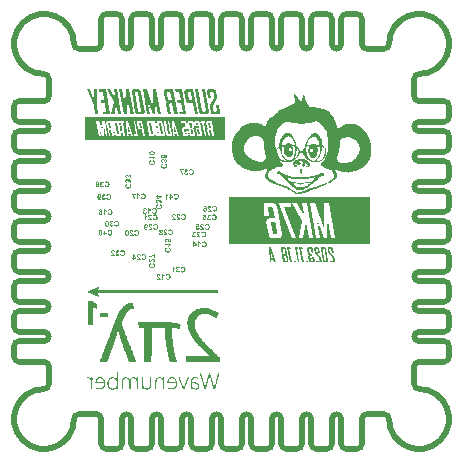
<source format=gbo>
G04*
G04 #@! TF.GenerationSoftware,Altium Limited,Altium Designer,23.0.1 (38)*
G04*
G04 Layer_Color=13813960*
%FSLAX25Y25*%
%MOIN*%
G70*
G04*
G04 #@! TF.SameCoordinates,12461716-C554-4B07-BAB1-1E7DCC676BD8*
G04*
G04*
G04 #@! TF.FilePolarity,Positive*
G04*
G01*
G75*
%ADD10C,0.02000*%
G36*
X99060Y67218D02*
X99126Y67204D01*
X99185Y67183D01*
X99237Y67159D01*
X99282Y67134D01*
X99313Y67114D01*
X99334Y67100D01*
X99338Y67093D01*
X99341D01*
X99397Y67041D01*
X99438Y66989D01*
X99473Y66933D01*
X99497Y66881D01*
X99515Y66836D01*
X99528Y66801D01*
X99532Y66787D01*
Y66777D01*
X99535Y66770D01*
Y66767D01*
X99775Y65431D01*
X99188D01*
X98998Y66489D01*
X98991Y66513D01*
X98980Y66537D01*
X98956Y66572D01*
X98945Y66586D01*
X98935Y66597D01*
X98928Y66600D01*
X98925Y66603D01*
X98900Y66621D01*
X98876Y66635D01*
X98855Y66642D01*
X98835Y66649D01*
X98817Y66652D01*
X98803Y66655D01*
X98428D01*
X98408Y66649D01*
X98376Y66635D01*
X98356Y66621D01*
X98352Y66617D01*
X98349Y66614D01*
X98335Y66597D01*
X98321Y66579D01*
X98311Y66548D01*
X98307Y66531D01*
X98304Y66520D01*
Y66513D01*
Y66510D01*
Y66489D01*
X98553Y65191D01*
X98560Y65163D01*
X98571Y65143D01*
X98592Y65104D01*
X98605Y65091D01*
X98612Y65080D01*
X98619Y65073D01*
X98623Y65070D01*
X98647Y65052D01*
X98668Y65039D01*
X98692Y65031D01*
X98713Y65025D01*
X98734Y65021D01*
X98748Y65018D01*
X99254D01*
X99362Y64417D01*
X98869D01*
X98848Y64414D01*
X98827Y64410D01*
X98796Y64397D01*
X98776Y64379D01*
X98772Y64376D01*
X98769Y64372D01*
X98755Y64355D01*
X98741Y64337D01*
X98730Y64306D01*
X98727Y64292D01*
X98723Y64282D01*
Y64275D01*
Y64272D01*
Y64254D01*
X98963Y62936D01*
X98970Y62911D01*
X98980Y62887D01*
X99001Y62849D01*
X99015Y62835D01*
X99022Y62825D01*
X99029Y62821D01*
X99032Y62818D01*
X99057Y62800D01*
X99077Y62790D01*
X99123Y62776D01*
X99140Y62773D01*
X99154Y62769D01*
X99532D01*
X99560Y62779D01*
X99581Y62793D01*
X99594Y62807D01*
X99601Y62811D01*
X99615Y62828D01*
X99626Y62845D01*
X99636Y62880D01*
X99639Y62894D01*
X99643Y62904D01*
Y62911D01*
Y62915D01*
Y62932D01*
X99452Y63990D01*
X100039D01*
X100261Y62741D01*
Y62655D01*
X100254Y62585D01*
X100240Y62523D01*
X100219Y62467D01*
X100195Y62422D01*
X100174Y62384D01*
X100153Y62356D01*
X100139Y62339D01*
X100132Y62332D01*
X100080Y62287D01*
X100028Y62256D01*
X99976Y62231D01*
X99928Y62217D01*
X99882Y62207D01*
X99848Y62204D01*
X99834Y62200D01*
X98966D01*
X98893Y62207D01*
X98827Y62221D01*
X98765Y62242D01*
X98713Y62266D01*
X98671Y62287D01*
X98640Y62308D01*
X98619Y62322D01*
X98612Y62328D01*
X98560Y62380D01*
X98515Y62432D01*
X98484Y62488D01*
X98460Y62540D01*
X98442Y62589D01*
X98428Y62623D01*
X98425Y62637D01*
X98422Y62648D01*
Y62655D01*
Y62658D01*
X98144Y64185D01*
X98141Y64209D01*
Y64237D01*
Y64258D01*
Y64261D01*
Y64265D01*
X98137Y64285D01*
Y64303D01*
Y64313D01*
Y64317D01*
X98141Y64358D01*
X98144Y64397D01*
X98154Y64431D01*
X98161Y64462D01*
X98172Y64487D01*
X98182Y64504D01*
X98186Y64518D01*
X98189Y64521D01*
X98213Y64560D01*
X98245Y64594D01*
X98276Y64622D01*
X98304Y64643D01*
X98331Y64660D01*
X98352Y64671D01*
X98366Y64678D01*
X98373Y64681D01*
X98314Y64702D01*
X98262Y64726D01*
X98217Y64754D01*
X98175Y64785D01*
X98137Y64820D01*
X98106Y64855D01*
X98078Y64893D01*
X98057Y64927D01*
X98036Y64962D01*
X98023Y64997D01*
X98009Y65025D01*
X97998Y65052D01*
X97991Y65073D01*
X97988Y65091D01*
X97984Y65101D01*
Y65104D01*
X97693Y66687D01*
X97686Y66725D01*
X97679Y66760D01*
Y66780D01*
Y66784D01*
Y66787D01*
X97686Y66850D01*
X97700Y66905D01*
X97721Y66957D01*
X97745Y66999D01*
X97769Y67037D01*
X97790Y67062D01*
X97804Y67079D01*
X97811Y67086D01*
X97863Y67131D01*
X97915Y67166D01*
X97970Y67190D01*
X98019Y67207D01*
X98064Y67218D01*
X98099Y67221D01*
X98113Y67225D01*
X98987D01*
X99060Y67218D01*
D02*
G37*
G36*
X105771D02*
X105837Y67204D01*
X105896Y67183D01*
X105951Y67159D01*
X105997Y67131D01*
X106028Y67110D01*
X106042Y67103D01*
X106052Y67096D01*
X106055Y67089D01*
X106059D01*
X106118Y67037D01*
X106167Y66985D01*
X106205Y66933D01*
X106236Y66881D01*
X106260Y66836D01*
X106278Y66801D01*
X106284Y66787D01*
X106288Y66777D01*
X106291Y66773D01*
Y66770D01*
X106319Y66690D01*
X106531Y65413D01*
X105951D01*
X105771Y66492D01*
X105764Y66510D01*
X105743Y66551D01*
X105716Y66583D01*
X105705Y66597D01*
X105695Y66607D01*
X105691Y66610D01*
X105688Y66614D01*
X105667Y66631D01*
X105643Y66642D01*
X105608Y66655D01*
X105591Y66659D01*
X105580Y66662D01*
X105303D01*
X105275Y66659D01*
X105251Y66655D01*
X105230Y66645D01*
X105212Y66638D01*
X105198Y66628D01*
X105185Y66617D01*
X105181Y66614D01*
X105178Y66610D01*
X105164Y66593D01*
X105157Y66576D01*
X105143Y66541D01*
Y66527D01*
X105140Y66517D01*
Y66510D01*
Y66506D01*
Y66486D01*
X105257Y65778D01*
X105261Y65753D01*
X105264Y65733D01*
X105268Y65719D01*
X105271Y65712D01*
X105282Y65684D01*
X105296Y65656D01*
X105334Y65594D01*
X105375Y65531D01*
X105420Y65472D01*
X105462Y65417D01*
X105480Y65396D01*
X105497Y65375D01*
X105507Y65358D01*
X105518Y65347D01*
X105525Y65340D01*
X105528Y65337D01*
X105549Y65316D01*
X105573Y65288D01*
X105604Y65254D01*
X105639Y65212D01*
X105681Y65167D01*
X105722Y65122D01*
X105806Y65025D01*
X105851Y64976D01*
X105889Y64931D01*
X105927Y64889D01*
X105958Y64851D01*
X105986Y64820D01*
X106007Y64796D01*
X106021Y64782D01*
X106024Y64775D01*
X106101Y64684D01*
X106170Y64608D01*
X106233Y64539D01*
X106284Y64476D01*
X106333Y64424D01*
X106371Y64376D01*
X106406Y64337D01*
X106434Y64306D01*
X106455Y64279D01*
X106475Y64258D01*
X106489Y64244D01*
X106500Y64230D01*
X106507Y64223D01*
X106510Y64216D01*
X106514Y64213D01*
X106559Y64161D01*
X106597Y64109D01*
X106666Y64011D01*
X106725Y63918D01*
X106770Y63838D01*
X106788Y63803D01*
X106802Y63772D01*
X106816Y63744D01*
X106826Y63720D01*
X106833Y63699D01*
X106840Y63685D01*
X106843Y63678D01*
Y63675D01*
X106861Y63619D01*
X106868Y63591D01*
X106875Y63571D01*
X106878Y63550D01*
X106881Y63536D01*
X106885Y63525D01*
Y63522D01*
X107100Y62200D01*
X105261D01*
X105164Y62769D01*
X106430D01*
X106316Y63449D01*
X106305Y63498D01*
X106295Y63543D01*
X106288Y63560D01*
X106284Y63574D01*
X106281Y63581D01*
Y63585D01*
X106264Y63630D01*
X106239Y63675D01*
X106191Y63765D01*
X106135Y63852D01*
X106080Y63928D01*
X106052Y63963D01*
X106028Y63994D01*
X106003Y64022D01*
X105983Y64046D01*
X105969Y64067D01*
X105955Y64081D01*
X105948Y64088D01*
X105945Y64091D01*
X105861Y64181D01*
X105781Y64268D01*
X105705Y64348D01*
X105636Y64424D01*
X105570Y64494D01*
X105507Y64560D01*
X105452Y64622D01*
X105396Y64681D01*
X105348Y64737D01*
X105303Y64785D01*
X105261Y64834D01*
X105219Y64875D01*
X105153Y64952D01*
X105094Y65014D01*
X105049Y65066D01*
X105015Y65108D01*
X104987Y65139D01*
X104966Y65163D01*
X104952Y65181D01*
X104945Y65191D01*
X104938Y65198D01*
X104886Y65264D01*
X104841Y65326D01*
X104803Y65389D01*
X104772Y65444D01*
X104747Y65493D01*
X104734Y65531D01*
X104727Y65545D01*
X104723Y65556D01*
X104720Y65559D01*
Y65562D01*
X104699Y65635D01*
X104688Y65670D01*
X104685Y65701D01*
X104678Y65725D01*
Y65746D01*
X104674Y65760D01*
Y65764D01*
X104515Y66770D01*
X104511Y66787D01*
Y66801D01*
Y66812D01*
Y66815D01*
Y66832D01*
Y66839D01*
X104515Y66895D01*
X104525Y66944D01*
X104539Y66985D01*
X104553Y67023D01*
X104570Y67054D01*
X104584Y67075D01*
X104595Y67089D01*
X104598Y67093D01*
X104643Y67138D01*
X104692Y67169D01*
X104747Y67193D01*
X104799Y67207D01*
X104844Y67218D01*
X104883Y67221D01*
X104897Y67225D01*
X105702D01*
X105771Y67218D01*
D02*
G37*
G36*
X101270D02*
X101336Y67204D01*
X101395Y67183D01*
X101451Y67159D01*
X101496Y67131D01*
X101527Y67110D01*
X101541Y67103D01*
X101551Y67096D01*
X101555Y67089D01*
X101558D01*
X101617Y67037D01*
X101666Y66985D01*
X101704Y66933D01*
X101735Y66881D01*
X101760Y66836D01*
X101777Y66801D01*
X101784Y66787D01*
X101787Y66777D01*
X101791Y66773D01*
Y66770D01*
X101819Y66690D01*
X102030Y65413D01*
X101451D01*
X101270Y66492D01*
X101263Y66510D01*
X101243Y66551D01*
X101215Y66583D01*
X101205Y66597D01*
X101194Y66607D01*
X101191Y66610D01*
X101187Y66614D01*
X101166Y66631D01*
X101142Y66642D01*
X101107Y66655D01*
X101090Y66659D01*
X101079Y66662D01*
X100802D01*
X100774Y66659D01*
X100750Y66655D01*
X100729Y66645D01*
X100712Y66638D01*
X100698Y66628D01*
X100684Y66617D01*
X100680Y66614D01*
X100677Y66610D01*
X100663Y66593D01*
X100656Y66576D01*
X100642Y66541D01*
Y66527D01*
X100639Y66517D01*
Y66510D01*
Y66506D01*
Y66486D01*
X100757Y65778D01*
X100760Y65753D01*
X100764Y65733D01*
X100767Y65719D01*
X100771Y65712D01*
X100781Y65684D01*
X100795Y65656D01*
X100833Y65594D01*
X100875Y65531D01*
X100920Y65472D01*
X100962Y65417D01*
X100979Y65396D01*
X100996Y65375D01*
X101007Y65358D01*
X101017Y65347D01*
X101024Y65340D01*
X101028Y65337D01*
X101048Y65316D01*
X101073Y65288D01*
X101104Y65254D01*
X101138Y65212D01*
X101180Y65167D01*
X101222Y65122D01*
X101305Y65025D01*
X101350Y64976D01*
X101388Y64931D01*
X101426Y64889D01*
X101458Y64851D01*
X101486Y64820D01*
X101506Y64796D01*
X101520Y64782D01*
X101524Y64775D01*
X101600Y64684D01*
X101669Y64608D01*
X101732Y64539D01*
X101784Y64476D01*
X101832Y64424D01*
X101871Y64376D01*
X101905Y64337D01*
X101933Y64306D01*
X101954Y64279D01*
X101975Y64258D01*
X101989Y64244D01*
X101999Y64230D01*
X102006Y64223D01*
X102009Y64216D01*
X102013Y64213D01*
X102058Y64161D01*
X102096Y64109D01*
X102166Y64011D01*
X102225Y63918D01*
X102270Y63838D01*
X102287Y63803D01*
X102301Y63772D01*
X102315Y63744D01*
X102325Y63720D01*
X102332Y63699D01*
X102339Y63685D01*
X102343Y63678D01*
Y63675D01*
X102360Y63619D01*
X102367Y63591D01*
X102374Y63571D01*
X102377Y63550D01*
X102381Y63536D01*
X102384Y63525D01*
Y63522D01*
X102599Y62200D01*
X100760D01*
X100663Y62769D01*
X101930D01*
X101815Y63449D01*
X101805Y63498D01*
X101794Y63543D01*
X101787Y63560D01*
X101784Y63574D01*
X101780Y63581D01*
Y63585D01*
X101763Y63630D01*
X101739Y63675D01*
X101690Y63765D01*
X101635Y63852D01*
X101579Y63928D01*
X101551Y63963D01*
X101527Y63994D01*
X101503Y64022D01*
X101482Y64046D01*
X101468Y64067D01*
X101454Y64081D01*
X101447Y64088D01*
X101444Y64091D01*
X101361Y64181D01*
X101281Y64268D01*
X101205Y64348D01*
X101135Y64424D01*
X101069Y64494D01*
X101007Y64560D01*
X100951Y64622D01*
X100896Y64681D01*
X100847Y64737D01*
X100802Y64785D01*
X100760Y64834D01*
X100719Y64875D01*
X100653Y64952D01*
X100594Y65014D01*
X100549Y65066D01*
X100514Y65108D01*
X100486Y65139D01*
X100465Y65163D01*
X100452Y65181D01*
X100444Y65191D01*
X100438Y65198D01*
X100386Y65264D01*
X100340Y65326D01*
X100302Y65389D01*
X100271Y65444D01*
X100247Y65493D01*
X100233Y65531D01*
X100226Y65545D01*
X100223Y65556D01*
X100219Y65559D01*
Y65562D01*
X100198Y65635D01*
X100188Y65670D01*
X100184Y65701D01*
X100177Y65725D01*
Y65746D01*
X100174Y65760D01*
Y65764D01*
X100014Y66770D01*
X100011Y66787D01*
Y66801D01*
Y66812D01*
Y66815D01*
Y66832D01*
Y66839D01*
X100014Y66895D01*
X100025Y66944D01*
X100039Y66985D01*
X100052Y67023D01*
X100070Y67054D01*
X100084Y67075D01*
X100094Y67089D01*
X100098Y67093D01*
X100143Y67138D01*
X100191Y67169D01*
X100247Y67193D01*
X100299Y67207D01*
X100344Y67218D01*
X100382Y67221D01*
X100396Y67225D01*
X101201D01*
X101270Y67218D01*
D02*
G37*
G36*
X103575D02*
X103640Y67204D01*
X103699Y67183D01*
X103751Y67159D01*
X103797Y67134D01*
X103828Y67114D01*
X103849Y67100D01*
X103852Y67093D01*
X103856D01*
X103908Y67041D01*
X103953Y66989D01*
X103984Y66933D01*
X104012Y66881D01*
X104029Y66836D01*
X104043Y66801D01*
X104046Y66787D01*
Y66777D01*
X104050Y66770D01*
Y66767D01*
X104768Y62745D01*
Y62658D01*
X104761Y62589D01*
X104747Y62526D01*
X104727Y62471D01*
X104702Y62422D01*
X104681Y62384D01*
X104661Y62356D01*
X104647Y62339D01*
X104640Y62332D01*
X104588Y62287D01*
X104536Y62256D01*
X104484Y62231D01*
X104435Y62217D01*
X104390Y62207D01*
X104355Y62204D01*
X104341Y62200D01*
X103488D01*
X103415Y62207D01*
X103346Y62221D01*
X103287Y62242D01*
X103234Y62266D01*
X103189Y62287D01*
X103158Y62308D01*
X103137Y62322D01*
X103130Y62328D01*
X103075Y62380D01*
X103033Y62436D01*
X102998Y62492D01*
X102971Y62543D01*
X102953Y62589D01*
X102939Y62627D01*
X102936Y62641D01*
Y62651D01*
X102933Y62655D01*
Y62658D01*
X102214Y66687D01*
X102207Y66711D01*
X102204Y66735D01*
Y66756D01*
Y66760D01*
Y66763D01*
X102211Y66832D01*
X102225Y66895D01*
X102245Y66950D01*
X102270Y66999D01*
X102297Y67037D01*
X102318Y67065D01*
X102332Y67082D01*
X102339Y67089D01*
X102388Y67134D01*
X102443Y67169D01*
X102495Y67193D01*
X102544Y67207D01*
X102585Y67218D01*
X102620Y67221D01*
X102634Y67225D01*
X103502D01*
X103575Y67218D01*
D02*
G37*
G36*
X98081Y62200D02*
X97478D01*
X97363Y62811D01*
X97970D01*
X98081Y62200D01*
D02*
G37*
G36*
X96228Y66655D02*
X95798D01*
X96610Y62200D01*
X95999D01*
X95090Y67225D01*
X96128D01*
X96228Y66655D01*
D02*
G37*
G36*
X94736D02*
X94306D01*
X95118Y62200D01*
X94507D01*
X93598Y67225D01*
X94636D01*
X94736Y66655D01*
D02*
G37*
G36*
X94070Y62200D02*
X93466D01*
X93352Y62811D01*
X93959D01*
X94070Y62200D01*
D02*
G37*
G36*
X92217Y66655D02*
X91787D01*
X92599Y62200D01*
X91988D01*
X91079Y67225D01*
X92116D01*
X92217Y66655D01*
D02*
G37*
G36*
X90264Y67218D02*
X90329Y67204D01*
X90392Y67183D01*
X90444Y67159D01*
X90486Y67134D01*
X90517Y67114D01*
X90538Y67100D01*
X90541Y67093D01*
X90545D01*
X90597Y67041D01*
X90642Y66989D01*
X90673Y66933D01*
X90697Y66881D01*
X90715Y66836D01*
X90728Y66801D01*
X90732Y66787D01*
Y66777D01*
X90736Y66770D01*
Y66767D01*
X91010Y65236D01*
X91013Y65212D01*
Y65188D01*
Y65167D01*
Y65160D01*
Y65156D01*
X91017Y65136D01*
Y65122D01*
Y65108D01*
Y65104D01*
X91013Y65063D01*
X91010Y65025D01*
X91003Y64990D01*
X90992Y64959D01*
X90982Y64934D01*
X90975Y64917D01*
X90971Y64903D01*
X90968Y64900D01*
X90944Y64862D01*
X90912Y64827D01*
X90881Y64799D01*
X90854Y64778D01*
X90826Y64761D01*
X90805Y64750D01*
X90791Y64744D01*
X90784Y64740D01*
X90843Y64719D01*
X90892Y64695D01*
X90940Y64667D01*
X90982Y64636D01*
X91017Y64601D01*
X91048Y64566D01*
X91075Y64528D01*
X91100Y64494D01*
X91117Y64459D01*
X91135Y64428D01*
X91148Y64397D01*
X91159Y64369D01*
X91166Y64348D01*
X91169Y64331D01*
X91173Y64320D01*
Y64317D01*
X91464Y62734D01*
X91471Y62696D01*
X91475Y62665D01*
Y62641D01*
Y62637D01*
Y62634D01*
X91468Y62571D01*
X91454Y62516D01*
X91433Y62464D01*
X91409Y62422D01*
X91388Y62384D01*
X91367Y62360D01*
X91353Y62342D01*
X91346Y62335D01*
X91294Y62290D01*
X91242Y62256D01*
X91187Y62235D01*
X91138Y62217D01*
X91093Y62207D01*
X91058Y62204D01*
X91044Y62200D01*
X90170D01*
X90097Y62207D01*
X90031Y62221D01*
X89969Y62242D01*
X89917Y62266D01*
X89875Y62287D01*
X89844Y62308D01*
X89823Y62322D01*
X89816Y62328D01*
X89764Y62380D01*
X89719Y62432D01*
X89688Y62488D01*
X89663Y62540D01*
X89646Y62585D01*
X89632Y62623D01*
X89628Y62637D01*
X89625Y62648D01*
Y62651D01*
Y62655D01*
X89347Y64185D01*
X89344Y64209D01*
Y64237D01*
Y64258D01*
Y64261D01*
Y64265D01*
X89341Y64285D01*
Y64303D01*
Y64313D01*
Y64317D01*
X89344Y64358D01*
X89347Y64397D01*
X89358Y64431D01*
X89365Y64462D01*
X89375Y64487D01*
X89386Y64504D01*
X89389Y64518D01*
X89393Y64521D01*
X89417Y64560D01*
X89448Y64594D01*
X89479Y64622D01*
X89507Y64643D01*
X89535Y64660D01*
X89556Y64671D01*
X89570Y64678D01*
X89577Y64681D01*
X89517Y64702D01*
X89465Y64726D01*
X89420Y64754D01*
X89379Y64785D01*
X89341Y64820D01*
X89309Y64855D01*
X89282Y64893D01*
X89261Y64927D01*
X89240Y64962D01*
X89226Y64997D01*
X89212Y65025D01*
X89202Y65052D01*
X89195Y65073D01*
X89191Y65091D01*
X89188Y65101D01*
Y65104D01*
X88896Y66687D01*
X88889Y66725D01*
X88882Y66760D01*
Y66780D01*
Y66784D01*
Y66787D01*
X88889Y66850D01*
X88903Y66905D01*
X88924Y66957D01*
X88948Y66999D01*
X88973Y67037D01*
X88994Y67062D01*
X89007Y67079D01*
X89014Y67086D01*
X89066Y67131D01*
X89118Y67166D01*
X89174Y67190D01*
X89223Y67207D01*
X89268Y67218D01*
X89302Y67221D01*
X89316Y67225D01*
X90191D01*
X90264Y67218D01*
D02*
G37*
G36*
X87318Y62200D02*
X86679D01*
X86433Y63026D01*
X85746D01*
X85787Y62200D01*
X85218D01*
X85059Y67225D01*
X85662D01*
X87318Y62200D01*
D02*
G37*
G36*
X70383Y103050D02*
X23817D01*
Y110550D01*
X70383D01*
Y103050D01*
D02*
G37*
G36*
X118600Y68232D02*
X71600D01*
Y83968D01*
X118600D01*
Y68232D01*
D02*
G37*
G36*
X28467Y54136D02*
X28386Y53950D01*
X28313Y53780D01*
X28257Y53634D01*
X28200Y53512D01*
X28151Y53407D01*
X28119Y53310D01*
X28087Y53237D01*
X28062Y53180D01*
X28046Y53132D01*
X28030Y53091D01*
X28022Y53059D01*
X28014Y53042D01*
X28006Y53026D01*
Y53018D01*
X68084Y53018D01*
X68117Y53010D01*
X68141Y52986D01*
X68149Y52961D01*
Y52953D01*
Y51933D01*
X68141Y51892D01*
X68117Y51876D01*
X68093Y51868D01*
X28006Y51868D01*
X28014Y51844D01*
X28022Y51795D01*
X28046Y51730D01*
X28078Y51657D01*
X28111Y51568D01*
X28151Y51471D01*
X28232Y51277D01*
X28321Y51082D01*
X28362Y50993D01*
X28394Y50920D01*
X28427Y50855D01*
X28451Y50799D01*
X28459Y50766D01*
X28467Y50758D01*
Y50726D01*
X28435D01*
X24361Y52394D01*
Y52427D01*
X24377Y52435D01*
X24417Y52459D01*
X24474Y52483D01*
X24547Y52516D01*
X24644Y52556D01*
X24749Y52605D01*
X24871Y52662D01*
X25009Y52727D01*
X25163Y52791D01*
X25316Y52856D01*
X25486Y52929D01*
X25657Y53002D01*
X26021Y53156D01*
X26394Y53318D01*
X26766Y53480D01*
X27131Y53634D01*
X27301Y53707D01*
X27471Y53780D01*
X27625Y53844D01*
X27771Y53901D01*
X27908Y53958D01*
X28030Y54014D01*
X28135Y54055D01*
X28224Y54095D01*
X28297Y54128D01*
X28346Y54152D01*
X28386Y54160D01*
X28394Y54168D01*
X28467Y54136D01*
D02*
G37*
G36*
X26110Y49268D02*
X26183Y49235D01*
X26280Y49187D01*
X26394Y49122D01*
X26531Y49049D01*
X26677Y48968D01*
X26985Y48790D01*
X27147Y48693D01*
X27293Y48604D01*
X27430Y48523D01*
X27560Y48450D01*
X27657Y48385D01*
X27738Y48336D01*
X27771Y48320D01*
X27795Y48304D01*
X27803Y48296D01*
X27811D01*
X27787Y48150D01*
X27771Y48012D01*
X27746Y47883D01*
X27730Y47769D01*
X27714Y47656D01*
X27698Y47551D01*
X27665Y47372D01*
X27641Y47210D01*
X27617Y47081D01*
X27593Y46975D01*
X27576Y46894D01*
X27560Y46830D01*
X27544Y46773D01*
X27536Y46741D01*
X27528Y46716D01*
X27520Y46700D01*
X27512Y46692D01*
X26402Y47348D01*
X26361D01*
X26361Y41540D01*
X26353Y41500D01*
X26329Y41484D01*
X26305Y41476D01*
X24855D01*
X24814Y41484D01*
X24798Y41508D01*
X24790Y41532D01*
Y41540D01*
X24790Y49211D01*
X24798Y49244D01*
X24822Y49268D01*
X24847Y49276D01*
X26086D01*
X26110Y49268D01*
D02*
G37*
G36*
X31157Y45299D02*
X31181Y45274D01*
X31189Y45250D01*
Y45242D01*
Y43962D01*
X31181Y43922D01*
X31157Y43906D01*
X31132Y43898D01*
X28824D01*
X28783Y43906D01*
X28767Y43930D01*
X28759Y43954D01*
Y43962D01*
Y45242D01*
X28767Y45274D01*
X28791Y45299D01*
X28816Y45307D01*
X31124D01*
X31157Y45299D01*
D02*
G37*
G36*
X63662Y47008D02*
X63897Y47000D01*
X64132Y46975D01*
X64367Y46943D01*
X64812Y46854D01*
X65249Y46741D01*
X65671Y46603D01*
X66067Y46457D01*
X66440Y46295D01*
X66788Y46133D01*
X66950Y46044D01*
X67104Y45963D01*
X67250Y45882D01*
X67388Y45801D01*
X67517Y45728D01*
X67639Y45655D01*
X67752Y45582D01*
X67849Y45518D01*
X67939Y45461D01*
X68020Y45404D01*
X68084Y45355D01*
X68141Y45315D01*
X68190Y45283D01*
X68222Y45258D01*
X68238Y45250D01*
X68246Y45242D01*
Y45234D01*
X68238Y45210D01*
X68214Y45145D01*
X68182Y45056D01*
X68133Y44942D01*
X68076Y44813D01*
X68020Y44675D01*
X67955Y44521D01*
X67882Y44367D01*
X67817Y44213D01*
X67752Y44060D01*
X67696Y43922D01*
X67639Y43800D01*
X67590Y43695D01*
X67558Y43614D01*
X67542Y43582D01*
X67534Y43557D01*
X67526Y43549D01*
Y43541D01*
X67461D01*
X67282Y43679D01*
X67104Y43800D01*
X66926Y43922D01*
X66756Y44027D01*
X66408Y44221D01*
X66076Y44392D01*
X65752Y44537D01*
X65444Y44659D01*
X65152Y44756D01*
X64877Y44829D01*
X64626Y44894D01*
X64399Y44934D01*
X64205Y44967D01*
X64115Y44983D01*
X64034Y44991D01*
X63961Y44999D01*
X63905Y45007D01*
X63848D01*
X63800Y45015D01*
X63718D01*
X63411Y45007D01*
X63119Y44975D01*
X62852Y44934D01*
X62722Y44910D01*
X62609Y44886D01*
X62503Y44861D01*
X62406Y44837D01*
X62325Y44813D01*
X62252Y44797D01*
X62196Y44780D01*
X62147Y44764D01*
X62123Y44756D01*
X62115D01*
X61945Y44675D01*
X61783Y44586D01*
X61629Y44489D01*
X61483Y44392D01*
X61353Y44278D01*
X61232Y44165D01*
X61118Y44051D01*
X61013Y43930D01*
X60916Y43808D01*
X60827Y43679D01*
X60673Y43420D01*
X60551Y43160D01*
X60446Y42909D01*
X60373Y42658D01*
X60308Y42431D01*
X60268Y42221D01*
X60244Y42035D01*
X60227Y41954D01*
Y41889D01*
X60219Y41824D01*
X60211Y41767D01*
Y41727D01*
Y41694D01*
Y41678D01*
Y41670D01*
Y41476D01*
X60219Y41273D01*
X60236Y41063D01*
X60268Y40852D01*
X60308Y40641D01*
X60365Y40431D01*
X60422Y40220D01*
X60495Y40009D01*
X60576Y39799D01*
X60754Y39386D01*
X60948Y38981D01*
X61159Y38600D01*
X61370Y38236D01*
X61588Y37895D01*
X61694Y37733D01*
X61799Y37588D01*
X61904Y37442D01*
X61993Y37312D01*
X62090Y37191D01*
X62171Y37077D01*
X62252Y36972D01*
X62317Y36883D01*
X62382Y36810D01*
X62439Y36745D01*
X62479Y36689D01*
X62512Y36656D01*
X62528Y36632D01*
X62536Y36624D01*
X62544Y36608D01*
X62552Y36583D01*
X62576Y36559D01*
X62609Y36518D01*
X62690Y36421D01*
X62803Y36292D01*
X62941Y36138D01*
X63103Y35968D01*
X63289Y35765D01*
X63500Y35555D01*
X63727Y35320D01*
X63961Y35077D01*
X64221Y34817D01*
X64488Y34550D01*
X64763Y34275D01*
X65039Y33991D01*
X65614Y33424D01*
X66189Y32849D01*
X66473Y32574D01*
X66748Y32298D01*
X67015Y32039D01*
X67266Y31788D01*
X67509Y31553D01*
X67736Y31326D01*
X67947Y31124D01*
X68133Y30946D01*
X68295Y30784D01*
X68433Y30646D01*
X68546Y30533D01*
X68627Y30452D01*
X68660Y30427D01*
X68684Y30403D01*
X68692Y30395D01*
X68700Y30387D01*
Y29010D01*
X68692Y28969D01*
X68668Y28953D01*
X68643Y28945D01*
X57392D01*
X57352Y28953D01*
X57336Y28977D01*
X57328Y29002D01*
Y29010D01*
Y30881D01*
X57336Y30913D01*
X57360Y30937D01*
X57384Y30946D01*
X65290D01*
Y30978D01*
X64885Y31359D01*
X64512Y31707D01*
X64172Y32039D01*
X63864Y32339D01*
X63581Y32606D01*
X63322Y32857D01*
X63095Y33076D01*
X62892Y33278D01*
X62722Y33448D01*
X62576Y33594D01*
X62447Y33724D01*
X62350Y33821D01*
X62277Y33902D01*
X62220Y33959D01*
X62188Y33991D01*
X62179Y33999D01*
X61783Y34404D01*
X61402Y34793D01*
X61054Y35182D01*
X60730Y35571D01*
X60422Y35943D01*
X60138Y36308D01*
X59879Y36664D01*
X59636Y37012D01*
X59417Y37353D01*
X59207Y37685D01*
X59021Y38001D01*
X58859Y38317D01*
X58705Y38608D01*
X58567Y38900D01*
X58437Y39175D01*
X58332Y39434D01*
X58235Y39685D01*
X58146Y39928D01*
X58073Y40147D01*
X58016Y40358D01*
X57959Y40552D01*
X57919Y40738D01*
X57878Y40900D01*
X57846Y41054D01*
X57830Y41184D01*
X57814Y41306D01*
X57797Y41403D01*
X57789Y41484D01*
X57781Y41548D01*
Y41597D01*
Y41629D01*
Y41638D01*
Y42067D01*
X57789Y42310D01*
X57814Y42553D01*
X57846Y42788D01*
X57895Y43023D01*
X57951Y43241D01*
X58008Y43460D01*
X58073Y43663D01*
X58138Y43849D01*
X58210Y44027D01*
X58275Y44181D01*
X58332Y44319D01*
X58389Y44440D01*
X58437Y44529D01*
X58470Y44602D01*
X58494Y44643D01*
X58502Y44659D01*
X58656Y44870D01*
X58810Y45072D01*
X58972Y45258D01*
X59142Y45436D01*
X59320Y45599D01*
X59498Y45752D01*
X59677Y45890D01*
X59863Y46020D01*
X60049Y46141D01*
X60236Y46246D01*
X60422Y46352D01*
X60608Y46441D01*
X60786Y46522D01*
X60973Y46595D01*
X61321Y46724D01*
X61661Y46822D01*
X61969Y46894D01*
X62115Y46919D01*
X62244Y46943D01*
X62374Y46967D01*
X62487Y46975D01*
X62593Y46992D01*
X62690Y47000D01*
X62771Y47008D01*
X62836D01*
X62892Y47016D01*
X63427D01*
X63662Y47008D01*
D02*
G37*
G36*
X52630Y42156D02*
X53018Y42132D01*
X53375Y42099D01*
X53707Y42051D01*
X54007Y41994D01*
X54282Y41937D01*
X54525Y41873D01*
X54744Y41808D01*
X54938Y41735D01*
X55100Y41670D01*
X55246Y41613D01*
X55359Y41557D01*
X55440Y41508D01*
X55505Y41476D01*
X55537Y41451D01*
X55554Y41443D01*
X55497Y41216D01*
X55448Y41014D01*
X55408Y40836D01*
X55367Y40674D01*
X55335Y40544D01*
X55303Y40431D01*
X55278Y40334D01*
X55262Y40253D01*
X55238Y40188D01*
X55222Y40139D01*
X55213Y40099D01*
X55205Y40074D01*
X55197Y40050D01*
X55189Y40042D01*
Y40034D01*
X55003Y40074D01*
X54808Y40107D01*
X54598Y40139D01*
X54387Y40163D01*
X53958Y40204D01*
X53747Y40220D01*
X53545Y40236D01*
X53351Y40244D01*
X53172Y40253D01*
X53018D01*
X52873Y40261D01*
X52532D01*
Y40058D01*
X52540Y39839D01*
X52549Y39621D01*
X52557Y39386D01*
X52589Y38900D01*
X52630Y38390D01*
X52678Y37871D01*
X52727Y37345D01*
X52784Y36826D01*
X52840Y36324D01*
X52873Y36081D01*
X52905Y35846D01*
X52929Y35619D01*
X52962Y35401D01*
X52986Y35198D01*
X53010Y35004D01*
X53035Y34817D01*
X53059Y34655D01*
X53083Y34501D01*
X53099Y34364D01*
X53116Y34250D01*
X53132Y34153D01*
X53140Y34072D01*
X53148Y34016D01*
X53156Y33983D01*
Y33967D01*
X53253Y33392D01*
X53359Y32849D01*
X53415Y32590D01*
X53464Y32339D01*
X53513Y32096D01*
X53569Y31869D01*
X53618Y31642D01*
X53675Y31424D01*
X53723Y31213D01*
X53772Y31010D01*
X53820Y30816D01*
X53869Y30638D01*
X53917Y30460D01*
X53958Y30298D01*
X54007Y30144D01*
X54047Y29998D01*
X54088Y29860D01*
X54128Y29731D01*
X54160Y29609D01*
X54193Y29504D01*
X54225Y29407D01*
X54258Y29318D01*
X54282Y29237D01*
X54306Y29172D01*
X54322Y29115D01*
X54339Y29066D01*
X54355Y29026D01*
X54363Y29002D01*
X54371Y28985D01*
Y28977D01*
X54306Y28945D01*
X52079D01*
X52030Y29042D01*
X51982Y29155D01*
X51925Y29285D01*
X51876Y29415D01*
X51779Y29690D01*
X51682Y29965D01*
X51641Y30103D01*
X51609Y30225D01*
X51569Y30330D01*
X51544Y30427D01*
X51520Y30508D01*
X51504Y30573D01*
X51487Y30605D01*
Y30622D01*
X51374Y31181D01*
X51261Y31723D01*
X51164Y32250D01*
X51066Y32760D01*
X50977Y33262D01*
X50896Y33740D01*
X50815Y34210D01*
X50750Y34664D01*
X50686Y35101D01*
X50621Y35514D01*
X50572Y35919D01*
X50524Y36308D01*
X50475Y36672D01*
X50434Y37029D01*
X50402Y37361D01*
X50370Y37685D01*
X50337Y37984D01*
X50313Y38268D01*
X50297Y38527D01*
X50273Y38778D01*
X50256Y39005D01*
X50248Y39216D01*
X50232Y39402D01*
X50224Y39572D01*
Y39726D01*
X50216Y39856D01*
Y39969D01*
X50208Y40066D01*
Y40131D01*
Y40188D01*
Y40220D01*
Y40228D01*
Y40261D01*
X45842D01*
Y32063D01*
Y31845D01*
X45834Y31634D01*
Y31432D01*
X45826Y31237D01*
X45818Y31059D01*
X45801Y30881D01*
X45793Y30719D01*
X45777Y30565D01*
X45761Y30411D01*
X45745Y30273D01*
X45728Y30144D01*
X45712Y30022D01*
X45672Y29795D01*
X45631Y29601D01*
X45591Y29439D01*
X45550Y29301D01*
X45518Y29188D01*
X45485Y29091D01*
X45461Y29026D01*
X45437Y28977D01*
X45429Y28953D01*
X45421Y28945D01*
X43120D01*
X43185Y29245D01*
X43242Y29569D01*
X43290Y29909D01*
X43331Y30265D01*
X43396Y30978D01*
X43420Y31326D01*
X43436Y31666D01*
X43452Y31991D01*
X43468Y32290D01*
Y32428D01*
X43477Y32557D01*
Y32679D01*
Y32792D01*
Y32890D01*
X43485Y32979D01*
Y33060D01*
Y33125D01*
Y33173D01*
Y33214D01*
Y33238D01*
Y33246D01*
Y40261D01*
X41711D01*
X41703Y40269D01*
X41695Y40285D01*
X41678Y40309D01*
X41670Y40342D01*
X41646Y40431D01*
X41622Y40552D01*
X41589Y40690D01*
X41565Y40844D01*
X41541Y41006D01*
X41508Y41184D01*
X41484Y41354D01*
X41460Y41516D01*
X41443Y41670D01*
X41427Y41816D01*
X41411Y41929D01*
X41395Y42018D01*
Y42051D01*
X41387Y42075D01*
Y42091D01*
Y42099D01*
X41395Y42132D01*
X41419Y42156D01*
X41443Y42164D01*
X52208Y42164D01*
X52630Y42156D01*
D02*
G37*
G36*
X39678Y48555D02*
X39686Y48547D01*
X39702Y48531D01*
X39710Y48506D01*
X39718Y48474D01*
X39734Y48434D01*
X39742Y48385D01*
X39767Y48263D01*
X39791Y48126D01*
X39815Y47964D01*
X39840Y47794D01*
X39864Y47624D01*
X39888Y47453D01*
X39913Y47283D01*
X39929Y47121D01*
X39945Y46984D01*
X39961Y46862D01*
Y46813D01*
X39969Y46773D01*
Y46741D01*
X39977Y46716D01*
Y46700D01*
Y46692D01*
Y46652D01*
X39419D01*
X39305Y46643D01*
X39200Y46635D01*
X39086Y46611D01*
X38981Y46579D01*
X38770Y46498D01*
X38560Y46392D01*
X38366Y46263D01*
X38179Y46125D01*
X38001Y45971D01*
X37839Y45817D01*
X37693Y45663D01*
X37556Y45509D01*
X37442Y45372D01*
X37345Y45242D01*
X37264Y45137D01*
X37207Y45056D01*
X37183Y45023D01*
X37167Y44999D01*
X37159Y44991D01*
Y44983D01*
X37045Y44756D01*
X36940Y44546D01*
X36843Y44335D01*
X36746Y44140D01*
X36656Y43962D01*
X36584Y43784D01*
X36503Y43622D01*
X36438Y43460D01*
X36373Y43314D01*
X36316Y43177D01*
X36259Y43047D01*
X36219Y42926D01*
X36170Y42812D01*
X36130Y42707D01*
X36065Y42520D01*
X36016Y42358D01*
X35976Y42221D01*
X35952Y42116D01*
X35927Y42035D01*
X35919Y41970D01*
X35911Y41929D01*
Y41905D01*
Y41897D01*
Y41670D01*
X35919Y41629D01*
X35944Y41581D01*
X35968Y41508D01*
X36000Y41419D01*
X36033Y41322D01*
X36081Y41208D01*
X36122Y41079D01*
X36178Y40941D01*
X36235Y40787D01*
X36300Y40625D01*
X36365Y40447D01*
X36438Y40261D01*
X36511Y40066D01*
X36592Y39856D01*
X36673Y39645D01*
X36762Y39418D01*
X36851Y39183D01*
X36940Y38940D01*
X37134Y38446D01*
X37337Y37920D01*
X37556Y37377D01*
X37766Y36810D01*
X37993Y36243D01*
X38438Y35085D01*
X38665Y34510D01*
X38892Y33935D01*
X39111Y33376D01*
X39321Y32825D01*
X39532Y32298D01*
X39726Y31796D01*
X39913Y31318D01*
X40002Y31091D01*
X40083Y30873D01*
X40172Y30662D01*
X40245Y30460D01*
X40318Y30273D01*
X40391Y30095D01*
X40455Y29925D01*
X40520Y29771D01*
X40577Y29625D01*
X40625Y29496D01*
X40674Y29382D01*
X40714Y29277D01*
X40747Y29188D01*
X40771Y29115D01*
X40795Y29058D01*
X40812Y29010D01*
X40828Y28985D01*
Y28977D01*
X40763Y28945D01*
X38333D01*
X38325Y28953D01*
X38317Y28977D01*
X38301Y29018D01*
X38276Y29066D01*
X38252Y29123D01*
X38228Y29188D01*
X38195Y29269D01*
X38163Y29350D01*
X38098Y29536D01*
X38017Y29747D01*
X37936Y29965D01*
X37855Y30192D01*
X37774Y30419D01*
X37693Y30638D01*
X37620Y30848D01*
X37556Y31027D01*
X37523Y31108D01*
X37499Y31181D01*
X37475Y31245D01*
X37458Y31302D01*
X37442Y31351D01*
X37426Y31383D01*
X37418Y31399D01*
Y31407D01*
X37207Y31991D01*
X37005Y32549D01*
X36818Y33084D01*
X36640Y33586D01*
X36478Y34064D01*
X36316Y34518D01*
X36170Y34947D01*
X36033Y35352D01*
X35903Y35733D01*
X35782Y36089D01*
X35668Y36421D01*
X35563Y36737D01*
X35474Y37029D01*
X35385Y37304D01*
X35304Y37555D01*
X35223Y37790D01*
X35158Y38001D01*
X35101Y38203D01*
X35045Y38381D01*
X34996Y38543D01*
X34955Y38689D01*
X34915Y38819D01*
X34883Y38932D01*
X34850Y39029D01*
X34826Y39118D01*
X34810Y39191D01*
X34793Y39248D01*
X34777Y39297D01*
X34769Y39337D01*
Y39362D01*
X34761Y39370D01*
Y39378D01*
X34631D01*
X34437Y38722D01*
X34243Y38074D01*
X34048Y37450D01*
X33854Y36851D01*
X33667Y36283D01*
X33578Y36008D01*
X33489Y35741D01*
X33400Y35482D01*
X33311Y35230D01*
X33230Y34996D01*
X33149Y34761D01*
X33068Y34542D01*
X32995Y34339D01*
X32922Y34137D01*
X32857Y33959D01*
X32793Y33781D01*
X32736Y33619D01*
X32679Y33473D01*
X32631Y33343D01*
X32582Y33222D01*
X32542Y33116D01*
X32509Y33027D01*
X32477Y32954D01*
X32461Y32898D01*
X32444Y32849D01*
X32428Y32825D01*
Y32817D01*
X32315Y32468D01*
X32201Y32136D01*
X32096Y31828D01*
X31999Y31537D01*
X31910Y31270D01*
X31821Y31018D01*
X31740Y30792D01*
X31667Y30581D01*
X31602Y30387D01*
X31537Y30200D01*
X31472Y30038D01*
X31416Y29893D01*
X31367Y29755D01*
X31327Y29633D01*
X31278Y29528D01*
X31246Y29431D01*
X31205Y29342D01*
X31181Y29269D01*
X31148Y29204D01*
X31124Y29147D01*
X31108Y29099D01*
X31092Y29066D01*
X31059Y29010D01*
X31035Y28969D01*
X31027Y28953D01*
X31019Y28945D01*
X28597D01*
X28532Y28977D01*
X28767Y29609D01*
X28994Y30217D01*
X29221Y30808D01*
X29431Y31383D01*
X29642Y31950D01*
X29844Y32493D01*
X30047Y33019D01*
X30233Y33529D01*
X30419Y34024D01*
X30598Y34501D01*
X30776Y34963D01*
X30946Y35417D01*
X31108Y35846D01*
X31262Y36267D01*
X31416Y36672D01*
X31561Y37061D01*
X31707Y37442D01*
X31845Y37806D01*
X31975Y38155D01*
X32104Y38495D01*
X32226Y38819D01*
X32347Y39127D01*
X32461Y39426D01*
X32566Y39718D01*
X32671Y39993D01*
X32776Y40253D01*
X32866Y40504D01*
X32963Y40747D01*
X33052Y40973D01*
X33133Y41192D01*
X33214Y41403D01*
X33287Y41605D01*
X33360Y41791D01*
X33424Y41970D01*
X33497Y42140D01*
X33554Y42302D01*
X33611Y42456D01*
X33667Y42593D01*
X33724Y42731D01*
X33773Y42853D01*
X33854Y43079D01*
X33935Y43282D01*
X34000Y43452D01*
X34056Y43598D01*
X34105Y43711D01*
X34145Y43808D01*
X34178Y43889D01*
X34194Y43946D01*
X34218Y43987D01*
X34226Y44019D01*
X34234Y44027D01*
Y44035D01*
X34405Y44456D01*
X34575Y44845D01*
X34753Y45218D01*
X34939Y45558D01*
X35125Y45882D01*
X35312Y46174D01*
X35498Y46449D01*
X35693Y46708D01*
X35887Y46935D01*
X36081Y47154D01*
X36268Y47348D01*
X36462Y47526D01*
X36648Y47688D01*
X36835Y47834D01*
X37013Y47964D01*
X37191Y48077D01*
X37361Y48174D01*
X37523Y48263D01*
X37685Y48344D01*
X37839Y48409D01*
X37985Y48466D01*
X38114Y48515D01*
X38244Y48547D01*
X38357Y48579D01*
X38463Y48604D01*
X38552Y48620D01*
X38633Y48636D01*
X38706Y48644D01*
X38754Y48652D01*
X38827D01*
X39678Y48555D01*
D02*
G37*
G36*
X60705Y23907D02*
X60892Y23866D01*
X61062Y23810D01*
X61207Y23753D01*
X61329Y23696D01*
X61378Y23672D01*
X61418Y23648D01*
X61450Y23623D01*
X61475Y23615D01*
X61483Y23599D01*
X61491D01*
X61483Y23550D01*
X61467Y23502D01*
X61426Y23404D01*
X61402Y23364D01*
X61378Y23340D01*
X61370Y23315D01*
X61361Y23307D01*
X61183Y23396D01*
X61005Y23469D01*
X60835Y23518D01*
X60689Y23550D01*
X60559Y23575D01*
X60503Y23583D01*
X60462Y23591D01*
X60422Y23599D01*
X60373D01*
X60195Y23583D01*
X60041Y23542D01*
X59903Y23477D01*
X59790Y23396D01*
X59693Y23299D01*
X59604Y23194D01*
X59539Y23080D01*
X59490Y22959D01*
X59442Y22838D01*
X59417Y22724D01*
X59393Y22619D01*
X59377Y22522D01*
X59369Y22441D01*
X59361Y22376D01*
Y22335D01*
Y22319D01*
X59717D01*
X59863Y22311D01*
X60025Y22303D01*
X60187Y22279D01*
X60349Y22254D01*
X60487Y22230D01*
X60551Y22222D01*
X60600Y22214D01*
X60649Y22206D01*
X60681Y22198D01*
X60697Y22189D01*
X60705D01*
X60892Y22108D01*
X61062Y22019D01*
X61207Y21922D01*
X61329Y21817D01*
X61434Y21703D01*
X61515Y21598D01*
X61588Y21485D01*
X61645Y21380D01*
X61694Y21282D01*
X61726Y21185D01*
X61750Y21104D01*
X61766Y21023D01*
X61774Y20966D01*
X61783Y20918D01*
Y20885D01*
Y20877D01*
Y20683D01*
X61718Y20529D01*
X61645Y20391D01*
X61572Y20270D01*
X61491Y20173D01*
X61410Y20084D01*
X61329Y20019D01*
X61248Y19954D01*
X61167Y19913D01*
X61094Y19873D01*
X61029Y19849D01*
X60965Y19824D01*
X60908Y19816D01*
X60867Y19808D01*
X60835Y19800D01*
X60535D01*
X60406Y19808D01*
X60284Y19824D01*
X60171Y19857D01*
X60057Y19897D01*
X59847Y19994D01*
X59677Y20108D01*
X59596Y20165D01*
X59531Y20221D01*
X59466Y20270D01*
X59417Y20318D01*
X59377Y20359D01*
X59353Y20391D01*
X59336Y20407D01*
X59328Y20416D01*
Y20326D01*
X59320Y20245D01*
Y20173D01*
X59312Y20116D01*
X59304Y20067D01*
X59296Y20027D01*
X59272Y19962D01*
X59255Y19921D01*
X59239Y19905D01*
X59231Y19897D01*
X58964D01*
X58899Y19930D01*
X58907Y20043D01*
X58923Y20156D01*
X58931Y20286D01*
X58939Y20424D01*
X58948Y20699D01*
X58956Y20975D01*
Y21096D01*
X58964Y21217D01*
Y21323D01*
Y21412D01*
Y21493D01*
Y21550D01*
Y21582D01*
Y21598D01*
Y22554D01*
X58996Y22797D01*
X59053Y23008D01*
X59118Y23194D01*
X59207Y23348D01*
X59296Y23485D01*
X59401Y23599D01*
X59506Y23688D01*
X59620Y23761D01*
X59725Y23818D01*
X59822Y23858D01*
X59920Y23890D01*
X60009Y23907D01*
X60074Y23923D01*
X60130Y23931D01*
X60503D01*
X60705Y23907D01*
D02*
G37*
G36*
X34631Y25721D02*
X34656Y25697D01*
X34664Y25673D01*
Y25664D01*
Y21793D01*
Y21671D01*
Y21533D01*
Y21388D01*
X34672Y21242D01*
Y20926D01*
X34680Y20626D01*
Y20489D01*
X34688Y20359D01*
Y20237D01*
Y20132D01*
X34696Y20051D01*
Y19986D01*
Y19946D01*
Y19930D01*
X34631Y19897D01*
X34396D01*
X34380Y19905D01*
X34364Y19930D01*
X34348Y19962D01*
X34340Y20003D01*
X34324Y20108D01*
X34307Y20229D01*
Y20343D01*
X34299Y20448D01*
Y20497D01*
Y20529D01*
Y20545D01*
Y20553D01*
X34267D01*
X34178Y20424D01*
X34081Y20302D01*
X33983Y20205D01*
X33886Y20116D01*
X33781Y20043D01*
X33684Y19986D01*
X33586Y19938D01*
X33489Y19897D01*
X33400Y19865D01*
X33319Y19840D01*
X33238Y19824D01*
X33182Y19808D01*
X33125D01*
X33084Y19800D01*
X32598D01*
X32461Y19849D01*
X32339Y19897D01*
X32218Y19954D01*
X32112Y20019D01*
X31918Y20148D01*
X31748Y20294D01*
X31602Y20448D01*
X31481Y20610D01*
X31383Y20764D01*
X31310Y20926D01*
X31246Y21080D01*
X31205Y21217D01*
X31173Y21347D01*
X31148Y21469D01*
X31132Y21558D01*
X31124Y21631D01*
Y21679D01*
Y21695D01*
Y22287D01*
X31165Y22433D01*
X31205Y22578D01*
X31254Y22708D01*
X31302Y22829D01*
X31351Y22943D01*
X31408Y23048D01*
X31529Y23234D01*
X31659Y23396D01*
X31788Y23526D01*
X31918Y23639D01*
X32056Y23729D01*
X32177Y23793D01*
X32299Y23842D01*
X32404Y23882D01*
X32501Y23907D01*
X32582Y23923D01*
X32647Y23931D01*
X32922D01*
X33068Y23923D01*
X33214Y23899D01*
X33343Y23858D01*
X33473Y23810D01*
X33595Y23745D01*
X33700Y23680D01*
X33805Y23607D01*
X33894Y23534D01*
X33983Y23461D01*
X34056Y23388D01*
X34121Y23324D01*
X34170Y23259D01*
X34210Y23210D01*
X34243Y23170D01*
X34259Y23145D01*
X34267Y23137D01*
Y25664D01*
X34275Y25697D01*
X34299Y25721D01*
X34324Y25729D01*
X34599D01*
X34631Y25721D01*
D02*
G37*
G36*
X39945Y23923D02*
X40066Y23899D01*
X40188Y23858D01*
X40301Y23818D01*
X40407Y23753D01*
X40496Y23696D01*
X40585Y23623D01*
X40658Y23558D01*
X40731Y23485D01*
X40787Y23413D01*
X40844Y23356D01*
X40885Y23299D01*
X40917Y23251D01*
X40941Y23210D01*
X40949Y23186D01*
X40957Y23178D01*
X40990D01*
Y23761D01*
X40998Y23801D01*
X41022Y23826D01*
X41047Y23834D01*
X41322D01*
X41387Y23793D01*
X41379Y23566D01*
Y23364D01*
X41371Y23162D01*
Y22983D01*
X41363Y22813D01*
Y22659D01*
Y22522D01*
X41354Y22400D01*
Y22287D01*
Y22198D01*
Y22117D01*
Y22052D01*
Y21995D01*
Y21963D01*
Y21938D01*
Y21930D01*
Y19962D01*
X41346Y19921D01*
X41322Y19905D01*
X41298Y19897D01*
X41022D01*
X40982Y19905D01*
X40966Y19930D01*
X40957Y19954D01*
Y19962D01*
Y21963D01*
Y22068D01*
X40949Y22173D01*
Y22271D01*
X40941Y22376D01*
X40933Y22457D01*
Y22530D01*
X40925Y22570D01*
Y22586D01*
X40852Y22765D01*
X40779Y22919D01*
X40690Y23056D01*
X40601Y23170D01*
X40512Y23267D01*
X40415Y23356D01*
X40326Y23421D01*
X40237Y23469D01*
X40148Y23518D01*
X40066Y23542D01*
X39994Y23566D01*
X39929Y23583D01*
X39880Y23591D01*
X39840Y23599D01*
X39807D01*
X39637Y23566D01*
X39556Y23542D01*
X39483Y23526D01*
X39419Y23502D01*
X39370Y23485D01*
X39329Y23477D01*
X39321Y23469D01*
X39232Y23413D01*
X39159Y23332D01*
X39094Y23234D01*
X39038Y23129D01*
X38989Y23008D01*
X38949Y22878D01*
X38892Y22611D01*
X38868Y22481D01*
X38851Y22352D01*
X38843Y22238D01*
X38835Y22141D01*
X38827Y22052D01*
Y21987D01*
Y21947D01*
Y21930D01*
Y19962D01*
X38819Y19921D01*
X38795Y19905D01*
X38770Y19897D01*
X38503D01*
X38463Y19905D01*
X38438Y19930D01*
X38430Y19954D01*
Y19962D01*
Y22449D01*
X38374Y22651D01*
X38309Y22829D01*
X38236Y22983D01*
X38155Y23113D01*
X38066Y23226D01*
X37969Y23315D01*
X37879Y23396D01*
X37782Y23453D01*
X37693Y23502D01*
X37604Y23542D01*
X37531Y23566D01*
X37458Y23583D01*
X37402Y23591D01*
X37361Y23599D01*
X37321D01*
X37223Y23583D01*
X37118Y23558D01*
X37029Y23534D01*
X36940Y23510D01*
X36867Y23477D01*
X36810Y23461D01*
X36778Y23445D01*
X36762Y23437D01*
X36681Y23372D01*
X36608Y23283D01*
X36551Y23178D01*
X36494Y23048D01*
X36446Y22910D01*
X36413Y22757D01*
X36357Y22449D01*
X36340Y22295D01*
X36324Y22157D01*
X36316Y22019D01*
X36308Y21906D01*
X36300Y21801D01*
Y21728D01*
Y21679D01*
Y21671D01*
Y21663D01*
Y19962D01*
X36292Y19921D01*
X36268Y19905D01*
X36243Y19897D01*
X35976D01*
X35936Y19905D01*
X35919Y19930D01*
X35911Y19954D01*
Y19962D01*
Y22449D01*
X35919Y22611D01*
X35927Y22692D01*
X35944Y22765D01*
X35952Y22821D01*
X35968Y22870D01*
X35976Y22902D01*
Y22910D01*
X36049Y23089D01*
X36122Y23251D01*
X36203Y23380D01*
X36292Y23502D01*
X36381Y23599D01*
X36470Y23680D01*
X36559Y23753D01*
X36648Y23801D01*
X36729Y23842D01*
X36802Y23874D01*
X36875Y23899D01*
X36932Y23915D01*
X36980Y23923D01*
X37021Y23931D01*
X37353D01*
X37483Y23923D01*
X37612Y23899D01*
X37734Y23858D01*
X37847Y23801D01*
X37952Y23737D01*
X38050Y23672D01*
X38139Y23599D01*
X38220Y23518D01*
X38293Y23445D01*
X38357Y23364D01*
X38406Y23299D01*
X38455Y23234D01*
X38487Y23178D01*
X38511Y23137D01*
X38528Y23113D01*
X38536Y23105D01*
X38568D01*
X38641Y23251D01*
X38714Y23380D01*
X38795Y23485D01*
X38876Y23583D01*
X38957Y23664D01*
X39038Y23729D01*
X39119Y23785D01*
X39192Y23826D01*
X39265Y23858D01*
X39338Y23890D01*
X39394Y23907D01*
X39443Y23915D01*
X39491Y23923D01*
X39524Y23931D01*
X39807D01*
X39945Y23923D01*
D02*
G37*
G36*
X68417Y25316D02*
X68392Y25195D01*
X68368Y25089D01*
X68344Y24984D01*
X68319Y24895D01*
X68303Y24814D01*
X68279Y24733D01*
X68263Y24668D01*
X68230Y24555D01*
X68206Y24482D01*
X68190Y24433D01*
X68182Y24417D01*
X68076Y24004D01*
X67979Y23623D01*
X67890Y23259D01*
X67801Y22927D01*
X67720Y22611D01*
X67647Y22319D01*
X67574Y22052D01*
X67509Y21801D01*
X67453Y21574D01*
X67396Y21363D01*
X67339Y21177D01*
X67299Y20999D01*
X67250Y20845D01*
X67210Y20699D01*
X67177Y20578D01*
X67145Y20464D01*
X67120Y20367D01*
X67088Y20278D01*
X67072Y20197D01*
X67048Y20132D01*
X67031Y20084D01*
X67015Y20035D01*
X67007Y19994D01*
X66999Y19970D01*
X66983Y19930D01*
X66975Y19905D01*
X66967Y19897D01*
X66667D01*
X66602Y19930D01*
X66473Y20351D01*
X66351Y20748D01*
X66238Y21128D01*
X66140Y21477D01*
X66035Y21809D01*
X65946Y22117D01*
X65865Y22400D01*
X65784Y22667D01*
X65719Y22910D01*
X65654Y23145D01*
X65590Y23356D01*
X65533Y23542D01*
X65484Y23720D01*
X65444Y23882D01*
X65403Y24028D01*
X65371Y24158D01*
X65338Y24279D01*
X65314Y24385D01*
X65290Y24474D01*
X65266Y24563D01*
X65249Y24628D01*
X65233Y24692D01*
X65225Y24741D01*
X65217Y24790D01*
X65201Y24846D01*
X65193Y24887D01*
Y24903D01*
Y24911D01*
X65160D01*
X65152Y24814D01*
X65136Y24701D01*
X65112Y24555D01*
X65079Y24401D01*
X65047Y24231D01*
X65006Y24061D01*
X64909Y23704D01*
X64869Y23526D01*
X64820Y23364D01*
X64780Y23210D01*
X64739Y23080D01*
X64715Y22967D01*
X64691Y22886D01*
X64674Y22854D01*
Y22829D01*
X64666Y22821D01*
Y22813D01*
X64601Y22546D01*
X64545Y22303D01*
X64488Y22068D01*
X64431Y21849D01*
X64383Y21647D01*
X64334Y21461D01*
X64294Y21290D01*
X64253Y21128D01*
X64213Y20983D01*
X64172Y20845D01*
X64140Y20723D01*
X64107Y20610D01*
X64083Y20505D01*
X64059Y20416D01*
X64034Y20335D01*
X64010Y20262D01*
X63994Y20197D01*
X63978Y20140D01*
X63945Y20051D01*
X63921Y19986D01*
X63905Y19946D01*
X63897Y19913D01*
X63889Y19905D01*
X63880Y19897D01*
X63556D01*
X63540Y19930D01*
X63524Y19986D01*
X63492Y20075D01*
X63459Y20189D01*
X63419Y20318D01*
X63370Y20472D01*
X63314Y20642D01*
X63257Y20829D01*
X63192Y21031D01*
X63127Y21250D01*
X63062Y21477D01*
X62989Y21712D01*
X62836Y22206D01*
X62682Y22708D01*
X62536Y23210D01*
X62455Y23453D01*
X62390Y23688D01*
X62317Y23923D01*
X62252Y24142D01*
X62188Y24352D01*
X62131Y24547D01*
X62074Y24725D01*
X62026Y24887D01*
X61985Y25025D01*
X61945Y25146D01*
X61920Y25243D01*
X61896Y25316D01*
X61888Y25357D01*
X61880Y25373D01*
X61888Y25405D01*
X61912Y25429D01*
X61936Y25438D01*
X62277D01*
X62366Y25138D01*
X62463Y24854D01*
X62544Y24571D01*
X62625Y24295D01*
X62706Y24036D01*
X62779Y23777D01*
X62852Y23534D01*
X62925Y23299D01*
X62989Y23072D01*
X63054Y22854D01*
X63111Y22643D01*
X63168Y22441D01*
X63216Y22254D01*
X63273Y22068D01*
X63314Y21898D01*
X63362Y21736D01*
X63403Y21582D01*
X63443Y21436D01*
X63476Y21298D01*
X63508Y21177D01*
X63540Y21064D01*
X63565Y20958D01*
X63589Y20861D01*
X63605Y20772D01*
X63629Y20699D01*
X63646Y20634D01*
X63654Y20578D01*
X63670Y20529D01*
X63678Y20497D01*
Y20472D01*
X63686Y20456D01*
Y20448D01*
X63718D01*
Y20497D01*
X63727Y20561D01*
X63743Y20634D01*
X63759Y20731D01*
X63783Y20837D01*
X63808Y20950D01*
X63832Y21080D01*
X63864Y21217D01*
X63905Y21355D01*
X63937Y21509D01*
X64018Y21833D01*
X64107Y22165D01*
X64188Y22505D01*
X64277Y22838D01*
X64367Y23162D01*
X64407Y23307D01*
X64447Y23453D01*
X64480Y23591D01*
X64520Y23720D01*
X64553Y23834D01*
X64577Y23939D01*
X64601Y24028D01*
X64626Y24109D01*
X64642Y24174D01*
X64658Y24215D01*
X64666Y24247D01*
Y24255D01*
X64715Y24466D01*
X64755Y24644D01*
X64796Y24806D01*
X64828Y24935D01*
X64861Y25057D01*
X64893Y25146D01*
X64917Y25227D01*
X64942Y25292D01*
X64966Y25340D01*
X64982Y25373D01*
X64998Y25405D01*
X65006Y25421D01*
X65023Y25438D01*
X65363D01*
X65476Y25065D01*
X65573Y24717D01*
X65679Y24385D01*
X65768Y24069D01*
X65857Y23761D01*
X65938Y23477D01*
X66019Y23210D01*
X66092Y22959D01*
X66157Y22724D01*
X66221Y22497D01*
X66286Y22287D01*
X66343Y22092D01*
X66391Y21914D01*
X66440Y21744D01*
X66481Y21590D01*
X66521Y21444D01*
X66553Y21315D01*
X66586Y21193D01*
X66618Y21088D01*
X66643Y20991D01*
X66667Y20902D01*
X66691Y20821D01*
X66707Y20756D01*
X66724Y20691D01*
X66732Y20642D01*
X66748Y20602D01*
X66764Y20537D01*
X66772Y20497D01*
Y20489D01*
X66805D01*
X66878Y20829D01*
X66950Y21153D01*
X67023Y21469D01*
X67088Y21760D01*
X67161Y22036D01*
X67226Y22295D01*
X67282Y22538D01*
X67339Y22757D01*
X67396Y22951D01*
X67444Y23121D01*
X67485Y23275D01*
X67526Y23396D01*
X67550Y23502D01*
X67574Y23575D01*
X67582Y23615D01*
X67590Y23631D01*
X67623Y23793D01*
X67663Y23947D01*
X67696Y24093D01*
X67728Y24231D01*
X67752Y24352D01*
X67785Y24466D01*
X67809Y24579D01*
X67833Y24676D01*
X67882Y24854D01*
X67922Y25000D01*
X67955Y25114D01*
X67987Y25211D01*
X68011Y25284D01*
X68036Y25340D01*
X68052Y25381D01*
X68060Y25413D01*
X68076Y25429D01*
Y25438D01*
X68441D01*
X68417Y25316D01*
D02*
G37*
G36*
X58275Y23793D02*
X58194Y23575D01*
X58113Y23364D01*
X58040Y23170D01*
X57968Y22991D01*
X57903Y22821D01*
X57838Y22659D01*
X57781Y22513D01*
X57733Y22384D01*
X57684Y22254D01*
X57635Y22141D01*
X57595Y22036D01*
X57554Y21938D01*
X57522Y21849D01*
X57490Y21776D01*
X57433Y21639D01*
X57392Y21533D01*
X57360Y21452D01*
X57328Y21396D01*
X57311Y21355D01*
X57295Y21331D01*
Y21315D01*
X57287Y21307D01*
X57239Y21177D01*
X57198Y21056D01*
X57125Y20845D01*
X57052Y20651D01*
X56987Y20489D01*
X56939Y20359D01*
X56890Y20245D01*
X56850Y20148D01*
X56809Y20075D01*
X56785Y20019D01*
X56761Y19970D01*
X56744Y19938D01*
X56728Y19921D01*
X56712Y19905D01*
Y19897D01*
X56404D01*
X56388Y19921D01*
X56372Y19970D01*
X56339Y20027D01*
X56307Y20108D01*
X56266Y20205D01*
X56218Y20310D01*
X56169Y20440D01*
X56113Y20570D01*
X56056Y20715D01*
X55991Y20869D01*
X55853Y21201D01*
X55708Y21550D01*
X55562Y21906D01*
X55424Y22262D01*
X55278Y22603D01*
X55213Y22765D01*
X55149Y22919D01*
X55092Y23072D01*
X55035Y23210D01*
X54987Y23332D01*
X54938Y23445D01*
X54898Y23550D01*
X54865Y23631D01*
X54841Y23704D01*
X54817Y23753D01*
X54808Y23785D01*
X54800Y23793D01*
X54865Y23834D01*
X55189D01*
X55197Y23818D01*
X55213Y23785D01*
X55238Y23737D01*
X55262Y23672D01*
X55303Y23591D01*
X55335Y23502D01*
X55384Y23396D01*
X55424Y23275D01*
X55473Y23153D01*
X55529Y23016D01*
X55643Y22724D01*
X55764Y22416D01*
X55886Y22092D01*
X56007Y21776D01*
X56129Y21469D01*
X56234Y21177D01*
X56283Y21039D01*
X56331Y20918D01*
X56380Y20804D01*
X56412Y20699D01*
X56453Y20610D01*
X56477Y20529D01*
X56501Y20464D01*
X56518Y20424D01*
X56534Y20391D01*
Y20383D01*
X56566D01*
X56680Y20699D01*
X56785Y20991D01*
X56890Y21266D01*
X56979Y21525D01*
X57068Y21760D01*
X57149Y21987D01*
X57230Y22189D01*
X57295Y22376D01*
X57360Y22554D01*
X57425Y22716D01*
X57481Y22862D01*
X57530Y22991D01*
X57579Y23113D01*
X57619Y23218D01*
X57660Y23315D01*
X57692Y23404D01*
X57716Y23477D01*
X57749Y23542D01*
X57773Y23599D01*
X57789Y23656D01*
X57822Y23729D01*
X57846Y23777D01*
X57862Y23810D01*
X57870Y23826D01*
X57878Y23834D01*
X58210D01*
X58275Y23793D01*
D02*
G37*
G36*
X52897Y23923D02*
X53018Y23899D01*
X53075Y23890D01*
X53116Y23874D01*
X53148Y23866D01*
X53156D01*
X53375Y23761D01*
X53569Y23631D01*
X53731Y23485D01*
X53877Y23324D01*
X53999Y23162D01*
X54096Y22983D01*
X54185Y22813D01*
X54250Y22635D01*
X54298Y22473D01*
X54339Y22311D01*
X54363Y22173D01*
X54387Y22044D01*
X54395Y21938D01*
X54404Y21857D01*
Y21833D01*
Y21809D01*
Y21801D01*
Y21793D01*
Y21687D01*
X54395Y21582D01*
X54379Y21493D01*
X54371Y21412D01*
X54355Y21339D01*
X54347Y21290D01*
X54339Y21250D01*
Y21242D01*
X54298Y21112D01*
X54250Y20991D01*
X54144Y20780D01*
X54031Y20586D01*
X53901Y20424D01*
X53772Y20294D01*
X53642Y20181D01*
X53504Y20084D01*
X53375Y20011D01*
X53245Y19954D01*
X53124Y19905D01*
X53018Y19873D01*
X52921Y19857D01*
X52848Y19840D01*
X52784Y19832D01*
X52370D01*
X52168Y19840D01*
X51982Y19865D01*
X51803Y19905D01*
X51649Y19946D01*
X51512Y19986D01*
X51463Y20011D01*
X51415Y20027D01*
X51374Y20035D01*
X51350Y20051D01*
X51334Y20059D01*
X51326D01*
Y20116D01*
X51342Y20181D01*
X51374Y20286D01*
X51390Y20326D01*
X51407Y20359D01*
X51415Y20375D01*
X51423Y20383D01*
X51593Y20318D01*
X51763Y20270D01*
X51925Y20237D01*
X52071Y20213D01*
X52192Y20197D01*
X52241D01*
X52289Y20189D01*
X52670D01*
X52897Y20237D01*
X53099Y20310D01*
X53278Y20407D01*
X53431Y20513D01*
X53553Y20634D01*
X53658Y20764D01*
X53747Y20902D01*
X53820Y21031D01*
X53869Y21169D01*
X53909Y21298D01*
X53942Y21412D01*
X53958Y21517D01*
X53974Y21606D01*
X53982Y21671D01*
Y21712D01*
Y21728D01*
Y21898D01*
X51155D01*
X51115Y21906D01*
X51099Y21930D01*
X51091Y21955D01*
Y21963D01*
Y22287D01*
X51099Y22449D01*
X51107Y22530D01*
X51123Y22603D01*
X51131Y22659D01*
X51147Y22708D01*
X51155Y22740D01*
Y22748D01*
X51236Y22959D01*
X51317Y23137D01*
X51415Y23299D01*
X51520Y23429D01*
X51625Y23550D01*
X51739Y23639D01*
X51844Y23720D01*
X51957Y23785D01*
X52055Y23834D01*
X52152Y23866D01*
X52241Y23899D01*
X52314Y23915D01*
X52378Y23923D01*
X52427Y23931D01*
X52767D01*
X52897Y23923D01*
D02*
G37*
G36*
X28953Y23923D02*
X29083Y23899D01*
X29140Y23890D01*
X29180Y23874D01*
X29212Y23866D01*
X29221D01*
X29439Y23761D01*
X29634Y23631D01*
X29796Y23485D01*
X29941Y23324D01*
X30063Y23162D01*
X30160Y22983D01*
X30249Y22813D01*
X30314Y22635D01*
X30363Y22473D01*
X30403Y22311D01*
X30428Y22173D01*
X30452Y22044D01*
X30460Y21938D01*
X30468Y21857D01*
Y21833D01*
Y21809D01*
Y21801D01*
Y21793D01*
Y21687D01*
X30460Y21582D01*
X30444Y21493D01*
X30428Y21412D01*
X30419Y21339D01*
X30403Y21290D01*
X30395Y21250D01*
Y21242D01*
X30355Y21112D01*
X30306Y20991D01*
X30201Y20780D01*
X30087Y20586D01*
X29966Y20424D01*
X29836Y20294D01*
X29699Y20181D01*
X29561Y20084D01*
X29431Y20011D01*
X29302Y19954D01*
X29188Y19905D01*
X29075Y19873D01*
X28978Y19857D01*
X28905Y19840D01*
X28840Y19832D01*
X28435D01*
X28232Y19840D01*
X28046Y19865D01*
X27868Y19905D01*
X27706Y19946D01*
X27576Y19986D01*
X27520Y20011D01*
X27471Y20027D01*
X27430Y20035D01*
X27406Y20051D01*
X27390Y20059D01*
X27382D01*
Y20116D01*
X27398Y20181D01*
X27430Y20286D01*
X27447Y20326D01*
X27463Y20359D01*
X27471Y20375D01*
X27479Y20383D01*
X27657Y20318D01*
X27827Y20270D01*
X27989Y20237D01*
X28135Y20213D01*
X28257Y20197D01*
X28305D01*
X28354Y20189D01*
X28727D01*
X28953Y20237D01*
X29156Y20310D01*
X29334Y20407D01*
X29488Y20513D01*
X29609Y20634D01*
X29715Y20764D01*
X29804Y20902D01*
X29877Y21031D01*
X29925Y21169D01*
X29966Y21298D01*
X29998Y21412D01*
X30014Y21517D01*
X30031Y21606D01*
X30039Y21671D01*
Y21712D01*
Y21728D01*
Y21898D01*
X27220D01*
X27179Y21906D01*
X27163Y21930D01*
X27155Y21955D01*
Y21963D01*
Y22287D01*
X27163Y22449D01*
X27171Y22530D01*
X27187Y22603D01*
X27196Y22659D01*
X27212Y22708D01*
X27220Y22740D01*
Y22748D01*
X27293Y22959D01*
X27382Y23137D01*
X27479Y23299D01*
X27584Y23429D01*
X27690Y23550D01*
X27795Y23639D01*
X27908Y23720D01*
X28014Y23785D01*
X28119Y23834D01*
X28216Y23866D01*
X28305Y23899D01*
X28378Y23915D01*
X28443Y23923D01*
X28492Y23931D01*
X28824D01*
X28953Y23923D01*
D02*
G37*
G36*
X45712Y23826D02*
X45737Y23801D01*
X45745Y23769D01*
Y23761D01*
Y21307D01*
X45737Y21145D01*
X45720Y21064D01*
X45712Y20991D01*
X45696Y20934D01*
X45688Y20885D01*
X45680Y20853D01*
Y20845D01*
X45615Y20659D01*
X45542Y20497D01*
X45461Y20359D01*
X45372Y20237D01*
X45275Y20140D01*
X45178Y20059D01*
X45072Y19986D01*
X44975Y19930D01*
X44878Y19889D01*
X44789Y19857D01*
X44708Y19832D01*
X44643Y19816D01*
X44578Y19808D01*
X44538Y19800D01*
X44270D01*
X44141Y19808D01*
X44019Y19832D01*
X43898Y19873D01*
X43784Y19921D01*
X43671Y19978D01*
X43566Y20035D01*
X43477Y20108D01*
X43387Y20181D01*
X43306Y20245D01*
X43234Y20318D01*
X43169Y20375D01*
X43120Y20440D01*
X43080Y20480D01*
X43047Y20521D01*
X43031Y20545D01*
X43023Y20553D01*
Y19962D01*
X43015Y19921D01*
X42991Y19905D01*
X42966Y19897D01*
X42699D01*
X42634Y19930D01*
X42642Y20156D01*
Y20367D01*
X42650Y20561D01*
Y20748D01*
X42658Y20910D01*
Y21064D01*
Y21201D01*
Y21323D01*
X42667Y21436D01*
Y21533D01*
Y21614D01*
Y21679D01*
Y21728D01*
Y21760D01*
Y21784D01*
Y21793D01*
Y23761D01*
X42675Y23801D01*
X42699Y23826D01*
X42723Y23834D01*
X42991D01*
X43023Y23826D01*
X43047Y23801D01*
X43055Y23769D01*
Y23761D01*
Y21728D01*
Y21550D01*
X43064Y21404D01*
X43072Y21282D01*
X43088Y21193D01*
X43096Y21120D01*
X43112Y21072D01*
X43120Y21047D01*
Y21039D01*
X43185Y20885D01*
X43266Y20748D01*
X43355Y20626D01*
X43452Y20529D01*
X43549Y20440D01*
X43647Y20375D01*
X43752Y20310D01*
X43849Y20270D01*
X43946Y20229D01*
X44036Y20205D01*
X44117Y20181D01*
X44189Y20173D01*
X44254Y20165D01*
X44295Y20156D01*
X44408D01*
X44465Y20165D01*
X44521Y20173D01*
X44562Y20181D01*
X44635Y20197D01*
X44684Y20213D01*
X44708Y20229D01*
X44724Y20237D01*
X44732Y20254D01*
X44789Y20262D01*
X44846Y20286D01*
X44894Y20310D01*
X44935Y20351D01*
X45024Y20448D01*
X45088Y20578D01*
X45153Y20723D01*
X45202Y20877D01*
X45242Y21056D01*
X45275Y21226D01*
X45307Y21404D01*
X45323Y21574D01*
X45340Y21728D01*
X45348Y21866D01*
Y21987D01*
X45356Y22036D01*
Y22076D01*
Y22108D01*
Y22133D01*
Y22149D01*
Y22157D01*
Y23761D01*
X45364Y23801D01*
X45388Y23826D01*
X45412Y23834D01*
X45680D01*
X45712Y23826D01*
D02*
G37*
G36*
X48636Y23923D02*
X48774Y23899D01*
X48895Y23858D01*
X49009Y23818D01*
X49122Y23753D01*
X49220Y23696D01*
X49309Y23623D01*
X49398Y23558D01*
X49471Y23485D01*
X49535Y23413D01*
X49584Y23356D01*
X49633Y23299D01*
X49665Y23251D01*
X49689Y23210D01*
X49705Y23186D01*
X49714Y23178D01*
X49746D01*
Y23761D01*
X49754Y23801D01*
X49778Y23826D01*
X49803Y23834D01*
X50078D01*
X50143Y23793D01*
X50135Y23566D01*
Y23364D01*
X50127Y23162D01*
Y22983D01*
X50119Y22813D01*
Y22659D01*
Y22522D01*
X50111Y22400D01*
Y22287D01*
Y22198D01*
Y22117D01*
Y22052D01*
Y21995D01*
Y21963D01*
Y21938D01*
Y21930D01*
Y19962D01*
X50102Y19921D01*
X50078Y19905D01*
X50054Y19897D01*
X49778D01*
X49738Y19905D01*
X49722Y19930D01*
X49714Y19954D01*
Y19962D01*
Y22060D01*
Y22133D01*
X49705Y22222D01*
X49697Y22400D01*
X49689Y22489D01*
Y22554D01*
X49681Y22603D01*
Y22611D01*
Y22619D01*
X49608Y22789D01*
X49519Y22943D01*
X49430Y23072D01*
X49333Y23186D01*
X49236Y23283D01*
X49130Y23356D01*
X49033Y23421D01*
X48936Y23477D01*
X48839Y23518D01*
X48750Y23550D01*
X48669Y23566D01*
X48604Y23583D01*
X48547Y23591D01*
X48507Y23599D01*
X48466D01*
X48304Y23575D01*
X48175Y23542D01*
X48061Y23502D01*
X47964Y23461D01*
X47899Y23429D01*
X47851Y23396D01*
X47818Y23380D01*
X47810Y23372D01*
X47737Y23315D01*
X47672Y23234D01*
X47616Y23137D01*
X47567Y23016D01*
X47527Y22894D01*
X47494Y22757D01*
X47438Y22473D01*
X47421Y22335D01*
X47413Y22206D01*
X47405Y22084D01*
X47397Y21979D01*
X47389Y21890D01*
Y21817D01*
Y21776D01*
Y21760D01*
Y19962D01*
X47381Y19921D01*
X47357Y19905D01*
X47332Y19897D01*
X47057D01*
X47016Y19905D01*
X47000Y19930D01*
X46992Y19954D01*
Y19962D01*
Y22449D01*
Y22522D01*
X47000Y22603D01*
X47008Y22684D01*
X47024Y22765D01*
X47032Y22838D01*
X47049Y22894D01*
X47057Y22927D01*
Y22943D01*
X47138Y23121D01*
X47227Y23267D01*
X47316Y23404D01*
X47413Y23518D01*
X47510Y23607D01*
X47600Y23688D01*
X47697Y23753D01*
X47786Y23810D01*
X47875Y23850D01*
X47948Y23882D01*
X48021Y23899D01*
X48085Y23915D01*
X48134Y23923D01*
X48175Y23931D01*
X48499D01*
X48636Y23923D01*
D02*
G37*
G36*
X24822Y23923D02*
X24944Y23899D01*
X25049Y23858D01*
X25154Y23801D01*
X25252Y23737D01*
X25333Y23672D01*
X25414Y23599D01*
X25486Y23518D01*
X25543Y23445D01*
X25600Y23364D01*
X25640Y23299D01*
X25681Y23234D01*
X25705Y23178D01*
X25730Y23137D01*
X25738Y23113D01*
X25746Y23105D01*
X25778D01*
Y23761D01*
X25786Y23801D01*
X25811Y23826D01*
X25835Y23834D01*
X26102D01*
X26167Y23793D01*
X26159Y23494D01*
Y23210D01*
X26151Y22951D01*
Y22708D01*
X26143Y22481D01*
Y22287D01*
Y22100D01*
X26134Y21938D01*
Y21801D01*
Y21679D01*
Y21574D01*
Y21485D01*
Y21420D01*
Y21380D01*
Y21347D01*
Y21339D01*
Y19962D01*
X26126Y19921D01*
X26102Y19905D01*
X26078Y19897D01*
X25811D01*
X25770Y19905D01*
X25754Y19930D01*
X25746Y19954D01*
Y19962D01*
Y21631D01*
Y21801D01*
X25730Y21963D01*
X25721Y22117D01*
X25697Y22262D01*
X25673Y22392D01*
X25648Y22513D01*
X25616Y22627D01*
X25576Y22732D01*
X25535Y22829D01*
X25495Y22919D01*
X25405Y23072D01*
X25300Y23194D01*
X25203Y23299D01*
X25098Y23372D01*
X25001Y23437D01*
X24911Y23477D01*
X24830Y23502D01*
X24757Y23518D01*
X24709Y23534D01*
X24531D01*
X24490Y23542D01*
X24474Y23566D01*
X24466Y23591D01*
Y23599D01*
Y23866D01*
X24474Y23899D01*
X24498Y23923D01*
X24523Y23931D01*
X24693D01*
X24822Y23923D01*
D02*
G37*
G36*
X35810Y111506D02*
X34804D01*
X34111Y115349D01*
X33498Y111506D01*
X32429D01*
X33203Y115673D01*
X30880Y119875D01*
X31972D01*
X33937Y116286D01*
X33284Y119875D01*
X34290D01*
X35810Y111506D01*
D02*
G37*
G36*
X27521Y114737D02*
X28111Y111506D01*
X27105D01*
X26516Y114754D01*
X24204Y119875D01*
X25267D01*
X26770Y116153D01*
X26759Y119875D01*
X27764D01*
X27521Y114737D01*
D02*
G37*
G36*
X48913Y111506D02*
X47902D01*
X46994Y116789D01*
X47058Y111506D01*
X46202D01*
X44440Y116725D01*
X45370Y111506D01*
X44359D01*
X42844Y119875D01*
X44232D01*
X46249Y113841D01*
X46185Y119875D01*
X47387D01*
X48913Y111506D01*
D02*
G37*
G36*
X39902Y111506D02*
X38885D01*
X38810Y111945D01*
X38735Y112367D01*
X38665Y112766D01*
X38602Y113147D01*
X38544Y113511D01*
X38486Y113858D01*
X38434Y114188D01*
X38382Y114500D01*
X38336Y114795D01*
X38296Y115078D01*
X38261Y115338D01*
X38220Y115586D01*
X38191Y115818D01*
X38162Y116032D01*
X38134Y116234D01*
X38111Y116419D01*
X38087Y116592D01*
X38070Y116754D01*
X38053Y116899D01*
X38035Y117031D01*
X38024Y117153D01*
X38012Y117263D01*
X38001Y117355D01*
X37995Y117442D01*
X37989Y117517D01*
X37983Y117575D01*
X37978Y117627D01*
Y117673D01*
X37972Y117702D01*
Y117575D01*
X37966Y117390D01*
X37960Y117188D01*
X37954Y116979D01*
X37943Y116754D01*
X37931Y116523D01*
X37920Y116286D01*
X37902Y116037D01*
X37868Y115529D01*
X37833Y115008D01*
X37793Y114488D01*
X37746Y113974D01*
X37729Y113725D01*
X37706Y113482D01*
X37689Y113251D01*
X37665Y113026D01*
X37648Y112806D01*
X37631Y112604D01*
X37613Y112413D01*
X37596Y112240D01*
X37579Y112078D01*
X37567Y111934D01*
X37556Y111806D01*
X37544Y111702D01*
X37538Y111621D01*
X37532Y111587D01*
Y111558D01*
X37527Y111535D01*
Y111517D01*
Y111512D01*
Y111506D01*
X36515D01*
X34995Y119875D01*
X36007D01*
X36082Y119442D01*
X36157Y119020D01*
X36226Y118621D01*
X36290Y118239D01*
X36348Y117870D01*
X36405Y117523D01*
X36457Y117193D01*
X36509Y116875D01*
X36550Y116575D01*
X36596Y116292D01*
X36631Y116020D01*
X36665Y115766D01*
X36700Y115529D01*
X36729Y115303D01*
X36752Y115095D01*
X36781Y114899D01*
X36798Y114719D01*
X36822Y114552D01*
X36839Y114396D01*
X36851Y114257D01*
X36862Y114124D01*
X36874Y114008D01*
X36885Y113905D01*
X36891Y113812D01*
X36897Y113737D01*
X36902Y113668D01*
X36908Y113610D01*
Y113563D01*
X36914Y113529D01*
Y113668D01*
X36920Y113864D01*
X36926Y114072D01*
X36931Y114292D01*
X36943Y114523D01*
X36955Y114766D01*
X36972Y115014D01*
X36983Y115269D01*
X37018Y115789D01*
X37058Y116321D01*
X37099Y116858D01*
X37139Y117378D01*
X37163Y117633D01*
X37186Y117875D01*
X37203Y118112D01*
X37226Y118343D01*
X37244Y118563D01*
X37267Y118765D01*
X37284Y118962D01*
X37301Y119141D01*
X37313Y119303D01*
X37330Y119448D01*
X37342Y119569D01*
X37353Y119679D01*
X37359Y119760D01*
X37365Y119794D01*
Y119823D01*
Y119846D01*
X37371Y119864D01*
Y119869D01*
Y119875D01*
X38382D01*
X39902Y111506D01*
D02*
G37*
G36*
X64860Y112402D02*
Y112257D01*
X64849Y112147D01*
X64826Y112043D01*
X64791Y111951D01*
X64750Y111876D01*
X64716Y111812D01*
X64681Y111766D01*
X64658Y111737D01*
X64647Y111725D01*
X64566Y111650D01*
X64473Y111598D01*
X64392Y111558D01*
X64311Y111535D01*
X64236Y111517D01*
X64184Y111512D01*
X64161Y111506D01*
X62727D01*
X62606Y111517D01*
X62490Y111540D01*
X62392Y111575D01*
X62300Y111616D01*
X62230Y111650D01*
X62173Y111685D01*
X62138Y111708D01*
X62126Y111720D01*
X62040Y111806D01*
X61965Y111893D01*
X61913Y111986D01*
X61872Y112066D01*
X61843Y112142D01*
X61820Y112205D01*
X61814Y112228D01*
X61809Y112246D01*
Y112251D01*
Y112257D01*
X60410Y119875D01*
X61404D01*
X62699Y112731D01*
X62710Y112679D01*
X62727Y112639D01*
X62751Y112598D01*
X62774Y112564D01*
X62832Y112512D01*
X62895Y112477D01*
X62953Y112460D01*
X63005Y112448D01*
X63040Y112442D01*
X63589D01*
X63623Y112448D01*
X63658Y112454D01*
X63710Y112483D01*
X63733Y112494D01*
X63751Y112506D01*
X63756Y112512D01*
X63762Y112517D01*
X63785Y112546D01*
X63797Y112575D01*
X63820Y112633D01*
Y112656D01*
X63826Y112673D01*
Y112685D01*
Y112691D01*
Y112720D01*
X62543Y119875D01*
X63514D01*
X64860Y112402D01*
D02*
G37*
G36*
X66600Y119864D02*
X66710Y119841D01*
X66814Y119806D01*
X66901Y119765D01*
X66970Y119725D01*
X67022Y119690D01*
X67057Y119667D01*
X67062Y119656D01*
X67068D01*
X67161Y119569D01*
X67236Y119482D01*
X67294Y119390D01*
X67334Y119303D01*
X67363Y119228D01*
X67386Y119170D01*
X67392Y119147D01*
Y119130D01*
X67398Y119118D01*
Y119112D01*
X67646Y117667D01*
X67658Y117592D01*
X67664Y117528D01*
Y117500D01*
Y117482D01*
Y117471D01*
Y117465D01*
Y117430D01*
Y117419D01*
Y117413D01*
X67652Y117257D01*
X67629Y117101D01*
X67594Y116956D01*
X67554Y116823D01*
X67531Y116766D01*
X67513Y116714D01*
X67496Y116667D01*
X67479Y116627D01*
X67461Y116598D01*
X67456Y116569D01*
X67444Y116558D01*
Y116552D01*
X67427Y116517D01*
X67404Y116471D01*
X67369Y116413D01*
X67334Y116344D01*
X67294Y116263D01*
X67247Y116182D01*
X67155Y116008D01*
X67109Y115922D01*
X67068Y115841D01*
X67028Y115766D01*
X66987Y115702D01*
X66958Y115644D01*
X66935Y115598D01*
X66924Y115575D01*
X66918Y115563D01*
X66843Y115425D01*
X66779Y115303D01*
X66721Y115193D01*
X66669Y115095D01*
X66623Y115008D01*
X66583Y114933D01*
X66548Y114870D01*
X66513Y114812D01*
X66490Y114766D01*
X66467Y114731D01*
X66456Y114696D01*
X66438Y114673D01*
X66432Y114656D01*
X66427Y114644D01*
X66421Y114638D01*
X66352Y114506D01*
X66300Y114384D01*
X66259Y114280D01*
X66236Y114193D01*
X66219Y114124D01*
X66213Y114072D01*
X66207Y114043D01*
Y114032D01*
Y113991D01*
X66213Y113956D01*
X66219Y113933D01*
X66224Y113922D01*
X66432Y112743D01*
X66444Y112697D01*
X66461Y112662D01*
X66508Y112592D01*
X66531Y112569D01*
X66548Y112552D01*
X66560Y112540D01*
X66565Y112535D01*
X66606Y112506D01*
X66646Y112488D01*
X66727Y112465D01*
X66756Y112460D01*
X66779Y112454D01*
X67340D01*
X67375Y112460D01*
X67409Y112465D01*
X67461Y112494D01*
X67496Y112517D01*
X67502Y112523D01*
X67508Y112529D01*
X67531Y112558D01*
X67548Y112587D01*
X67565Y112644D01*
X67571Y112668D01*
X67577Y112685D01*
Y112697D01*
Y112702D01*
Y112731D01*
X67265Y114523D01*
X68236D01*
X68600Y112402D01*
Y112269D01*
X68588Y112153D01*
X68565Y112049D01*
X68536Y111957D01*
X68496Y111876D01*
X68461Y111812D01*
X68427Y111766D01*
X68404Y111737D01*
X68398Y111725D01*
X68317Y111650D01*
X68230Y111598D01*
X68143Y111558D01*
X68057Y111535D01*
X67987Y111517D01*
X67930Y111512D01*
X67906Y111506D01*
X66479D01*
X66357Y111517D01*
X66242Y111540D01*
X66138Y111575D01*
X66051Y111616D01*
X65976Y111650D01*
X65924Y111685D01*
X65889Y111708D01*
X65878Y111720D01*
X65785Y111806D01*
X65716Y111899D01*
X65658Y111991D01*
X65618Y112078D01*
X65589Y112153D01*
X65566Y112217D01*
X65560Y112240D01*
X65554Y112257D01*
Y112263D01*
Y112269D01*
X65259Y113881D01*
X65242Y114003D01*
X65236Y114060D01*
X65230Y114107D01*
X65224Y114147D01*
X65219Y114182D01*
Y114199D01*
Y114205D01*
X65224Y114326D01*
X65242Y114442D01*
X65271Y114546D01*
X65294Y114633D01*
X65323Y114714D01*
X65352Y114766D01*
X65357Y114789D01*
X65369Y114806D01*
X65375Y114812D01*
Y114818D01*
X65381Y114841D01*
X65392Y114875D01*
X65409Y114910D01*
X65433Y114956D01*
X65461Y115008D01*
X65490Y115066D01*
X65560Y115193D01*
X65635Y115338D01*
X65727Y115494D01*
X65820Y115656D01*
X65912Y115818D01*
X66011Y115980D01*
X66103Y116136D01*
X66190Y116274D01*
X66265Y116401D01*
X66300Y116459D01*
X66329Y116511D01*
X66357Y116552D01*
X66381Y116592D01*
X66398Y116621D01*
X66409Y116644D01*
X66415Y116656D01*
X66421Y116662D01*
X66467Y116743D01*
X66508Y116823D01*
X66577Y116979D01*
X66623Y117124D01*
X66652Y117251D01*
X66664Y117303D01*
X66675Y117355D01*
X66681Y117396D01*
Y117436D01*
X66687Y117465D01*
Y117488D01*
Y117500D01*
Y117505D01*
X66681Y117586D01*
X66675Y117656D01*
Y117685D01*
X66669Y117708D01*
Y117719D01*
Y117725D01*
X66502Y118650D01*
X66490Y118690D01*
X66473Y118731D01*
X66432Y118789D01*
X66415Y118812D01*
X66398Y118829D01*
X66386Y118835D01*
X66381Y118841D01*
X66340Y118869D01*
X66305Y118893D01*
X66265Y118904D01*
X66230Y118916D01*
X66195Y118921D01*
X66172Y118927D01*
X65577D01*
X65542Y118916D01*
X65490Y118893D01*
X65467Y118881D01*
X65450Y118869D01*
X65444Y118864D01*
X65438Y118858D01*
X65409Y118829D01*
X65392Y118800D01*
X65369Y118748D01*
X65363Y118725D01*
X65357Y118713D01*
Y118702D01*
Y118696D01*
X65363Y118661D01*
X65369Y118656D01*
Y118650D01*
X65681Y116922D01*
X64698D01*
X64334Y118979D01*
X64323Y119020D01*
X64317Y119060D01*
Y119089D01*
Y119095D01*
Y119101D01*
X64329Y119216D01*
X64352Y119326D01*
X64392Y119419D01*
X64433Y119500D01*
X64473Y119563D01*
X64513Y119609D01*
X64537Y119638D01*
X64548Y119650D01*
X64635Y119725D01*
X64722Y119783D01*
X64808Y119823D01*
X64895Y119846D01*
X64964Y119864D01*
X65022Y119869D01*
X65045Y119875D01*
X66479D01*
X66600Y119864D01*
D02*
G37*
G36*
X57468Y111506D02*
X55202D01*
X55034Y112442D01*
X56271D01*
X55751Y115349D01*
X54503D01*
X54329Y116286D01*
X55578D01*
X55110Y118939D01*
X53849D01*
X53682Y119875D01*
X55953D01*
X57468Y111506D01*
D02*
G37*
G36*
X54497D02*
X53479D01*
X52821Y115199D01*
X52011D01*
X51977Y115193D01*
X51942Y115188D01*
X51890Y115164D01*
X51855Y115136D01*
X51850Y115130D01*
X51844Y115124D01*
X51821Y115095D01*
X51797Y115066D01*
X51780Y115014D01*
X51774Y114991D01*
X51769Y114974D01*
Y114962D01*
Y114956D01*
Y114927D01*
X52387Y111506D01*
X51358D01*
X50746Y114812D01*
X50740Y114852D01*
Y114899D01*
Y114933D01*
Y114939D01*
Y114945D01*
X50734Y114980D01*
Y115008D01*
Y115026D01*
Y115032D01*
X50740Y115101D01*
X50746Y115164D01*
X50763Y115222D01*
X50775Y115274D01*
X50792Y115315D01*
X50809Y115344D01*
X50815Y115367D01*
X50821Y115373D01*
X50861Y115436D01*
X50913Y115494D01*
X50965Y115540D01*
X51017Y115575D01*
X51064Y115604D01*
X51098Y115621D01*
X51121Y115633D01*
X51133Y115638D01*
X51035Y115673D01*
X50948Y115714D01*
X50867Y115760D01*
X50798Y115812D01*
X50740Y115870D01*
X50682Y115928D01*
X50642Y115991D01*
X50601Y116049D01*
X50566Y116107D01*
X50543Y116165D01*
X50520Y116211D01*
X50503Y116257D01*
X50491Y116292D01*
X50485Y116321D01*
X50480Y116338D01*
Y116344D01*
X50011Y118979D01*
X50006Y119020D01*
X50000Y119049D01*
X49994Y119072D01*
Y119089D01*
X49988Y119112D01*
Y119118D01*
X50006Y119234D01*
X50035Y119338D01*
X50069Y119424D01*
X50116Y119505D01*
X50156Y119563D01*
X50191Y119609D01*
X50214Y119638D01*
X50225Y119650D01*
X50312Y119725D01*
X50399Y119783D01*
X50485Y119823D01*
X50572Y119846D01*
X50642Y119864D01*
X50699Y119869D01*
X50722Y119875D01*
X53000D01*
X54497Y111506D01*
D02*
G37*
G36*
X41509Y119864D02*
X41619Y119841D01*
X41717Y119806D01*
X41804Y119765D01*
X41879Y119725D01*
X41931Y119690D01*
X41966Y119667D01*
X41971Y119656D01*
X41977D01*
X42064Y119569D01*
X42139Y119482D01*
X42191Y119390D01*
X42237Y119303D01*
X42266Y119228D01*
X42289Y119170D01*
X42295Y119147D01*
Y119130D01*
X42301Y119118D01*
Y119112D01*
X43497Y112413D01*
Y112269D01*
X43486Y112153D01*
X43463Y112049D01*
X43428Y111957D01*
X43388Y111876D01*
X43353Y111812D01*
X43318Y111766D01*
X43295Y111737D01*
X43284Y111725D01*
X43197Y111650D01*
X43110Y111598D01*
X43023Y111558D01*
X42943Y111535D01*
X42867Y111517D01*
X42810Y111512D01*
X42786Y111506D01*
X41365D01*
X41243Y111517D01*
X41128Y111540D01*
X41029Y111575D01*
X40943Y111616D01*
X40868Y111650D01*
X40815Y111685D01*
X40781Y111708D01*
X40769Y111720D01*
X40677Y111806D01*
X40608Y111899D01*
X40550Y111991D01*
X40503Y112078D01*
X40475Y112153D01*
X40451Y112217D01*
X40446Y112240D01*
Y112257D01*
X40440Y112263D01*
Y112269D01*
X39243Y118979D01*
X39232Y119020D01*
X39226Y119060D01*
Y119095D01*
Y119101D01*
Y119106D01*
X39238Y119222D01*
X39261Y119326D01*
X39295Y119419D01*
X39336Y119500D01*
X39382Y119563D01*
X39417Y119609D01*
X39440Y119638D01*
X39452Y119650D01*
X39532Y119725D01*
X39625Y119783D01*
X39712Y119823D01*
X39792Y119846D01*
X39862Y119864D01*
X39920Y119869D01*
X39943Y119875D01*
X41388Y119875D01*
X41509Y119864D01*
D02*
G37*
G36*
X32018Y111506D02*
X29753D01*
X29585Y112442D01*
X30822D01*
X30302Y115349D01*
X29053D01*
X28880Y116286D01*
X30128D01*
X29660Y118939D01*
X28400D01*
X28232Y119875D01*
X30504D01*
X32018Y111506D01*
D02*
G37*
G36*
X61254Y111500D02*
X60248D01*
X59566Y115251D01*
X58254D01*
X58132Y115263D01*
X58023Y115286D01*
X57919Y115321D01*
X57832Y115361D01*
X57762Y115396D01*
X57710Y115430D01*
X57676Y115454D01*
X57664Y115465D01*
X57578Y115552D01*
X57502Y115638D01*
X57450Y115731D01*
X57410Y115818D01*
X57381Y115899D01*
X57358Y115956D01*
X57352Y115980D01*
X57346Y115997D01*
Y116008D01*
Y116014D01*
X56815Y118979D01*
X56803Y119043D01*
X56792Y119101D01*
Y119135D01*
Y119141D01*
Y119147D01*
X56803Y119251D01*
X56826Y119343D01*
X56861Y119430D01*
X56901Y119500D01*
X56942Y119563D01*
X56976Y119604D01*
X56999Y119632D01*
X57011Y119644D01*
X57098Y119719D01*
X57184Y119777D01*
X57277Y119817D01*
X57358Y119846D01*
X57433Y119864D01*
X57491Y119869D01*
X57514Y119875D01*
X59739D01*
X61254Y111500D01*
D02*
G37*
G36*
X94022Y117948D02*
X94282Y117527D01*
X94541Y117170D01*
X94735Y116879D01*
X94930Y116620D01*
X95124Y116393D01*
X95286Y116198D01*
X95416Y116069D01*
X95642Y115842D01*
X95804Y115745D01*
X95902Y115680D01*
X95934D01*
X95966Y116231D01*
X96031Y116684D01*
X96096Y117041D01*
X96193Y117365D01*
X96323Y117559D01*
X96388Y117721D01*
X96452Y117818D01*
X96485Y117851D01*
X96841Y117689D01*
X97068Y116814D01*
X97360Y116069D01*
X97651Y115453D01*
X97943Y114935D01*
X98234Y114546D01*
X98461Y114254D01*
X98591Y114092D01*
X98656Y114028D01*
X99530Y113963D01*
X100340Y113866D01*
X101021Y113768D01*
X101636Y113671D01*
X102187Y113574D01*
X102673Y113477D01*
X103062Y113380D01*
X103418Y113282D01*
X103710Y113185D01*
X103937Y113088D01*
X104099Y112991D01*
X104261Y112926D01*
X104358Y112894D01*
X104423Y112829D01*
X104455Y112796D01*
X104844Y112505D01*
X105233Y112148D01*
X105589Y111727D01*
X105913Y111241D01*
X106496Y110237D01*
X106982Y109200D01*
X107177Y108682D01*
X107371Y108228D01*
X107533Y107774D01*
X107663Y107418D01*
X107760Y107094D01*
X107825Y106835D01*
X107890Y106705D01*
Y106640D01*
X108246Y106964D01*
X108602Y107224D01*
X108959Y107483D01*
X109315Y107677D01*
X109996Y108001D01*
X110644Y108196D01*
X111227Y108325D01*
X111454Y108358D01*
X111680Y108390D01*
X111842Y108422D01*
X112426D01*
X112814Y108358D01*
X113203Y108325D01*
X113560Y108260D01*
X113884Y108196D01*
X114175Y108131D01*
X114337Y108098D01*
X114370Y108066D01*
X114402D01*
X115212Y107612D01*
X115957Y107062D01*
X116573Y106478D01*
X117124Y105830D01*
X117577Y105150D01*
X117966Y104437D01*
X118258Y103757D01*
X118517Y103076D01*
X118711Y102396D01*
X118841Y101780D01*
X118970Y101230D01*
X119035Y100711D01*
X119068Y100322D01*
X119100Y99998D01*
Y99804D01*
Y99772D01*
Y99739D01*
Y99383D01*
X119068Y98800D01*
X119003Y98249D01*
X118906Y97730D01*
X118776Y97244D01*
X118614Y96791D01*
X118387Y96337D01*
X117901Y95560D01*
X117350Y94879D01*
X116702Y94296D01*
X116022Y93778D01*
X115309Y93356D01*
X114596Y93032D01*
X113916Y92741D01*
X113268Y92514D01*
X112717Y92352D01*
X112231Y92255D01*
X112004Y92222D01*
X111842Y92190D01*
X111713Y92158D01*
X111616Y92125D01*
X111518D01*
X110935Y92190D01*
X110384Y92287D01*
X109898Y92352D01*
X109477Y92449D01*
X109056Y92546D01*
X108700Y92644D01*
X108408Y92708D01*
X108116Y92806D01*
X107890Y92903D01*
X107663Y92968D01*
X107501Y93032D01*
X107371Y93097D01*
X107209Y93194D01*
X107144Y93227D01*
X106982D01*
Y92838D01*
X107209Y92482D01*
X107404Y92158D01*
X107533Y91866D01*
X107598Y91639D01*
X107663Y91445D01*
X107695Y91315D01*
Y91250D01*
Y91218D01*
X107663Y90959D01*
X107566Y90700D01*
X107371Y90408D01*
X107144Y90149D01*
X106853Y89890D01*
X106529Y89598D01*
X106140Y89339D01*
X105719Y89047D01*
X105265Y88788D01*
X104747Y88529D01*
X103678Y88010D01*
X102544Y87492D01*
X101345Y87006D01*
X100178Y86585D01*
X99044Y86164D01*
X97975Y85807D01*
X97457Y85645D01*
X97003Y85483D01*
X96582Y85354D01*
X96193Y85256D01*
X95869Y85159D01*
X95578Y85062D01*
X95351Y84997D01*
X95156Y84932D01*
X95059Y84900D01*
X94638D01*
X94444Y84932D01*
X94217Y84997D01*
X93958Y85094D01*
X93666Y85224D01*
X93083Y85516D01*
X92500Y85904D01*
X91916Y86261D01*
X91690Y86423D01*
X91463Y86585D01*
X91301Y86682D01*
X91171Y86779D01*
X91074Y86844D01*
X91042Y86876D01*
X90361Y87071D01*
X89713Y87298D01*
X89130Y87492D01*
X88579Y87686D01*
X88061Y87881D01*
X87575Y88075D01*
X87154Y88270D01*
X86732Y88432D01*
X86344Y88626D01*
X86020Y88820D01*
X85404Y89144D01*
X84918Y89468D01*
X84529Y89792D01*
X84205Y90052D01*
X83978Y90311D01*
X83816Y90538D01*
X83719Y90700D01*
X83622Y90862D01*
X83590Y90959D01*
Y91024D01*
Y91056D01*
Y91121D01*
X83622Y91250D01*
X83719Y91542D01*
X83881Y91931D01*
X84043Y92352D01*
X84238Y92741D01*
X84367Y93097D01*
X84432Y93227D01*
X84497Y93324D01*
X84529Y93389D01*
Y93421D01*
Y93583D01*
X83816Y93292D01*
X83136Y93065D01*
X82456Y92903D01*
X81840Y92806D01*
X81322Y92741D01*
X81095Y92708D01*
X80900Y92676D01*
X79993D01*
X79410Y92708D01*
X78827Y92806D01*
X78308Y92903D01*
X77855Y93065D01*
X77466Y93194D01*
X77174Y93292D01*
X76980Y93389D01*
X76915Y93421D01*
X76170Y93778D01*
X75522Y94199D01*
X74971Y94652D01*
X74485Y95138D01*
X74096Y95657D01*
X73740Y96208D01*
X73481Y96758D01*
X73254Y97309D01*
X73092Y97795D01*
X72962Y98281D01*
X72865Y98735D01*
X72800Y99124D01*
X72768Y99448D01*
X72736Y99707D01*
Y99836D01*
Y99901D01*
Y100646D01*
X72768Y101262D01*
X72800Y101845D01*
X72995Y102914D01*
X73319Y103886D01*
X73708Y104761D01*
X74161Y105506D01*
X74680Y106154D01*
X75263Y106738D01*
X75814Y107224D01*
X76397Y107645D01*
X76980Y107969D01*
X77498Y108260D01*
X77952Y108455D01*
X78341Y108617D01*
X78665Y108714D01*
X78859Y108746D01*
X78892Y108779D01*
X79993D01*
X80738Y108714D01*
X81419Y108584D01*
X82034Y108390D01*
X82520Y108163D01*
X82909Y107904D01*
X83201Y107710D01*
X83363Y107580D01*
X83428Y107515D01*
X83784D01*
X83849Y107872D01*
X83978Y108293D01*
X84205Y108746D01*
X84432Y109168D01*
X84659Y109589D01*
X84886Y109913D01*
X84950Y110042D01*
X85015Y110140D01*
X85080Y110204D01*
Y110237D01*
X85825Y110658D01*
X86506Y111112D01*
X87121Y111598D01*
X87607Y112051D01*
X87996Y112472D01*
X88288Y112829D01*
X88385Y112958D01*
X88450Y113056D01*
X88514Y113120D01*
Y113153D01*
X89422Y113444D01*
X90232Y113736D01*
X90944Y114028D01*
X91560Y114287D01*
X92046Y114514D01*
X92467Y114740D01*
X92824Y114935D01*
X93115Y115129D01*
X93310Y115291D01*
X93472Y115453D01*
X93601Y115583D01*
X93666Y115680D01*
X93763Y115842D01*
Y115874D01*
X93407Y118045D01*
Y118142D01*
X93472Y118240D01*
X93569Y118337D01*
X93698Y118402D01*
X93763D01*
X94022Y117948D01*
D02*
G37*
G36*
X41385Y85131D02*
X41400Y85099D01*
X41416Y85069D01*
X41434Y85041D01*
X41454Y85014D01*
X41473Y84989D01*
X41492Y84965D01*
X41510Y84943D01*
X41530Y84924D01*
X41546Y84907D01*
X41561Y84892D01*
X41575Y84880D01*
X41586Y84870D01*
X41596Y84862D01*
X41601Y84858D01*
X41603Y84856D01*
X41635Y84833D01*
X41665Y84811D01*
X41694Y84791D01*
X41723Y84773D01*
X41749Y84757D01*
X41775Y84743D01*
X41799Y84731D01*
X41821Y84718D01*
X41842Y84708D01*
X41859Y84700D01*
X41875Y84695D01*
X41888Y84689D01*
X41899Y84685D01*
X41906Y84682D01*
X41912Y84680D01*
X41913D01*
Y84347D01*
X41864Y84365D01*
X41815Y84384D01*
X41768Y84406D01*
X41724Y84428D01*
X41683Y84451D01*
X41644Y84474D01*
X41608Y84497D01*
X41575Y84519D01*
X41545Y84540D01*
X41519Y84561D01*
X41495Y84579D01*
X41476Y84594D01*
X41461Y84606D01*
X41450Y84616D01*
X41443Y84622D01*
X41440Y84624D01*
Y83246D01*
X41074D01*
Y85163D01*
X41372D01*
X41385Y85131D01*
D02*
G37*
G36*
X43068Y85186D02*
X43104Y85185D01*
X43175Y85176D01*
X43239Y85163D01*
X43301Y85146D01*
X43360Y85127D01*
X43412Y85103D01*
X43462Y85080D01*
X43506Y85055D01*
X43544Y85030D01*
X43579Y85007D01*
X43609Y84984D01*
X43634Y84964D01*
X43653Y84947D01*
X43667Y84934D01*
X43671Y84929D01*
X43676Y84925D01*
X43677Y84924D01*
X43678Y84922D01*
X43700Y84898D01*
X43721Y84871D01*
X43760Y84815D01*
X43791Y84757D01*
X43820Y84696D01*
X43844Y84634D01*
X43865Y84573D01*
X43880Y84513D01*
X43894Y84453D01*
X43903Y84398D01*
X43911Y84347D01*
X43914Y84324D01*
X43917Y84301D01*
X43918Y84281D01*
X43920Y84261D01*
X43921Y84244D01*
X43922Y84228D01*
Y84215D01*
X43924Y84203D01*
Y84195D01*
Y84188D01*
Y84184D01*
Y84183D01*
X43922Y84141D01*
X43921Y84100D01*
X43913Y84023D01*
X43902Y83950D01*
X43885Y83882D01*
X43867Y83818D01*
X43847Y83759D01*
X43825Y83707D01*
X43801Y83658D01*
X43779Y83616D01*
X43757Y83578D01*
X43746Y83562D01*
X43736Y83547D01*
X43727Y83533D01*
X43718Y83520D01*
X43710Y83509D01*
X43702Y83500D01*
X43696Y83491D01*
X43691Y83485D01*
X43685Y83479D01*
X43682Y83475D01*
X43680Y83473D01*
Y83472D01*
X43656Y83449D01*
X43633Y83426D01*
X43608Y83406D01*
X43583Y83386D01*
X43531Y83352D01*
X43480Y83322D01*
X43426Y83297D01*
X43375Y83276D01*
X43324Y83258D01*
X43275Y83246D01*
X43230Y83235D01*
X43188Y83226D01*
X43150Y83221D01*
X43133Y83218D01*
X43118Y83217D01*
X43104Y83215D01*
X43092Y83214D01*
X43081D01*
X43071Y83213D01*
X43055D01*
X42998Y83214D01*
X42944Y83219D01*
X42893Y83226D01*
X42846Y83236D01*
X42801Y83249D01*
X42759Y83261D01*
X42721Y83275D01*
X42686Y83289D01*
X42654Y83302D01*
X42627Y83316D01*
X42603Y83330D01*
X42584Y83341D01*
X42569Y83351D01*
X42558Y83358D01*
X42551Y83363D01*
X42548Y83364D01*
X42512Y83395D01*
X42478Y83428D01*
X42447Y83464D01*
X42418Y83501D01*
X42392Y83540D01*
X42369Y83578D01*
X42348Y83617D01*
X42330Y83654D01*
X42314Y83689D01*
X42300Y83722D01*
X42287Y83752D01*
X42278Y83778D01*
X42271Y83799D01*
X42268Y83809D01*
X42265Y83816D01*
X42264Y83821D01*
X42262Y83825D01*
X42261Y83828D01*
Y83829D01*
X42635Y83948D01*
X42645Y83909D01*
X42656Y83874D01*
X42668Y83842D01*
X42680Y83810D01*
X42693Y83783D01*
X42707Y83758D01*
X42721Y83734D01*
X42733Y83715D01*
X42745Y83697D01*
X42756Y83682D01*
X42768Y83668D01*
X42777Y83658D01*
X42784Y83650D01*
X42790Y83643D01*
X42794Y83640D01*
X42795Y83639D01*
X42816Y83622D01*
X42838Y83607D01*
X42860Y83595D01*
X42883Y83584D01*
X42906Y83574D01*
X42928Y83566D01*
X42948Y83559D01*
X42968Y83555D01*
X42987Y83551D01*
X43005Y83548D01*
X43020Y83545D01*
X43032Y83544D01*
X43044Y83542D01*
X43059D01*
X43097Y83544D01*
X43133Y83549D01*
X43168Y83556D01*
X43199Y83566D01*
X43230Y83578D01*
X43257Y83591D01*
X43282Y83605D01*
X43306Y83620D01*
X43326Y83634D01*
X43344Y83647D01*
X43361Y83660D01*
X43373Y83672D01*
X43383Y83682D01*
X43391Y83689D01*
X43395Y83694D01*
X43397Y83696D01*
X43420Y83727D01*
X43439Y83762D01*
X43457Y83801D01*
X43471Y83841D01*
X43484Y83883D01*
X43495Y83926D01*
X43503Y83969D01*
X43510Y84010D01*
X43515Y84050D01*
X43520Y84088D01*
X43522Y84122D01*
X43524Y84151D01*
X43525Y84165D01*
Y84176D01*
X43527Y84185D01*
Y84195D01*
Y84201D01*
Y84206D01*
Y84209D01*
Y84210D01*
X43525Y84272D01*
X43521Y84330D01*
X43514Y84383D01*
X43506Y84433D01*
X43496Y84477D01*
X43485Y84517D01*
X43473Y84554D01*
X43460Y84586D01*
X43449Y84615D01*
X43437Y84638D01*
X43426Y84659D01*
X43416Y84675D01*
X43408Y84688D01*
X43401Y84698D01*
X43397Y84703D01*
X43395Y84704D01*
X43369Y84732D01*
X43343Y84755D01*
X43314Y84775D01*
X43286Y84793D01*
X43257Y84808D01*
X43228Y84820D01*
X43201Y84830D01*
X43173Y84838D01*
X43148Y84845D01*
X43125Y84849D01*
X43104Y84853D01*
X43086Y84855D01*
X43073Y84856D01*
X43061Y84858D01*
X43052D01*
X43023Y84856D01*
X42997Y84853D01*
X42970Y84849D01*
X42946Y84844D01*
X42923Y84837D01*
X42901Y84830D01*
X42882Y84822D01*
X42863Y84815D01*
X42847Y84807D01*
X42832Y84798D01*
X42820Y84791D01*
X42810Y84784D01*
X42802Y84779D01*
X42795Y84775D01*
X42792Y84772D01*
X42791Y84771D01*
X42772Y84754D01*
X42754Y84736D01*
X42737Y84717D01*
X42723Y84698D01*
X42711Y84678D01*
X42698Y84659D01*
X42679Y84622D01*
X42672Y84605D01*
X42665Y84588D01*
X42660Y84575D01*
X42656Y84562D01*
X42653Y84551D01*
X42650Y84544D01*
X42649Y84539D01*
Y84537D01*
X42266Y84628D01*
X42279Y84670D01*
X42294Y84710D01*
X42309Y84746D01*
X42325Y84780D01*
X42341Y84811D01*
X42358Y84840D01*
X42374Y84866D01*
X42389Y84889D01*
X42404Y84910D01*
X42418Y84928D01*
X42431Y84944D01*
X42442Y84957D01*
X42450Y84967D01*
X42457Y84974D01*
X42461Y84978D01*
X42463Y84979D01*
X42505Y85016D01*
X42549Y85048D01*
X42596Y85076D01*
X42643Y85099D01*
X42692Y85120D01*
X42739Y85136D01*
X42785Y85150D01*
X42830Y85161D01*
X42871Y85169D01*
X42910Y85176D01*
X42943Y85180D01*
X42973Y85185D01*
X42985D01*
X42998Y85186D01*
X43008D01*
X43016Y85187D01*
X43031D01*
X43068Y85186D01*
D02*
G37*
G36*
X40528Y84791D02*
X39696D01*
X39742Y84729D01*
X39788Y84666D01*
X39829Y84602D01*
X39869Y84539D01*
X39905Y84475D01*
X39940Y84415D01*
X39970Y84355D01*
X39999Y84300D01*
X40024Y84248D01*
X40046Y84201D01*
X40056Y84179D01*
X40064Y84159D01*
X40072Y84140D01*
X40081Y84122D01*
X40086Y84107D01*
X40092Y84093D01*
X40097Y84082D01*
X40101Y84071D01*
X40104Y84064D01*
X40107Y84057D01*
X40108Y84054D01*
Y84053D01*
X40136Y83976D01*
X40159Y83900D01*
X40180Y83825D01*
X40199Y83754D01*
X40214Y83683D01*
X40228Y83617D01*
X40238Y83553D01*
X40248Y83495D01*
X40255Y83442D01*
X40257Y83417D01*
X40260Y83393D01*
X40263Y83371D01*
X40264Y83351D01*
X40266Y83331D01*
X40267Y83315D01*
X40268Y83298D01*
X40270Y83284D01*
Y83273D01*
Y83264D01*
X40271Y83255D01*
Y83250D01*
Y83247D01*
Y83246D01*
X39918D01*
X39916Y83294D01*
X39915Y83342D01*
X39911Y83392D01*
X39905Y83442D01*
X39900Y83490D01*
X39893Y83538D01*
X39885Y83584D01*
X39878Y83627D01*
X39869Y83667D01*
X39863Y83704D01*
X39856Y83737D01*
X39849Y83765D01*
X39846Y83777D01*
X39843Y83787D01*
X39842Y83796D01*
X39840Y83805D01*
X39838Y83810D01*
Y83814D01*
X39836Y83817D01*
Y83818D01*
X39820Y83878D01*
X39802Y83937D01*
X39783Y83994D01*
X39763Y84049D01*
X39742Y84101D01*
X39722Y84152D01*
X39702Y84199D01*
X39683Y84242D01*
X39664Y84282D01*
X39647Y84318D01*
X39632Y84350D01*
X39618Y84376D01*
X39613Y84387D01*
X39607Y84397D01*
X39603Y84406D01*
X39599Y84413D01*
X39596Y84419D01*
X39593Y84423D01*
X39592Y84424D01*
Y84426D01*
X39562Y84478D01*
X39533Y84526D01*
X39504Y84572D01*
X39475Y84615D01*
X39447Y84655D01*
X39422Y84691D01*
X39397Y84722D01*
X39374Y84753D01*
X39353Y84779D01*
X39334Y84801D01*
X39318Y84820D01*
X39302Y84835D01*
X39291Y84848D01*
X39283Y84858D01*
X39277Y84863D01*
X39276Y84864D01*
Y85131D01*
X40528D01*
Y84791D01*
D02*
G37*
G36*
X30296Y79831D02*
X30312Y79799D01*
X30328Y79769D01*
X30346Y79741D01*
X30365Y79713D01*
X30385Y79689D01*
X30404Y79665D01*
X30422Y79643D01*
X30441Y79624D01*
X30458Y79607D01*
X30473Y79592D01*
X30487Y79580D01*
X30498Y79570D01*
X30508Y79562D01*
X30513Y79558D01*
X30514Y79556D01*
X30546Y79533D01*
X30577Y79511D01*
X30606Y79491D01*
X30635Y79473D01*
X30661Y79457D01*
X30687Y79443D01*
X30710Y79431D01*
X30733Y79418D01*
X30753Y79409D01*
X30771Y79400D01*
X30786Y79395D01*
X30800Y79389D01*
X30811Y79385D01*
X30818Y79382D01*
X30824Y79379D01*
X30825D01*
Y79047D01*
X30775Y79065D01*
X30727Y79084D01*
X30680Y79106D01*
X30636Y79128D01*
X30595Y79150D01*
X30556Y79174D01*
X30520Y79197D01*
X30487Y79220D01*
X30457Y79240D01*
X30430Y79261D01*
X30407Y79279D01*
X30387Y79294D01*
X30372Y79306D01*
X30361Y79316D01*
X30354Y79322D01*
X30352Y79324D01*
Y77946D01*
X29986D01*
Y79862D01*
X30284D01*
X30296Y79831D01*
D02*
G37*
G36*
X28798Y79860D02*
X28852Y79853D01*
X28903Y79840D01*
X28951Y79827D01*
X28997Y79809D01*
X29038Y79789D01*
X29075Y79767D01*
X29110Y79747D01*
X29141Y79725D01*
X29168Y79704D01*
X29191Y79683D01*
X29210Y79665D01*
X29226Y79651D01*
X29237Y79639D01*
X29243Y79632D01*
X29246Y79629D01*
X29264Y79607D01*
X29281Y79582D01*
X29296Y79558D01*
X29310Y79530D01*
X29336Y79473D01*
X29358Y79414D01*
X29376Y79351D01*
X29392Y79289D01*
X29405Y79225D01*
X29415Y79164D01*
X29423Y79106D01*
X29430Y79051D01*
X29431Y79026D01*
X29434Y79001D01*
X29435Y78979D01*
X29437Y78959D01*
X29438Y78939D01*
Y78923D01*
Y78909D01*
X29439Y78897D01*
Y78887D01*
Y78879D01*
Y78874D01*
Y78873D01*
Y78826D01*
X29437Y78781D01*
X29435Y78737D01*
X29431Y78695D01*
X29427Y78654D01*
X29423Y78615D01*
X29417Y78578D01*
X29410Y78542D01*
X29404Y78507D01*
X29397Y78476D01*
X29388Y78444D01*
X29381Y78415D01*
X29373Y78387D01*
X29364Y78361D01*
X29355Y78336D01*
X29347Y78313D01*
X29339Y78291D01*
X29329Y78270D01*
X29321Y78252D01*
X29313Y78234D01*
X29306Y78219D01*
X29297Y78204D01*
X29290Y78191D01*
X29283Y78179D01*
X29277Y78169D01*
X29271Y78161D01*
X29267Y78153D01*
X29263Y78147D01*
X29256Y78139D01*
X29255Y78136D01*
X29219Y78097D01*
X29180Y78063D01*
X29141Y78033D01*
X29101Y78006D01*
X29061Y77986D01*
X29021Y77968D01*
X28984Y77953D01*
X28947Y77940D01*
X28912Y77932D01*
X28881Y77925D01*
X28852Y77920D01*
X28827Y77917D01*
X28806Y77914D01*
X28798D01*
X28791Y77913D01*
X28778D01*
X28729Y77914D01*
X28682Y77921D01*
X28638Y77929D01*
X28596Y77940D01*
X28556Y77954D01*
X28520Y77969D01*
X28487Y77984D01*
X28457Y78001D01*
X28429Y78017D01*
X28406Y78034D01*
X28385Y78048D01*
X28369Y78062D01*
X28355Y78073D01*
X28345Y78082D01*
X28338Y78088D01*
X28337Y78089D01*
X28306Y78124D01*
X28280Y78160D01*
X28257Y78198D01*
X28238Y78237D01*
X28221Y78277D01*
X28206Y78316D01*
X28195Y78354D01*
X28186Y78391D01*
X28178Y78426D01*
X28174Y78458D01*
X28170Y78487D01*
X28167Y78512D01*
X28166Y78532D01*
X28164Y78540D01*
Y78547D01*
Y78553D01*
Y78557D01*
Y78558D01*
Y78560D01*
X28166Y78611D01*
X28171Y78659D01*
X28179Y78703D01*
X28191Y78747D01*
X28203Y78786D01*
X28217Y78823D01*
X28231Y78858D01*
X28246Y78890D01*
X28262Y78917D01*
X28276Y78941D01*
X28290Y78961D01*
X28302Y78979D01*
X28313Y78993D01*
X28322Y79003D01*
X28327Y79010D01*
X28329Y79011D01*
X28360Y79041D01*
X28392Y79069D01*
X28425Y79093D01*
X28458Y79112D01*
X28491Y79130D01*
X28525Y79144D01*
X28556Y79155D01*
X28587Y79164D01*
X28614Y79171D01*
X28640Y79177D01*
X28664Y79181D01*
X28683Y79184D01*
X28700Y79185D01*
X28712Y79186D01*
X28722D01*
X28759Y79185D01*
X28795Y79179D01*
X28828Y79171D01*
X28860Y79162D01*
X28890Y79149D01*
X28918Y79135D01*
X28944Y79120D01*
X28967Y79105D01*
X28988Y79090D01*
X29008Y79075D01*
X29024Y79061D01*
X29037Y79048D01*
X29048Y79039D01*
X29054Y79030D01*
X29060Y79025D01*
X29061Y79023D01*
X29057Y79083D01*
X29052Y79137D01*
X29045Y79186D01*
X29037Y79230D01*
X29028Y79270D01*
X29020Y79305D01*
X29012Y79337D01*
X29003Y79364D01*
X28995Y79388D01*
X28987Y79407D01*
X28980Y79422D01*
X28973Y79436D01*
X28967Y79446D01*
X28963Y79451D01*
X28962Y79455D01*
X28961Y79457D01*
X28945Y79475D01*
X28929Y79491D01*
X28912Y79505D01*
X28896Y79518D01*
X28879Y79527D01*
X28864Y79536D01*
X28847Y79544D01*
X28832Y79549D01*
X28819Y79553D01*
X28806Y79556D01*
X28794Y79559D01*
X28784Y79560D01*
X28776Y79562D01*
X28765D01*
X28733Y79559D01*
X28705Y79553D01*
X28681Y79545D01*
X28660Y79536D01*
X28645Y79526D01*
X28632Y79518D01*
X28625Y79512D01*
X28622Y79509D01*
X28603Y79487D01*
X28588Y79462D01*
X28577Y79436D01*
X28567Y79410D01*
X28560Y79387D01*
X28559Y79375D01*
X28556Y79367D01*
X28555Y79359D01*
X28554Y79353D01*
Y79351D01*
Y79349D01*
X28199Y79388D01*
X28207Y79429D01*
X28218Y79469D01*
X28231Y79506D01*
X28244Y79540D01*
X28260Y79571D01*
X28275Y79600D01*
X28290Y79627D01*
X28305Y79650D01*
X28320Y79671D01*
X28335Y79689D01*
X28348Y79705D01*
X28359Y79718D01*
X28369Y79727D01*
X28376Y79734D01*
X28381Y79738D01*
X28382Y79740D01*
X28410Y79762D01*
X28439Y79780D01*
X28468Y79796D01*
X28498Y79810D01*
X28529Y79822D01*
X28558Y79832D01*
X28587Y79840D01*
X28616Y79847D01*
X28640Y79853D01*
X28665Y79856D01*
X28686Y79858D01*
X28705Y79861D01*
X28721D01*
X28732Y79862D01*
X28741D01*
X28798Y79860D01*
D02*
G37*
G36*
X31980Y79886D02*
X32016Y79885D01*
X32086Y79876D01*
X32151Y79862D01*
X32213Y79846D01*
X32271Y79827D01*
X32324Y79803D01*
X32373Y79780D01*
X32418Y79755D01*
X32456Y79730D01*
X32491Y79707D01*
X32521Y79685D01*
X32546Y79664D01*
X32565Y79647D01*
X32579Y79633D01*
X32583Y79629D01*
X32587Y79625D01*
X32589Y79624D01*
X32590Y79622D01*
X32612Y79598D01*
X32633Y79571D01*
X32671Y79515D01*
X32703Y79457D01*
X32732Y79396D01*
X32756Y79334D01*
X32776Y79273D01*
X32792Y79213D01*
X32805Y79153D01*
X32815Y79098D01*
X32823Y79047D01*
X32826Y79023D01*
X32829Y79001D01*
X32830Y78981D01*
X32831Y78961D01*
X32833Y78944D01*
X32834Y78928D01*
Y78914D01*
X32836Y78903D01*
Y78895D01*
Y78888D01*
Y78884D01*
Y78883D01*
X32834Y78841D01*
X32833Y78800D01*
X32825Y78723D01*
X32814Y78649D01*
X32797Y78582D01*
X32779Y78518D01*
X32758Y78459D01*
X32736Y78407D01*
X32713Y78358D01*
X32691Y78316D01*
X32669Y78278D01*
X32658Y78262D01*
X32648Y78247D01*
X32638Y78233D01*
X32630Y78220D01*
X32622Y78209D01*
X32614Y78200D01*
X32608Y78191D01*
X32602Y78184D01*
X32597Y78179D01*
X32594Y78175D01*
X32591Y78173D01*
Y78172D01*
X32568Y78149D01*
X32544Y78127D01*
X32520Y78106D01*
X32495Y78087D01*
X32442Y78052D01*
X32391Y78022D01*
X32337Y77997D01*
X32286Y77976D01*
X32235Y77958D01*
X32187Y77946D01*
X32142Y77935D01*
X32100Y77926D01*
X32061Y77921D01*
X32045Y77918D01*
X32030Y77917D01*
X32016Y77915D01*
X32004Y77914D01*
X31993D01*
X31983Y77913D01*
X31966D01*
X31910Y77914D01*
X31856Y77920D01*
X31805Y77926D01*
X31758Y77936D01*
X31712Y77948D01*
X31671Y77961D01*
X31632Y77975D01*
X31598Y77988D01*
X31566Y78002D01*
X31539Y78016D01*
X31515Y78030D01*
X31496Y78041D01*
X31481Y78051D01*
X31470Y78057D01*
X31462Y78063D01*
X31460Y78064D01*
X31424Y78095D01*
X31389Y78128D01*
X31359Y78164D01*
X31330Y78201D01*
X31304Y78240D01*
X31280Y78278D01*
X31260Y78317D01*
X31242Y78354D01*
X31225Y78389D01*
X31211Y78422D01*
X31199Y78452D01*
X31189Y78478D01*
X31182Y78499D01*
X31180Y78509D01*
X31177Y78516D01*
X31176Y78521D01*
X31174Y78525D01*
X31173Y78528D01*
Y78530D01*
X31547Y78648D01*
X31556Y78610D01*
X31567Y78574D01*
X31580Y78542D01*
X31592Y78510D01*
X31605Y78483D01*
X31618Y78458D01*
X31632Y78434D01*
X31645Y78415D01*
X31657Y78397D01*
X31668Y78382D01*
X31679Y78368D01*
X31689Y78358D01*
X31696Y78350D01*
X31701Y78343D01*
X31705Y78340D01*
X31707Y78339D01*
X31727Y78322D01*
X31750Y78307D01*
X31772Y78295D01*
X31795Y78284D01*
X31817Y78274D01*
X31839Y78266D01*
X31860Y78259D01*
X31879Y78255D01*
X31899Y78251D01*
X31917Y78248D01*
X31932Y78245D01*
X31944Y78244D01*
X31955Y78242D01*
X31970D01*
X32009Y78244D01*
X32045Y78249D01*
X32079Y78256D01*
X32111Y78266D01*
X32142Y78278D01*
X32169Y78291D01*
X32194Y78304D01*
X32217Y78320D01*
X32238Y78333D01*
X32256Y78347D01*
X32273Y78360D01*
X32285Y78372D01*
X32295Y78382D01*
X32303Y78389D01*
X32307Y78394D01*
X32309Y78396D01*
X32332Y78427D01*
X32351Y78462D01*
X32369Y78500D01*
X32383Y78540D01*
X32395Y78583D01*
X32406Y78626D01*
X32415Y78669D01*
X32422Y78710D01*
X32427Y78750D01*
X32431Y78787D01*
X32434Y78822D01*
X32435Y78851D01*
X32437Y78865D01*
Y78876D01*
X32438Y78886D01*
Y78895D01*
Y78901D01*
Y78906D01*
Y78909D01*
Y78910D01*
X32437Y78973D01*
X32433Y79030D01*
X32426Y79083D01*
X32418Y79132D01*
X32408Y79177D01*
X32397Y79217D01*
X32384Y79254D01*
X32372Y79286D01*
X32361Y79315D01*
X32348Y79338D01*
X32337Y79359D01*
X32328Y79375D01*
X32320Y79388D01*
X32313Y79397D01*
X32309Y79403D01*
X32307Y79404D01*
X32281Y79432D01*
X32255Y79455D01*
X32226Y79475D01*
X32198Y79493D01*
X32169Y79508D01*
X32140Y79520D01*
X32113Y79530D01*
X32085Y79538D01*
X32060Y79545D01*
X32037Y79549D01*
X32016Y79553D01*
X31998Y79555D01*
X31984Y79556D01*
X31973Y79558D01*
X31964D01*
X31934Y79556D01*
X31908Y79553D01*
X31882Y79549D01*
X31857Y79544D01*
X31835Y79537D01*
X31813Y79530D01*
X31794Y79522D01*
X31774Y79515D01*
X31759Y79506D01*
X31744Y79498D01*
X31732Y79491D01*
X31722Y79484D01*
X31714Y79479D01*
X31707Y79475D01*
X31704Y79472D01*
X31703Y79471D01*
X31683Y79454D01*
X31665Y79436D01*
X31649Y79417D01*
X31635Y79397D01*
X31623Y79378D01*
X31610Y79359D01*
X31591Y79322D01*
X31584Y79305D01*
X31577Y79289D01*
X31572Y79275D01*
X31567Y79262D01*
X31565Y79251D01*
X31562Y79244D01*
X31561Y79239D01*
Y79237D01*
X31178Y79329D01*
X31191Y79370D01*
X31206Y79410D01*
X31221Y79446D01*
X31236Y79480D01*
X31253Y79511D01*
X31269Y79540D01*
X31286Y79566D01*
X31301Y79589D01*
X31316Y79610D01*
X31330Y79628D01*
X31343Y79645D01*
X31354Y79657D01*
X31362Y79667D01*
X31369Y79673D01*
X31373Y79678D01*
X31374Y79679D01*
X31417Y79716D01*
X31461Y79748D01*
X31508Y79776D01*
X31555Y79799D01*
X31603Y79820D01*
X31650Y79836D01*
X31697Y79850D01*
X31741Y79861D01*
X31783Y79869D01*
X31821Y79876D01*
X31855Y79880D01*
X31885Y79885D01*
X31897D01*
X31910Y79886D01*
X31919D01*
X31928Y79887D01*
X31943D01*
X31980Y79886D01*
D02*
G37*
G36*
X50944Y85031D02*
X50959Y84999D01*
X50976Y84969D01*
X50994Y84941D01*
X51013Y84913D01*
X51032Y84889D01*
X51051Y84865D01*
X51069Y84843D01*
X51089Y84824D01*
X51105Y84807D01*
X51121Y84792D01*
X51134Y84780D01*
X51145Y84770D01*
X51155Y84762D01*
X51161Y84758D01*
X51162Y84756D01*
X51194Y84733D01*
X51224Y84711D01*
X51253Y84691D01*
X51282Y84673D01*
X51308Y84657D01*
X51334Y84643D01*
X51358Y84631D01*
X51380Y84618D01*
X51401Y84609D01*
X51419Y84600D01*
X51434Y84595D01*
X51448Y84589D01*
X51459Y84585D01*
X51465Y84582D01*
X51471Y84579D01*
X51472D01*
Y84247D01*
X51423Y84265D01*
X51375Y84284D01*
X51328Y84306D01*
X51283Y84328D01*
X51242Y84351D01*
X51203Y84374D01*
X51168Y84397D01*
X51134Y84420D01*
X51104Y84440D01*
X51078Y84461D01*
X51054Y84479D01*
X51035Y84494D01*
X51020Y84506D01*
X51009Y84516D01*
X51002Y84522D01*
X50999Y84524D01*
Y83146D01*
X50633D01*
Y85062D01*
X50932D01*
X50944Y85031D01*
D02*
G37*
G36*
X54111Y85086D02*
X54147Y85085D01*
X54217Y85076D01*
X54282Y85062D01*
X54344Y85046D01*
X54402Y85027D01*
X54455Y85003D01*
X54504Y84980D01*
X54549Y84955D01*
X54587Y84930D01*
X54622Y84907D01*
X54652Y84885D01*
X54677Y84864D01*
X54696Y84847D01*
X54710Y84834D01*
X54714Y84829D01*
X54718Y84825D01*
X54720Y84824D01*
X54721Y84822D01*
X54743Y84798D01*
X54764Y84771D01*
X54802Y84715D01*
X54834Y84657D01*
X54863Y84596D01*
X54887Y84534D01*
X54907Y84473D01*
X54922Y84413D01*
X54936Y84353D01*
X54946Y84298D01*
X54954Y84247D01*
X54957Y84224D01*
X54960Y84201D01*
X54961Y84181D01*
X54962Y84161D01*
X54964Y84144D01*
X54965Y84128D01*
Y84114D01*
X54967Y84103D01*
Y84095D01*
Y84088D01*
Y84084D01*
Y84083D01*
X54965Y84041D01*
X54964Y84000D01*
X54956Y83923D01*
X54944Y83850D01*
X54928Y83782D01*
X54910Y83718D01*
X54889Y83659D01*
X54867Y83607D01*
X54844Y83558D01*
X54822Y83516D01*
X54800Y83478D01*
X54789Y83462D01*
X54779Y83447D01*
X54769Y83433D01*
X54761Y83420D01*
X54753Y83409D01*
X54744Y83400D01*
X54739Y83391D01*
X54733Y83385D01*
X54728Y83379D01*
X54725Y83375D01*
X54722Y83373D01*
Y83372D01*
X54699Y83349D01*
X54675Y83327D01*
X54651Y83306D01*
X54626Y83286D01*
X54573Y83252D01*
X54522Y83222D01*
X54468Y83197D01*
X54417Y83176D01*
X54366Y83158D01*
X54318Y83146D01*
X54273Y83135D01*
X54231Y83126D01*
X54192Y83121D01*
X54176Y83118D01*
X54161Y83117D01*
X54147Y83115D01*
X54135Y83114D01*
X54123D01*
X54114Y83113D01*
X54097D01*
X54041Y83114D01*
X53987Y83119D01*
X53936Y83126D01*
X53889Y83136D01*
X53843Y83148D01*
X53802Y83161D01*
X53763Y83175D01*
X53729Y83188D01*
X53697Y83202D01*
X53669Y83216D01*
X53646Y83230D01*
X53627Y83241D01*
X53611Y83251D01*
X53600Y83258D01*
X53593Y83263D01*
X53591Y83264D01*
X53555Y83295D01*
X53520Y83328D01*
X53490Y83364D01*
X53461Y83401D01*
X53435Y83440D01*
X53411Y83478D01*
X53391Y83517D01*
X53373Y83554D01*
X53356Y83589D01*
X53342Y83622D01*
X53330Y83652D01*
X53320Y83678D01*
X53313Y83699D01*
X53311Y83709D01*
X53308Y83716D01*
X53307Y83721D01*
X53305Y83725D01*
X53304Y83728D01*
Y83729D01*
X53678Y83848D01*
X53687Y83810D01*
X53698Y83774D01*
X53711Y83742D01*
X53723Y83710D01*
X53736Y83683D01*
X53749Y83658D01*
X53763Y83634D01*
X53776Y83615D01*
X53788Y83597D01*
X53799Y83582D01*
X53810Y83568D01*
X53820Y83558D01*
X53827Y83550D01*
X53832Y83543D01*
X53836Y83540D01*
X53838Y83539D01*
X53859Y83522D01*
X53881Y83507D01*
X53903Y83495D01*
X53926Y83484D01*
X53948Y83474D01*
X53970Y83466D01*
X53991Y83459D01*
X54010Y83455D01*
X54030Y83451D01*
X54048Y83448D01*
X54063Y83445D01*
X54075Y83444D01*
X54086Y83442D01*
X54101D01*
X54140Y83444D01*
X54176Y83449D01*
X54210Y83456D01*
X54242Y83466D01*
X54273Y83478D01*
X54300Y83491D01*
X54325Y83504D01*
X54348Y83520D01*
X54369Y83534D01*
X54387Y83547D01*
X54404Y83560D01*
X54416Y83572D01*
X54426Y83582D01*
X54434Y83589D01*
X54438Y83594D01*
X54439Y83596D01*
X54463Y83627D01*
X54482Y83662D01*
X54500Y83701D01*
X54514Y83741D01*
X54526Y83783D01*
X54537Y83826D01*
X54546Y83869D01*
X54553Y83910D01*
X54558Y83950D01*
X54562Y83987D01*
X54565Y84022D01*
X54566Y84051D01*
X54568Y84065D01*
Y84076D01*
X54569Y84086D01*
Y84095D01*
Y84101D01*
Y84106D01*
Y84109D01*
Y84110D01*
X54568Y84172D01*
X54564Y84230D01*
X54557Y84283D01*
X54549Y84333D01*
X54539Y84377D01*
X54528Y84417D01*
X54515Y84454D01*
X54503Y84486D01*
X54492Y84515D01*
X54479Y84538D01*
X54468Y84559D01*
X54459Y84575D01*
X54451Y84588D01*
X54444Y84597D01*
X54439Y84603D01*
X54438Y84604D01*
X54412Y84632D01*
X54386Y84655D01*
X54357Y84675D01*
X54329Y84693D01*
X54300Y84708D01*
X54271Y84720D01*
X54243Y84730D01*
X54216Y84738D01*
X54191Y84745D01*
X54168Y84749D01*
X54147Y84753D01*
X54129Y84755D01*
X54115Y84756D01*
X54104Y84758D01*
X54094D01*
X54066Y84756D01*
X54039Y84753D01*
X54013Y84749D01*
X53988Y84744D01*
X53966Y84737D01*
X53944Y84730D01*
X53925Y84722D01*
X53905Y84715D01*
X53890Y84706D01*
X53875Y84698D01*
X53863Y84691D01*
X53853Y84684D01*
X53845Y84679D01*
X53838Y84675D01*
X53835Y84672D01*
X53834Y84671D01*
X53814Y84654D01*
X53796Y84636D01*
X53780Y84617D01*
X53766Y84597D01*
X53754Y84578D01*
X53741Y84559D01*
X53722Y84522D01*
X53715Y84505D01*
X53708Y84488D01*
X53702Y84475D01*
X53698Y84462D01*
X53696Y84451D01*
X53693Y84444D01*
X53692Y84439D01*
Y84437D01*
X53309Y84528D01*
X53322Y84570D01*
X53337Y84610D01*
X53352Y84646D01*
X53367Y84680D01*
X53384Y84711D01*
X53400Y84740D01*
X53417Y84766D01*
X53432Y84789D01*
X53447Y84810D01*
X53461Y84828D01*
X53473Y84844D01*
X53484Y84857D01*
X53493Y84867D01*
X53500Y84873D01*
X53504Y84878D01*
X53505Y84879D01*
X53548Y84916D01*
X53592Y84948D01*
X53639Y84976D01*
X53686Y84999D01*
X53734Y85020D01*
X53781Y85036D01*
X53828Y85050D01*
X53872Y85061D01*
X53914Y85069D01*
X53952Y85076D01*
X53985Y85080D01*
X54016Y85085D01*
X54028D01*
X54041Y85086D01*
X54050D01*
X54059Y85087D01*
X54074D01*
X54111Y85086D01*
D02*
G37*
G36*
X53117Y83848D02*
Y83529D01*
X52336D01*
Y83146D01*
X51982D01*
Y83529D01*
X51744D01*
Y83850D01*
X51982D01*
Y85062D01*
X52289D01*
X53117Y83848D01*
D02*
G37*
G36*
X31962Y73102D02*
X31998Y73100D01*
X32068Y73092D01*
X32133Y73078D01*
X32195Y73062D01*
X32253Y73042D01*
X32305Y73019D01*
X32355Y72995D01*
X32399Y72970D01*
X32438Y72946D01*
X32472Y72922D01*
X32503Y72900D01*
X32528Y72879D01*
X32547Y72863D01*
X32561Y72849D01*
X32565Y72845D01*
X32569Y72841D01*
X32570Y72839D01*
X32572Y72838D01*
X32594Y72813D01*
X32614Y72787D01*
X32653Y72730D01*
X32685Y72672D01*
X32714Y72612D01*
X32737Y72550D01*
X32758Y72489D01*
X32773Y72428D01*
X32787Y72369D01*
X32797Y72314D01*
X32805Y72263D01*
X32808Y72239D01*
X32810Y72217D01*
X32812Y72196D01*
X32813Y72177D01*
X32815Y72159D01*
X32816Y72144D01*
Y72130D01*
X32817Y72119D01*
Y72111D01*
Y72104D01*
Y72100D01*
Y72098D01*
X32816Y72057D01*
X32815Y72016D01*
X32806Y71938D01*
X32795Y71865D01*
X32779Y71798D01*
X32761Y71734D01*
X32740Y71675D01*
X32718Y71622D01*
X32695Y71574D01*
X32672Y71531D01*
X32650Y71494D01*
X32639Y71477D01*
X32630Y71462D01*
X32620Y71448D01*
X32612Y71436D01*
X32603Y71425D01*
X32595Y71415D01*
X32590Y71407D01*
X32584Y71400D01*
X32579Y71394D01*
X32576Y71390D01*
X32573Y71389D01*
Y71388D01*
X32550Y71364D01*
X32526Y71342D01*
X32501Y71321D01*
X32476Y71302D01*
X32424Y71268D01*
X32373Y71237D01*
X32319Y71212D01*
X32268Y71192D01*
X32217Y71174D01*
X32169Y71161D01*
X32123Y71150D01*
X32082Y71142D01*
X32043Y71136D01*
X32027Y71134D01*
X32011Y71132D01*
X31998Y71131D01*
X31985Y71130D01*
X31974D01*
X31964Y71128D01*
X31948D01*
X31891Y71130D01*
X31837Y71135D01*
X31787Y71142D01*
X31740Y71152D01*
X31694Y71164D01*
X31653Y71176D01*
X31614Y71190D01*
X31580Y71204D01*
X31548Y71218D01*
X31520Y71232D01*
X31497Y71245D01*
X31477Y71257D01*
X31462Y71266D01*
X31451Y71273D01*
X31444Y71279D01*
X31442Y71280D01*
X31406Y71310D01*
X31371Y71343D01*
X31341Y71379D01*
X31312Y71417D01*
X31286Y71455D01*
X31262Y71494D01*
X31241Y71532D01*
X31223Y71570D01*
X31207Y71604D01*
X31193Y71637D01*
X31181Y71668D01*
X31171Y71694D01*
X31164Y71715D01*
X31161Y71724D01*
X31159Y71731D01*
X31157Y71737D01*
X31156Y71741D01*
X31154Y71744D01*
Y71745D01*
X31528Y71864D01*
X31538Y71825D01*
X31549Y71789D01*
X31561Y71758D01*
X31574Y71726D01*
X31586Y71698D01*
X31600Y71673D01*
X31614Y71650D01*
X31626Y71631D01*
X31639Y71613D01*
X31650Y71597D01*
X31661Y71584D01*
X31670Y71574D01*
X31677Y71566D01*
X31683Y71559D01*
X31687Y71556D01*
X31688Y71555D01*
X31709Y71538D01*
X31731Y71523D01*
X31753Y71510D01*
X31777Y71499D01*
X31799Y71490D01*
X31821Y71482D01*
X31842Y71475D01*
X31861Y71470D01*
X31880Y71466D01*
X31898Y71464D01*
X31913Y71461D01*
X31926Y71459D01*
X31937Y71458D01*
X31952D01*
X31991Y71459D01*
X32027Y71465D01*
X32061Y71472D01*
X32093Y71482D01*
X32123Y71494D01*
X32151Y71506D01*
X32176Y71520D01*
X32199Y71535D01*
X32220Y71549D01*
X32238Y71563D01*
X32254Y71575D01*
X32267Y71588D01*
X32276Y71597D01*
X32285Y71604D01*
X32289Y71610D01*
X32290Y71611D01*
X32314Y71643D01*
X32333Y71677D01*
X32351Y71716D01*
X32365Y71756D01*
X32377Y71799D01*
X32388Y71842D01*
X32396Y71884D01*
X32403Y71926D01*
X32409Y71966D01*
X32413Y72003D01*
X32416Y72038D01*
X32417Y72067D01*
X32419Y72080D01*
Y72091D01*
X32420Y72101D01*
Y72111D01*
Y72116D01*
Y72122D01*
Y72124D01*
Y72126D01*
X32419Y72188D01*
X32414Y72246D01*
X32408Y72298D01*
X32399Y72348D01*
X32390Y72392D01*
X32379Y72432D01*
X32366Y72470D01*
X32354Y72501D01*
X32343Y72530D01*
X32330Y72554D01*
X32319Y72574D01*
X32309Y72591D01*
X32301Y72603D01*
X32294Y72613D01*
X32290Y72619D01*
X32289Y72620D01*
X32263Y72648D01*
X32236Y72671D01*
X32207Y72690D01*
X32180Y72708D01*
X32151Y72724D01*
X32122Y72736D01*
X32094Y72746D01*
X32067Y72754D01*
X32042Y72761D01*
X32018Y72765D01*
X31998Y72769D01*
X31980Y72770D01*
X31966Y72772D01*
X31955Y72773D01*
X31945D01*
X31916Y72772D01*
X31890Y72769D01*
X31864Y72765D01*
X31839Y72759D01*
X31817Y72752D01*
X31795Y72746D01*
X31775Y72737D01*
X31756Y72730D01*
X31741Y72722D01*
X31726Y72714D01*
X31713Y72707D01*
X31704Y72700D01*
X31695Y72694D01*
X31688Y72690D01*
X31686Y72688D01*
X31684Y72686D01*
X31665Y72670D01*
X31647Y72652D01*
X31631Y72632D01*
X31617Y72613D01*
X31604Y72594D01*
X31592Y72574D01*
X31573Y72537D01*
X31566Y72521D01*
X31559Y72504D01*
X31553Y72490D01*
X31549Y72478D01*
X31546Y72467D01*
X31544Y72460D01*
X31542Y72454D01*
Y72453D01*
X31160Y72544D01*
X31172Y72585D01*
X31187Y72625D01*
X31203Y72661D01*
X31218Y72696D01*
X31234Y72726D01*
X31251Y72755D01*
X31268Y72781D01*
X31283Y72805D01*
X31298Y72826D01*
X31312Y72843D01*
X31324Y72860D01*
X31335Y72873D01*
X31343Y72882D01*
X31350Y72889D01*
X31354Y72893D01*
X31356Y72895D01*
X31399Y72932D01*
X31443Y72964D01*
X31490Y72991D01*
X31537Y73015D01*
X31585Y73035D01*
X31632Y73052D01*
X31679Y73066D01*
X31723Y73077D01*
X31764Y73085D01*
X31803Y73092D01*
X31836Y73096D01*
X31866Y73100D01*
X31879D01*
X31891Y73102D01*
X31901D01*
X31909Y73103D01*
X31925D01*
X31962Y73102D01*
D02*
G37*
G36*
X30968Y71864D02*
Y71545D01*
X30187D01*
Y71161D01*
X29832D01*
Y71545D01*
X29595D01*
Y71865D01*
X29832D01*
Y73078D01*
X30140D01*
X30968Y71864D01*
D02*
G37*
G36*
X28854Y73075D02*
X28901Y73070D01*
X28946Y73060D01*
X28988Y73048D01*
X29026Y73033D01*
X29062Y73016D01*
X29094Y72998D01*
X29123Y72980D01*
X29149Y72962D01*
X29173Y72944D01*
X29192Y72928D01*
X29207Y72913D01*
X29220Y72900D01*
X29229Y72890D01*
X29235Y72885D01*
X29236Y72882D01*
X29253Y72859D01*
X29269Y72834D01*
X29283Y72808D01*
X29298Y72780D01*
X29323Y72722D01*
X29344Y72661D01*
X29362Y72597D01*
X29377Y72532D01*
X29389Y72468D01*
X29399Y72405D01*
X29407Y72344D01*
X29413Y72289D01*
X29414Y72263D01*
X29417Y72238D01*
X29418Y72214D01*
X29420Y72193D01*
X29421Y72174D01*
Y72156D01*
Y72141D01*
X29423Y72129D01*
Y72119D01*
Y72111D01*
Y72107D01*
Y72105D01*
Y72054D01*
X29421Y72006D01*
X29418Y71959D01*
X29416Y71915D01*
X29412Y71872D01*
X29407Y71831D01*
X29402Y71792D01*
X29396Y71755D01*
X29389Y71719D01*
X29383Y71684D01*
X29376Y71653D01*
X29369Y71622D01*
X29362Y71593D01*
X29353Y71567D01*
X29345Y71541D01*
X29337Y71517D01*
X29330Y71495D01*
X29322Y71475D01*
X29313Y71457D01*
X29307Y71439D01*
X29300Y71424D01*
X29291Y71408D01*
X29286Y71396D01*
X29279Y71384D01*
X29274Y71374D01*
X29268Y71365D01*
X29264Y71359D01*
X29260Y71352D01*
X29254Y71345D01*
X29253Y71342D01*
X29220Y71305D01*
X29184Y71272D01*
X29148Y71243D01*
X29111Y71218D01*
X29072Y71197D01*
X29035Y71181D01*
X28999Y71167D01*
X28963Y71154D01*
X28931Y71146D01*
X28899Y71139D01*
X28873Y71135D01*
X28848Y71131D01*
X28829Y71130D01*
X28815Y71128D01*
X28803D01*
X28752Y71131D01*
X28705Y71136D01*
X28659Y71146D01*
X28618Y71158D01*
X28579Y71174D01*
X28543Y71190D01*
X28512Y71207D01*
X28483Y71226D01*
X28457Y71244D01*
X28433Y71261D01*
X28414Y71277D01*
X28399Y71292D01*
X28386Y71305D01*
X28376Y71315D01*
X28371Y71320D01*
X28370Y71323D01*
X28353Y71346D01*
X28337Y71371D01*
X28321Y71397D01*
X28308Y71425D01*
X28283Y71483D01*
X28261Y71545D01*
X28243Y71608D01*
X28227Y71673D01*
X28215Y71738D01*
X28205Y71802D01*
X28197Y71862D01*
X28192Y71919D01*
X28189Y71945D01*
X28187Y71970D01*
X28186Y71992D01*
X28185Y72014D01*
X28183Y72034D01*
Y72051D01*
X28182Y72067D01*
Y72079D01*
Y72089D01*
Y72097D01*
Y72101D01*
Y72102D01*
Y72152D01*
X28183Y72200D01*
X28186Y72247D01*
X28190Y72291D01*
X28194Y72334D01*
X28200Y72376D01*
X28205Y72414D01*
X28211Y72453D01*
X28218Y72489D01*
X28226Y72523D01*
X28233Y72555D01*
X28241Y72587D01*
X28249Y72616D01*
X28258Y72643D01*
X28267Y72670D01*
X28276Y72694D01*
X28284Y72718D01*
X28294Y72739D01*
X28302Y72758D01*
X28310Y72777D01*
X28319Y72794D01*
X28325Y72809D01*
X28334Y72823D01*
X28341Y72834D01*
X28346Y72845D01*
X28352Y72855D01*
X28357Y72861D01*
X28361Y72868D01*
X28365Y72874D01*
X28367Y72877D01*
X28370Y72879D01*
X28400Y72914D01*
X28433Y72946D01*
X28468Y72972D01*
X28503Y72994D01*
X28539Y73013D01*
X28575Y73030D01*
X28611Y73042D01*
X28644Y73053D01*
X28677Y73062D01*
X28706Y73067D01*
X28734Y73073D01*
X28757Y73075D01*
X28777Y73077D01*
X28791Y73078D01*
X28803D01*
X28854Y73075D01*
D02*
G37*
G36*
X29962Y84961D02*
X30016Y84954D01*
X30041Y84949D01*
X30064Y84944D01*
X30086Y84940D01*
X30107Y84934D01*
X30125Y84929D01*
X30141Y84923D01*
X30155Y84918D01*
X30168Y84914D01*
X30177Y84909D01*
X30184Y84907D01*
X30188Y84905D01*
X30190Y84904D01*
X30235Y84880D01*
X30255Y84867D01*
X30274Y84853D01*
X30292Y84840D01*
X30308Y84827D01*
X30324Y84813D01*
X30336Y84800D01*
X30348Y84788D01*
X30359Y84777D01*
X30368Y84767D01*
X30375Y84758D01*
X30382Y84751D01*
X30386Y84745D01*
X30387Y84742D01*
X30388Y84741D01*
X30401Y84720D01*
X30413Y84700D01*
X30434Y84654D01*
X30452Y84607D01*
X30467Y84563D01*
X30474Y84544D01*
X30478Y84524D01*
X30484Y84508D01*
X30486Y84493D01*
X30489Y84480D01*
X30492Y84472D01*
X30493Y84465D01*
Y84464D01*
X30157Y84407D01*
X30154Y84429D01*
X30150Y84451D01*
X30144Y84471D01*
X30139Y84488D01*
X30132Y84506D01*
X30125Y84522D01*
X30118Y84535D01*
X30111Y84548D01*
X30104Y84559D01*
X30099Y84569D01*
X30092Y84577D01*
X30088Y84584D01*
X30082Y84589D01*
X30079Y84593D01*
X30078Y84595D01*
X30077Y84596D01*
X30064Y84607D01*
X30050Y84618D01*
X30023Y84635D01*
X29995Y84646D01*
X29970Y84654D01*
X29948Y84660D01*
X29939Y84661D01*
X29930D01*
X29925Y84662D01*
X29915D01*
X29881Y84660D01*
X29852Y84653D01*
X29825Y84645D01*
X29803Y84633D01*
X29785Y84622D01*
X29773Y84614D01*
X29765Y84607D01*
X29762Y84604D01*
X29743Y84581D01*
X29729Y84556D01*
X29718Y84531D01*
X29711Y84506D01*
X29707Y84484D01*
X29705Y84476D01*
Y84468D01*
X29704Y84461D01*
Y84455D01*
Y84453D01*
Y84451D01*
X29705Y84431D01*
X29707Y84411D01*
X29711Y84392D01*
X29716Y84375D01*
X29729Y84344D01*
X29743Y84317D01*
X29751Y84306D01*
X29758Y84297D01*
X29765Y84288D01*
X29770Y84281D01*
X29776Y84276D01*
X29780Y84272D01*
X29781Y84271D01*
X29783Y84269D01*
X29798Y84257D01*
X29814Y84247D01*
X29832Y84239D01*
X29852Y84231D01*
X29889Y84219D01*
X29926Y84212D01*
X29943Y84210D01*
X29959Y84208D01*
X29973Y84207D01*
X29985Y84206D01*
X30010D01*
X30050Y83908D01*
X30016Y83917D01*
X29984Y83924D01*
X29955Y83928D01*
X29930Y83932D01*
X29911Y83934D01*
X29903D01*
X29896Y83935D01*
X29883D01*
X29864Y83934D01*
X29845Y83931D01*
X29827Y83928D01*
X29810Y83923D01*
X29780Y83909D01*
X29754Y83895D01*
X29732Y83880D01*
X29723Y83873D01*
X29716Y83866D01*
X29710Y83861D01*
X29705Y83858D01*
X29704Y83855D01*
X29703Y83854D01*
X29689Y83838D01*
X29678Y83821D01*
X29668Y83803D01*
X29660Y83785D01*
X29646Y83749D01*
X29638Y83713D01*
X29634Y83698D01*
X29632Y83683D01*
X29631Y83669D01*
X29629Y83658D01*
X29628Y83648D01*
Y83640D01*
Y83636D01*
Y83634D01*
X29629Y83608D01*
X29631Y83582D01*
X29635Y83558D01*
X29640Y83536D01*
X29646Y83516D01*
X29653Y83496D01*
X29660Y83480D01*
X29667Y83463D01*
X29675Y83449D01*
X29682Y83437D01*
X29689Y83427D01*
X29694Y83418D01*
X29700Y83411D01*
X29704Y83407D01*
X29705Y83404D01*
X29707Y83403D01*
X29722Y83387D01*
X29737Y83375D01*
X29752Y83362D01*
X29769Y83353D01*
X29785Y83345D01*
X29801Y83338D01*
X29831Y83328D01*
X29857Y83321D01*
X29868Y83320D01*
X29878Y83318D01*
X29886Y83317D01*
X29897D01*
X29917Y83318D01*
X29934Y83320D01*
X29969Y83328D01*
X29999Y83339D01*
X30026Y83353D01*
X30048Y83365D01*
X30056Y83371D01*
X30063Y83376D01*
X30068Y83380D01*
X30072Y83385D01*
X30075Y83386D01*
X30077Y83387D01*
X30089Y83401D01*
X30101Y83416D01*
X30121Y83451D01*
X30137Y83485D01*
X30148Y83518D01*
X30154Y83534D01*
X30157Y83549D01*
X30161Y83561D01*
X30162Y83574D01*
X30165Y83583D01*
Y83590D01*
X30166Y83594D01*
Y83596D01*
X30521Y83552D01*
X30514Y83507D01*
X30504Y83466D01*
X30493Y83426D01*
X30479Y83390D01*
X30463Y83355D01*
X30446Y83322D01*
X30430Y83293D01*
X30412Y83267D01*
X30395Y83244D01*
X30379Y83222D01*
X30364Y83204D01*
X30351Y83190D01*
X30340Y83178D01*
X30331Y83169D01*
X30325Y83164D01*
X30324Y83162D01*
X30290Y83136D01*
X30256Y83113D01*
X30220Y83093D01*
X30184Y83077D01*
X30148Y83062D01*
X30112Y83049D01*
X30078Y83039D01*
X30045Y83033D01*
X30013Y83026D01*
X29985Y83022D01*
X29959Y83017D01*
X29937Y83016D01*
X29919Y83015D01*
X29905Y83013D01*
X29894D01*
X29845Y83015D01*
X29796Y83022D01*
X29751Y83030D01*
X29708Y83041D01*
X29667Y83055D01*
X29629Y83070D01*
X29595Y83085D01*
X29563Y83102D01*
X29536Y83118D01*
X29509Y83135D01*
X29489Y83148D01*
X29471Y83162D01*
X29457Y83173D01*
X29446Y83183D01*
X29440Y83189D01*
X29438Y83190D01*
X29405Y83224D01*
X29377Y83259D01*
X29352Y83295D01*
X29330Y83332D01*
X29313Y83368D01*
X29298Y83404D01*
X29286Y83438D01*
X29276Y83472D01*
X29268Y83502D01*
X29262Y83529D01*
X29258Y83556D01*
X29255Y83576D01*
X29254Y83594D01*
X29253Y83608D01*
Y83616D01*
Y83619D01*
X29254Y83651D01*
X29257Y83681D01*
X29262Y83710D01*
X29268Y83738D01*
X29275Y83764D01*
X29283Y83789D01*
X29293Y83811D01*
X29301Y83832D01*
X29311Y83850D01*
X29320Y83866D01*
X29329Y83881D01*
X29335Y83892D01*
X29341Y83902D01*
X29346Y83909D01*
X29349Y83913D01*
X29351Y83914D01*
X29370Y83937D01*
X29391Y83956D01*
X29411Y83975D01*
X29434Y83990D01*
X29454Y84005D01*
X29476Y84018D01*
X29498Y84029D01*
X29519Y84039D01*
X29538Y84047D01*
X29556Y84054D01*
X29572Y84061D01*
X29585Y84065D01*
X29598Y84068D01*
X29606Y84070D01*
X29612Y84072D01*
X29613D01*
X29588Y84086D01*
X29565Y84101D01*
X29542Y84116D01*
X29522Y84132D01*
X29502Y84148D01*
X29485Y84164D01*
X29453Y84197D01*
X29427Y84232D01*
X29405Y84265D01*
X29386Y84298D01*
X29371Y84328D01*
X29360Y84359D01*
X29352Y84386D01*
X29345Y84410D01*
X29341Y84432D01*
X29338Y84450D01*
X29337Y84462D01*
Y84471D01*
Y84473D01*
X29338Y84506D01*
X29342Y84538D01*
X29349Y84569D01*
X29358Y84597D01*
X29369Y84625D01*
X29380Y84651D01*
X29392Y84676D01*
X29405Y84698D01*
X29417Y84719D01*
X29429Y84737D01*
X29440Y84752D01*
X29451Y84766D01*
X29460Y84777D01*
X29467Y84784D01*
X29471Y84789D01*
X29472Y84791D01*
X29504Y84821D01*
X29537Y84847D01*
X29573Y84871D01*
X29609Y84890D01*
X29645Y84907D01*
X29680Y84922D01*
X29715Y84933D01*
X29750Y84941D01*
X29781Y84949D01*
X29810Y84954D01*
X29836Y84958D01*
X29860Y84961D01*
X29878Y84962D01*
X29892Y84963D01*
X29933D01*
X29962Y84961D01*
D02*
G37*
G36*
X28491Y84962D02*
X28538Y84955D01*
X28582Y84947D01*
X28623Y84936D01*
X28662Y84922D01*
X28698Y84907D01*
X28731Y84891D01*
X28761Y84875D01*
X28789Y84858D01*
X28813Y84842D01*
X28833Y84827D01*
X28850Y84813D01*
X28863Y84802D01*
X28873Y84794D01*
X28880Y84787D01*
X28881Y84785D01*
X28912Y84751D01*
X28938Y84714D01*
X28962Y84676D01*
X28981Y84638D01*
X28997Y84597D01*
X29011Y84559D01*
X29024Y84522D01*
X29032Y84484D01*
X29040Y84450D01*
X29044Y84418D01*
X29048Y84390D01*
X29051Y84366D01*
X29053Y84345D01*
Y84337D01*
X29054Y84330D01*
Y84324D01*
Y84320D01*
Y84319D01*
Y84317D01*
X29053Y84266D01*
X29047Y84218D01*
X29039Y84172D01*
X29029Y84130D01*
X29017Y84088D01*
X29003Y84051D01*
X28988Y84018D01*
X28973Y83986D01*
X28957Y83959D01*
X28942Y83935D01*
X28928Y83913D01*
X28916Y83896D01*
X28906Y83883D01*
X28898Y83873D01*
X28892Y83866D01*
X28891Y83865D01*
X28859Y83834D01*
X28828Y83808D01*
X28795Y83785D01*
X28761Y83765D01*
X28728Y83749D01*
X28695Y83735D01*
X28665Y83723D01*
X28634Y83714D01*
X28607Y83706D01*
X28582Y83702D01*
X28558Y83698D01*
X28539Y83695D01*
X28524Y83694D01*
X28512Y83692D01*
X28502D01*
X28463Y83694D01*
X28427Y83699D01*
X28393Y83707D01*
X28361Y83717D01*
X28331Y83729D01*
X28302Y83743D01*
X28276Y83757D01*
X28252Y83772D01*
X28230Y83788D01*
X28212Y83801D01*
X28196Y83815D01*
X28182Y83828D01*
X28171Y83837D01*
X28164Y83845D01*
X28158Y83851D01*
X28157Y83852D01*
X28161Y83793D01*
X28168Y83739D01*
X28175Y83691D01*
X28182Y83647D01*
X28190Y83607D01*
X28198Y83571D01*
X28208Y83539D01*
X28216Y83513D01*
X28225Y83489D01*
X28233Y83470D01*
X28240Y83454D01*
X28247Y83441D01*
X28252Y83431D01*
X28255Y83425D01*
X28258Y83420D01*
X28259Y83419D01*
X28274Y83401D01*
X28289Y83385D01*
X28306Y83371D01*
X28323Y83360D01*
X28338Y83349D01*
X28354Y83340D01*
X28370Y83333D01*
X28385Y83328D01*
X28411Y83321D01*
X28422Y83318D01*
X28432Y83317D01*
X28440D01*
X28445Y83315D01*
X28451D01*
X28483Y83318D01*
X28512Y83324D01*
X28538Y83332D01*
X28558Y83342D01*
X28575Y83350D01*
X28587Y83358D01*
X28594Y83364D01*
X28597Y83367D01*
X28615Y83389D01*
X28630Y83413D01*
X28641Y83441D01*
X28651Y83467D01*
X28657Y83491D01*
X28659Y83502D01*
X28661Y83510D01*
X28662Y83517D01*
X28663Y83524D01*
Y83527D01*
Y83528D01*
X29018Y83488D01*
X29010Y83445D01*
X28999Y83405D01*
X28988Y83367D01*
X28974Y83332D01*
X28960Y83300D01*
X28945Y83270D01*
X28930Y83244D01*
X28915Y83220D01*
X28901Y83200D01*
X28887Y83182D01*
X28875Y83165D01*
X28863Y83153D01*
X28854Y83143D01*
X28847Y83136D01*
X28843Y83132D01*
X28841Y83131D01*
X28815Y83110D01*
X28786Y83092D01*
X28757Y83075D01*
X28727Y83062D01*
X28697Y83051D01*
X28666Y83041D01*
X28637Y83033D01*
X28608Y83027D01*
X28582Y83022D01*
X28557Y83019D01*
X28536Y83016D01*
X28517Y83013D01*
X28502D01*
X28490Y83012D01*
X28480D01*
X28423Y83015D01*
X28368Y83022D01*
X28317Y83034D01*
X28269Y83048D01*
X28225Y83066D01*
X28183Y83085D01*
X28144Y83106D01*
X28110Y83128D01*
X28078Y83150D01*
X28051Y83171D01*
X28029Y83190D01*
X28009Y83208D01*
X27993Y83223D01*
X27982Y83234D01*
X27976Y83241D01*
X27973Y83244D01*
X27955Y83266D01*
X27939Y83291D01*
X27924Y83315D01*
X27909Y83343D01*
X27884Y83400D01*
X27860Y83459D01*
X27842Y83521D01*
X27826Y83585D01*
X27813Y83647D01*
X27804Y83709D01*
X27795Y83767D01*
X27788Y83821D01*
X27787Y83847D01*
X27784Y83870D01*
X27783Y83892D01*
X27782Y83913D01*
X27780Y83932D01*
Y83949D01*
Y83964D01*
X27779Y83975D01*
Y83986D01*
Y83993D01*
Y83997D01*
Y83999D01*
Y84045D01*
X27780Y84092D01*
X27783Y84135D01*
X27787Y84178D01*
X27791Y84219D01*
X27795Y84258D01*
X27802Y84295D01*
X27808Y84331D01*
X27815Y84366D01*
X27822Y84399D01*
X27830Y84429D01*
X27838Y84460D01*
X27847Y84487D01*
X27855Y84513D01*
X27863Y84538D01*
X27871Y84562D01*
X27881Y84584D01*
X27889Y84603D01*
X27898Y84622D01*
X27906Y84640D01*
X27914Y84655D01*
X27922Y84671D01*
X27929Y84683D01*
X27936Y84696D01*
X27942Y84705D01*
X27949Y84715D01*
X27953Y84722D01*
X27957Y84727D01*
X27962Y84736D01*
X27965Y84738D01*
X28001Y84778D01*
X28040Y84813D01*
X28078Y84843D01*
X28118Y84868D01*
X28158Y84890D01*
X28198Y84908D01*
X28237Y84923D01*
X28274Y84936D01*
X28309Y84944D01*
X28341Y84951D01*
X28370Y84956D01*
X28394Y84959D01*
X28415Y84962D01*
X28423D01*
X28430Y84963D01*
X28443D01*
X28491Y84962D01*
D02*
G37*
G36*
X31566Y84987D02*
X31601Y84985D01*
X31672Y84977D01*
X31737Y84963D01*
X31799Y84947D01*
X31857Y84927D01*
X31909Y84904D01*
X31959Y84880D01*
X32003Y84856D01*
X32042Y84831D01*
X32076Y84807D01*
X32107Y84785D01*
X32131Y84764D01*
X32151Y84748D01*
X32164Y84734D01*
X32169Y84730D01*
X32173Y84726D01*
X32174Y84724D01*
X32175Y84723D01*
X32198Y84698D01*
X32218Y84672D01*
X32257Y84615D01*
X32289Y84557D01*
X32318Y84497D01*
X32341Y84435D01*
X32362Y84374D01*
X32377Y84313D01*
X32391Y84254D01*
X32401Y84199D01*
X32409Y84148D01*
X32412Y84124D01*
X32414Y84102D01*
X32416Y84081D01*
X32417Y84062D01*
X32418Y84044D01*
X32420Y84029D01*
Y84015D01*
X32421Y84004D01*
Y83996D01*
Y83989D01*
Y83985D01*
Y83983D01*
X32420Y83942D01*
X32418Y83901D01*
X32410Y83823D01*
X32399Y83750D01*
X32383Y83683D01*
X32365Y83619D01*
X32344Y83560D01*
X32322Y83507D01*
X32298Y83459D01*
X32276Y83416D01*
X32254Y83379D01*
X32243Y83362D01*
X32234Y83347D01*
X32224Y83333D01*
X32215Y83321D01*
X32207Y83310D01*
X32199Y83300D01*
X32193Y83292D01*
X32188Y83285D01*
X32182Y83280D01*
X32180Y83276D01*
X32177Y83274D01*
Y83273D01*
X32153Y83249D01*
X32130Y83227D01*
X32105Y83206D01*
X32080Y83187D01*
X32028Y83153D01*
X31977Y83122D01*
X31923Y83097D01*
X31872Y83077D01*
X31821Y83059D01*
X31773Y83046D01*
X31727Y83035D01*
X31686Y83027D01*
X31647Y83022D01*
X31630Y83019D01*
X31615Y83017D01*
X31601Y83016D01*
X31589Y83015D01*
X31578D01*
X31568Y83013D01*
X31552D01*
X31495Y83015D01*
X31441Y83020D01*
X31390Y83027D01*
X31343Y83037D01*
X31298Y83049D01*
X31256Y83062D01*
X31218Y83075D01*
X31183Y83089D01*
X31152Y83103D01*
X31124Y83117D01*
X31100Y83131D01*
X31081Y83142D01*
X31066Y83151D01*
X31055Y83158D01*
X31048Y83164D01*
X31045Y83165D01*
X31009Y83196D01*
X30975Y83229D01*
X30945Y83264D01*
X30916Y83302D01*
X30889Y83340D01*
X30866Y83379D01*
X30845Y83418D01*
X30827Y83455D01*
X30811Y83489D01*
X30797Y83522D01*
X30784Y83553D01*
X30775Y83579D01*
X30768Y83600D01*
X30765Y83609D01*
X30762Y83616D01*
X30761Y83622D01*
X30760Y83626D01*
X30758Y83629D01*
Y83630D01*
X31132Y83749D01*
X31142Y83710D01*
X31153Y83674D01*
X31165Y83643D01*
X31178Y83611D01*
X31190Y83583D01*
X31204Y83558D01*
X31218Y83535D01*
X31230Y83516D01*
X31243Y83498D01*
X31254Y83482D01*
X31265Y83469D01*
X31274Y83459D01*
X31281Y83451D01*
X31287Y83444D01*
X31291Y83441D01*
X31292Y83440D01*
X31313Y83423D01*
X31335Y83408D01*
X31357Y83396D01*
X31381Y83385D01*
X31403Y83375D01*
X31425Y83367D01*
X31446Y83360D01*
X31465Y83355D01*
X31484Y83351D01*
X31502Y83349D01*
X31517Y83346D01*
X31530Y83345D01*
X31541Y83343D01*
X31556D01*
X31594Y83345D01*
X31630Y83350D01*
X31665Y83357D01*
X31697Y83367D01*
X31727Y83379D01*
X31755Y83391D01*
X31780Y83405D01*
X31803Y83420D01*
X31824Y83434D01*
X31842Y83448D01*
X31858Y83460D01*
X31870Y83473D01*
X31880Y83482D01*
X31888Y83489D01*
X31893Y83495D01*
X31894Y83496D01*
X31918Y83528D01*
X31937Y83562D01*
X31955Y83601D01*
X31969Y83641D01*
X31981Y83684D01*
X31992Y83727D01*
X32000Y83770D01*
X32007Y83811D01*
X32013Y83851D01*
X32017Y83888D01*
X32020Y83923D01*
X32021Y83952D01*
X32022Y83965D01*
Y83977D01*
X32024Y83986D01*
Y83996D01*
Y84001D01*
Y84007D01*
Y84010D01*
Y84011D01*
X32022Y84073D01*
X32018Y84131D01*
X32011Y84184D01*
X32003Y84233D01*
X31993Y84277D01*
X31982Y84317D01*
X31970Y84355D01*
X31958Y84386D01*
X31946Y84415D01*
X31934Y84439D01*
X31923Y84460D01*
X31913Y84476D01*
X31905Y84488D01*
X31898Y84498D01*
X31894Y84504D01*
X31893Y84505D01*
X31866Y84533D01*
X31840Y84556D01*
X31811Y84575D01*
X31784Y84593D01*
X31755Y84609D01*
X31726Y84621D01*
X31698Y84631D01*
X31670Y84639D01*
X31646Y84646D01*
X31622Y84650D01*
X31601Y84654D01*
X31583Y84655D01*
X31570Y84657D01*
X31559Y84658D01*
X31549D01*
X31520Y84657D01*
X31494Y84654D01*
X31468Y84650D01*
X31443Y84645D01*
X31421Y84638D01*
X31399Y84631D01*
X31379Y84622D01*
X31360Y84615D01*
X31345Y84607D01*
X31330Y84599D01*
X31317Y84592D01*
X31308Y84585D01*
X31299Y84580D01*
X31292Y84575D01*
X31290Y84573D01*
X31288Y84571D01*
X31269Y84555D01*
X31251Y84537D01*
X31234Y84518D01*
X31221Y84498D01*
X31208Y84479D01*
X31196Y84460D01*
X31176Y84422D01*
X31170Y84406D01*
X31163Y84389D01*
X31157Y84375D01*
X31153Y84363D01*
X31150Y84352D01*
X31147Y84345D01*
X31146Y84339D01*
Y84338D01*
X30764Y84429D01*
X30776Y84471D01*
X30791Y84511D01*
X30807Y84547D01*
X30822Y84581D01*
X30838Y84611D01*
X30855Y84640D01*
X30871Y84667D01*
X30887Y84690D01*
X30902Y84711D01*
X30916Y84729D01*
X30928Y84745D01*
X30939Y84758D01*
X30947Y84767D01*
X30954Y84774D01*
X30958Y84778D01*
X30960Y84780D01*
X31003Y84817D01*
X31047Y84849D01*
X31094Y84876D01*
X31141Y84900D01*
X31189Y84921D01*
X31236Y84937D01*
X31283Y84951D01*
X31327Y84962D01*
X31368Y84970D01*
X31407Y84977D01*
X31440Y84981D01*
X31470Y84985D01*
X31483D01*
X31495Y84987D01*
X31505D01*
X31513Y84988D01*
X31528D01*
X31566Y84987D01*
D02*
G37*
G36*
X57465Y93260D02*
X57519Y93253D01*
X57543Y93249D01*
X57567Y93243D01*
X57589Y93239D01*
X57610Y93234D01*
X57628Y93228D01*
X57644Y93222D01*
X57658Y93217D01*
X57670Y93213D01*
X57680Y93209D01*
X57687Y93206D01*
X57691Y93205D01*
X57692Y93203D01*
X57738Y93180D01*
X57757Y93166D01*
X57777Y93152D01*
X57795Y93140D01*
X57811Y93126D01*
X57826Y93112D01*
X57839Y93100D01*
X57851Y93087D01*
X57862Y93076D01*
X57871Y93067D01*
X57877Y93057D01*
X57884Y93050D01*
X57888Y93045D01*
X57890Y93042D01*
X57891Y93040D01*
X57904Y93020D01*
X57916Y92999D01*
X57937Y92953D01*
X57955Y92906D01*
X57970Y92862D01*
X57977Y92843D01*
X57981Y92824D01*
X57986Y92807D01*
X57989Y92792D01*
X57992Y92779D01*
X57995Y92771D01*
X57996Y92764D01*
Y92763D01*
X57659Y92706D01*
X57657Y92729D01*
X57652Y92751D01*
X57647Y92770D01*
X57641Y92788D01*
X57635Y92806D01*
X57628Y92821D01*
X57621Y92835D01*
X57614Y92847D01*
X57607Y92858D01*
X57601Y92868D01*
X57595Y92876D01*
X57590Y92883D01*
X57585Y92889D01*
X57582Y92893D01*
X57581Y92894D01*
X57579Y92896D01*
X57567Y92906D01*
X57553Y92918D01*
X57525Y92934D01*
X57498Y92945D01*
X57473Y92953D01*
X57451Y92959D01*
X57441Y92960D01*
X57433D01*
X57428Y92962D01*
X57418D01*
X57383Y92959D01*
X57354Y92952D01*
X57328Y92944D01*
X57306Y92933D01*
X57288Y92922D01*
X57276Y92913D01*
X57267Y92906D01*
X57265Y92904D01*
X57245Y92880D01*
X57231Y92855D01*
X57221Y92831D01*
X57214Y92806D01*
X57209Y92784D01*
X57208Y92775D01*
Y92767D01*
X57207Y92760D01*
Y92755D01*
Y92752D01*
Y92751D01*
X57208Y92730D01*
X57209Y92711D01*
X57214Y92691D01*
X57219Y92675D01*
X57231Y92643D01*
X57245Y92617D01*
X57254Y92606D01*
X57261Y92596D01*
X57267Y92588D01*
X57273Y92581D01*
X57279Y92575D01*
X57283Y92571D01*
X57284Y92570D01*
X57285Y92568D01*
X57301Y92556D01*
X57317Y92546D01*
X57335Y92538D01*
X57354Y92530D01*
X57392Y92519D01*
X57429Y92512D01*
X57445Y92509D01*
X57462Y92508D01*
X57476Y92506D01*
X57488Y92505D01*
X57513D01*
X57553Y92207D01*
X57519Y92216D01*
X57487Y92223D01*
X57458Y92228D01*
X57433Y92232D01*
X57414Y92233D01*
X57405D01*
X57398Y92234D01*
X57386D01*
X57367Y92233D01*
X57348Y92230D01*
X57329Y92228D01*
X57313Y92222D01*
X57283Y92208D01*
X57256Y92194D01*
X57234Y92179D01*
X57226Y92172D01*
X57219Y92165D01*
X57212Y92160D01*
X57208Y92157D01*
X57207Y92154D01*
X57205Y92153D01*
X57191Y92138D01*
X57181Y92120D01*
X57171Y92102D01*
X57162Y92084D01*
X57149Y92048D01*
X57140Y92012D01*
X57136Y91997D01*
X57135Y91982D01*
X57134Y91968D01*
X57132Y91957D01*
X57131Y91947D01*
Y91939D01*
Y91935D01*
Y91934D01*
X57132Y91907D01*
X57134Y91881D01*
X57138Y91858D01*
X57143Y91836D01*
X57149Y91815D01*
X57156Y91796D01*
X57162Y91779D01*
X57169Y91763D01*
X57178Y91749D01*
X57185Y91736D01*
X57191Y91727D01*
X57197Y91717D01*
X57203Y91710D01*
X57207Y91706D01*
X57208Y91703D01*
X57209Y91702D01*
X57225Y91687D01*
X57240Y91674D01*
X57255Y91662D01*
X57272Y91652D01*
X57288Y91644D01*
X57303Y91637D01*
X57334Y91627D01*
X57360Y91620D01*
X57371Y91619D01*
X57381Y91618D01*
X57389Y91616D01*
X57400D01*
X57419Y91618D01*
X57437Y91619D01*
X57472Y91627D01*
X57502Y91638D01*
X57528Y91652D01*
X57550Y91664D01*
X57559Y91670D01*
X57565Y91676D01*
X57571Y91680D01*
X57575Y91684D01*
X57578Y91685D01*
X57579Y91687D01*
X57592Y91700D01*
X57604Y91716D01*
X57623Y91750D01*
X57640Y91785D01*
X57651Y91818D01*
X57657Y91833D01*
X57659Y91848D01*
X57664Y91861D01*
X57665Y91873D01*
X57668Y91883D01*
Y91889D01*
X57669Y91894D01*
Y91895D01*
X58024Y91851D01*
X58017Y91807D01*
X58007Y91765D01*
X57996Y91725D01*
X57982Y91689D01*
X57966Y91655D01*
X57949Y91622D01*
X57933Y91593D01*
X57915Y91566D01*
X57898Y91543D01*
X57881Y91521D01*
X57866Y91503D01*
X57854Y91489D01*
X57843Y91477D01*
X57833Y91469D01*
X57828Y91463D01*
X57826Y91462D01*
X57793Y91435D01*
X57759Y91412D01*
X57723Y91393D01*
X57687Y91376D01*
X57651Y91361D01*
X57615Y91348D01*
X57581Y91339D01*
X57548Y91332D01*
X57516Y91325D01*
X57488Y91321D01*
X57462Y91317D01*
X57440Y91315D01*
X57422Y91314D01*
X57408Y91313D01*
X57397D01*
X57348Y91314D01*
X57299Y91321D01*
X57254Y91329D01*
X57211Y91340D01*
X57169Y91354D01*
X57132Y91369D01*
X57098Y91384D01*
X57066Y91401D01*
X57038Y91417D01*
X57012Y91434D01*
X56991Y91448D01*
X56973Y91462D01*
X56960Y91473D01*
X56949Y91482D01*
X56943Y91488D01*
X56940Y91489D01*
X56907Y91524D01*
X56880Y91558D01*
X56855Y91594D01*
X56833Y91631D01*
X56816Y91667D01*
X56801Y91703D01*
X56789Y91738D01*
X56779Y91771D01*
X56771Y91801D01*
X56765Y91829D01*
X56761Y91855D01*
X56758Y91876D01*
X56757Y91894D01*
X56755Y91907D01*
Y91916D01*
Y91918D01*
X56757Y91950D01*
X56760Y91980D01*
X56765Y92010D01*
X56771Y92037D01*
X56778Y92063D01*
X56786Y92088D01*
X56796Y92110D01*
X56804Y92131D01*
X56813Y92149D01*
X56823Y92165D01*
X56831Y92181D01*
X56838Y92192D01*
X56844Y92201D01*
X56849Y92208D01*
X56852Y92212D01*
X56853Y92214D01*
X56873Y92236D01*
X56893Y92255D01*
X56914Y92274D01*
X56936Y92290D01*
X56957Y92305D01*
X56979Y92317D01*
X57001Y92328D01*
X57022Y92338D01*
X57041Y92346D01*
X57059Y92353D01*
X57074Y92360D01*
X57088Y92364D01*
X57100Y92367D01*
X57109Y92370D01*
X57114Y92371D01*
X57116D01*
X57091Y92385D01*
X57067Y92400D01*
X57045Y92415D01*
X57025Y92432D01*
X57005Y92447D01*
X56987Y92463D01*
X56955Y92497D01*
X56929Y92531D01*
X56907Y92564D01*
X56889Y92597D01*
X56874Y92628D01*
X56863Y92658D01*
X56855Y92686D01*
X56848Y92709D01*
X56844Y92731D01*
X56841Y92749D01*
X56840Y92762D01*
Y92770D01*
Y92773D01*
X56841Y92806D01*
X56845Y92838D01*
X56852Y92868D01*
X56860Y92897D01*
X56871Y92924D01*
X56882Y92951D01*
X56895Y92975D01*
X56907Y92998D01*
X56920Y93018D01*
X56932Y93036D01*
X56943Y93051D01*
X56954Y93065D01*
X56962Y93076D01*
X56969Y93083D01*
X56973Y93089D01*
X56975Y93090D01*
X57007Y93120D01*
X57040Y93147D01*
X57076Y93170D01*
X57112Y93189D01*
X57147Y93206D01*
X57183Y93221D01*
X57218Y93232D01*
X57252Y93240D01*
X57284Y93249D01*
X57313Y93253D01*
X57339Y93257D01*
X57363Y93260D01*
X57381Y93261D01*
X57394Y93262D01*
X57436D01*
X57465Y93260D01*
D02*
G37*
G36*
X59068Y93286D02*
X59104Y93285D01*
X59175Y93276D01*
X59239Y93262D01*
X59302Y93246D01*
X59360Y93227D01*
X59412Y93203D01*
X59462Y93180D01*
X59506Y93155D01*
X59544Y93130D01*
X59579Y93107D01*
X59609Y93085D01*
X59634Y93064D01*
X59653Y93047D01*
X59667Y93033D01*
X59671Y93029D01*
X59676Y93025D01*
X59677Y93024D01*
X59678Y93022D01*
X59700Y92998D01*
X59721Y92971D01*
X59760Y92915D01*
X59791Y92857D01*
X59820Y92796D01*
X59844Y92734D01*
X59865Y92673D01*
X59880Y92613D01*
X59894Y92553D01*
X59903Y92498D01*
X59912Y92447D01*
X59914Y92423D01*
X59917Y92401D01*
X59918Y92381D01*
X59920Y92361D01*
X59921Y92343D01*
X59922Y92328D01*
Y92314D01*
X59924Y92303D01*
Y92295D01*
Y92288D01*
Y92284D01*
Y92283D01*
X59922Y92241D01*
X59921Y92200D01*
X59913Y92123D01*
X59902Y92049D01*
X59885Y91982D01*
X59867Y91918D01*
X59847Y91859D01*
X59825Y91807D01*
X59801Y91758D01*
X59779Y91716D01*
X59757Y91678D01*
X59746Y91662D01*
X59736Y91647D01*
X59727Y91633D01*
X59718Y91620D01*
X59710Y91609D01*
X59702Y91600D01*
X59696Y91591D01*
X59691Y91584D01*
X59685Y91579D01*
X59682Y91575D01*
X59680Y91573D01*
Y91572D01*
X59656Y91549D01*
X59633Y91527D01*
X59608Y91506D01*
X59583Y91487D01*
X59531Y91452D01*
X59480Y91422D01*
X59426Y91397D01*
X59375Y91376D01*
X59324Y91358D01*
X59275Y91346D01*
X59230Y91335D01*
X59188Y91326D01*
X59150Y91321D01*
X59133Y91318D01*
X59118Y91317D01*
X59104Y91315D01*
X59092Y91314D01*
X59081D01*
X59071Y91313D01*
X59054D01*
X58998Y91314D01*
X58944Y91320D01*
X58893Y91326D01*
X58846Y91336D01*
X58801Y91348D01*
X58759Y91361D01*
X58721Y91375D01*
X58686Y91388D01*
X58654Y91402D01*
X58627Y91416D01*
X58603Y91430D01*
X58584Y91441D01*
X58569Y91451D01*
X58558Y91457D01*
X58551Y91463D01*
X58548Y91464D01*
X58512Y91495D01*
X58478Y91528D01*
X58447Y91564D01*
X58418Y91601D01*
X58392Y91640D01*
X58369Y91678D01*
X58348Y91717D01*
X58330Y91754D01*
X58314Y91789D01*
X58300Y91822D01*
X58287Y91852D01*
X58278Y91878D01*
X58271Y91899D01*
X58268Y91909D01*
X58265Y91916D01*
X58264Y91921D01*
X58262Y91925D01*
X58261Y91928D01*
Y91930D01*
X58635Y92048D01*
X58645Y92010D01*
X58656Y91974D01*
X58668Y91942D01*
X58680Y91910D01*
X58693Y91883D01*
X58707Y91858D01*
X58721Y91834D01*
X58733Y91815D01*
X58745Y91797D01*
X58756Y91782D01*
X58767Y91768D01*
X58777Y91758D01*
X58784Y91750D01*
X58790Y91743D01*
X58794Y91740D01*
X58795Y91739D01*
X58816Y91723D01*
X58838Y91707D01*
X58860Y91695D01*
X58883Y91684D01*
X58906Y91674D01*
X58928Y91666D01*
X58948Y91659D01*
X58968Y91655D01*
X58987Y91651D01*
X59005Y91648D01*
X59020Y91645D01*
X59032Y91644D01*
X59044Y91642D01*
X59059D01*
X59097Y91644D01*
X59133Y91649D01*
X59168Y91656D01*
X59199Y91666D01*
X59230Y91678D01*
X59257Y91691D01*
X59282Y91704D01*
X59306Y91720D01*
X59326Y91733D01*
X59344Y91747D01*
X59361Y91760D01*
X59373Y91772D01*
X59383Y91782D01*
X59391Y91789D01*
X59395Y91794D01*
X59397Y91796D01*
X59420Y91827D01*
X59439Y91862D01*
X59457Y91900D01*
X59471Y91940D01*
X59484Y91983D01*
X59495Y92026D01*
X59503Y92069D01*
X59510Y92110D01*
X59515Y92150D01*
X59520Y92188D01*
X59522Y92222D01*
X59524Y92251D01*
X59525Y92265D01*
Y92276D01*
X59526Y92286D01*
Y92295D01*
Y92301D01*
Y92306D01*
Y92309D01*
Y92310D01*
X59525Y92373D01*
X59521Y92430D01*
X59514Y92483D01*
X59506Y92532D01*
X59496Y92577D01*
X59485Y92617D01*
X59473Y92654D01*
X59460Y92686D01*
X59449Y92715D01*
X59437Y92738D01*
X59426Y92759D01*
X59416Y92775D01*
X59408Y92788D01*
X59401Y92797D01*
X59397Y92803D01*
X59395Y92804D01*
X59369Y92832D01*
X59343Y92855D01*
X59314Y92875D01*
X59286Y92893D01*
X59257Y92908D01*
X59228Y92920D01*
X59201Y92930D01*
X59173Y92938D01*
X59148Y92945D01*
X59125Y92949D01*
X59104Y92953D01*
X59086Y92955D01*
X59073Y92956D01*
X59061Y92958D01*
X59052D01*
X59023Y92956D01*
X58997Y92953D01*
X58970Y92949D01*
X58946Y92944D01*
X58923Y92937D01*
X58901Y92930D01*
X58882Y92922D01*
X58863Y92915D01*
X58847Y92906D01*
X58832Y92898D01*
X58820Y92891D01*
X58810Y92884D01*
X58802Y92879D01*
X58795Y92875D01*
X58792Y92872D01*
X58791Y92871D01*
X58772Y92854D01*
X58754Y92836D01*
X58737Y92817D01*
X58723Y92797D01*
X58711Y92778D01*
X58698Y92759D01*
X58679Y92722D01*
X58672Y92705D01*
X58665Y92689D01*
X58660Y92675D01*
X58656Y92662D01*
X58653Y92651D01*
X58650Y92644D01*
X58649Y92639D01*
Y92637D01*
X58267Y92729D01*
X58279Y92770D01*
X58294Y92810D01*
X58309Y92846D01*
X58324Y92880D01*
X58341Y92911D01*
X58358Y92940D01*
X58374Y92966D01*
X58389Y92989D01*
X58404Y93010D01*
X58418Y93028D01*
X58431Y93045D01*
X58442Y93057D01*
X58450Y93067D01*
X58457Y93073D01*
X58461Y93078D01*
X58463Y93079D01*
X58505Y93116D01*
X58549Y93148D01*
X58596Y93176D01*
X58643Y93199D01*
X58692Y93220D01*
X58738Y93236D01*
X58785Y93250D01*
X58830Y93261D01*
X58871Y93269D01*
X58910Y93276D01*
X58943Y93281D01*
X58973Y93285D01*
X58986D01*
X58998Y93286D01*
X59008D01*
X59016Y93287D01*
X59031D01*
X59068Y93286D01*
D02*
G37*
G36*
X56528Y92891D02*
X55696D01*
X55743Y92829D01*
X55788Y92766D01*
X55830Y92702D01*
X55870Y92639D01*
X55905Y92575D01*
X55940Y92515D01*
X55970Y92455D01*
X55999Y92400D01*
X56024Y92348D01*
X56046Y92301D01*
X56056Y92279D01*
X56064Y92259D01*
X56072Y92240D01*
X56081Y92222D01*
X56086Y92207D01*
X56092Y92193D01*
X56097Y92182D01*
X56101Y92171D01*
X56104Y92164D01*
X56107Y92157D01*
X56108Y92154D01*
Y92153D01*
X56136Y92076D01*
X56159Y92000D01*
X56180Y91925D01*
X56199Y91854D01*
X56214Y91783D01*
X56228Y91717D01*
X56238Y91654D01*
X56248Y91596D01*
X56255Y91542D01*
X56257Y91517D01*
X56260Y91493D01*
X56263Y91471D01*
X56264Y91451D01*
X56265Y91431D01*
X56267Y91415D01*
X56268Y91398D01*
X56270Y91384D01*
Y91373D01*
Y91364D01*
X56271Y91355D01*
Y91350D01*
Y91347D01*
Y91346D01*
X55918D01*
X55916Y91394D01*
X55915Y91442D01*
X55911Y91492D01*
X55905Y91542D01*
X55900Y91590D01*
X55893Y91638D01*
X55885Y91684D01*
X55878Y91727D01*
X55870Y91767D01*
X55863Y91804D01*
X55856Y91837D01*
X55849Y91865D01*
X55846Y91877D01*
X55843Y91887D01*
X55842Y91896D01*
X55840Y91905D01*
X55838Y91910D01*
Y91914D01*
X55836Y91917D01*
Y91918D01*
X55820Y91978D01*
X55802Y92037D01*
X55783Y92094D01*
X55763Y92149D01*
X55743Y92201D01*
X55722Y92252D01*
X55703Y92299D01*
X55683Y92342D01*
X55664Y92382D01*
X55647Y92418D01*
X55632Y92450D01*
X55618Y92476D01*
X55613Y92487D01*
X55607Y92497D01*
X55603Y92506D01*
X55599Y92513D01*
X55596Y92519D01*
X55594Y92523D01*
X55592Y92524D01*
Y92526D01*
X55562Y92578D01*
X55533Y92626D01*
X55504Y92672D01*
X55475Y92715D01*
X55447Y92755D01*
X55422Y92791D01*
X55397Y92822D01*
X55374Y92853D01*
X55353Y92879D01*
X55334Y92901D01*
X55317Y92920D01*
X55302Y92936D01*
X55291Y92948D01*
X55283Y92958D01*
X55278Y92963D01*
X55276Y92965D01*
Y93231D01*
X56528D01*
Y92891D01*
D02*
G37*
G36*
X29364Y89161D02*
X29418Y89154D01*
X29443Y89149D01*
X29466Y89144D01*
X29488Y89140D01*
X29509Y89134D01*
X29527Y89129D01*
X29544Y89123D01*
X29557Y89118D01*
X29570Y89114D01*
X29579Y89109D01*
X29586Y89107D01*
X29590Y89105D01*
X29592Y89104D01*
X29637Y89080D01*
X29657Y89067D01*
X29676Y89053D01*
X29694Y89040D01*
X29710Y89027D01*
X29726Y89013D01*
X29738Y89000D01*
X29750Y88988D01*
X29761Y88977D01*
X29770Y88967D01*
X29777Y88958D01*
X29784Y88951D01*
X29788Y88945D01*
X29789Y88942D01*
X29790Y88941D01*
X29803Y88920D01*
X29815Y88900D01*
X29836Y88854D01*
X29854Y88807D01*
X29869Y88763D01*
X29876Y88744D01*
X29880Y88724D01*
X29886Y88708D01*
X29888Y88693D01*
X29891Y88680D01*
X29894Y88672D01*
X29895Y88665D01*
Y88664D01*
X29559Y88607D01*
X29556Y88629D01*
X29552Y88651D01*
X29546Y88671D01*
X29541Y88688D01*
X29534Y88706D01*
X29527Y88722D01*
X29520Y88735D01*
X29513Y88748D01*
X29506Y88759D01*
X29501Y88769D01*
X29494Y88777D01*
X29490Y88784D01*
X29484Y88789D01*
X29481Y88793D01*
X29480Y88795D01*
X29479Y88796D01*
X29466Y88807D01*
X29452Y88818D01*
X29425Y88835D01*
X29397Y88846D01*
X29372Y88854D01*
X29350Y88860D01*
X29341Y88861D01*
X29332D01*
X29327Y88862D01*
X29317D01*
X29283Y88860D01*
X29254Y88853D01*
X29227Y88845D01*
X29205Y88833D01*
X29187Y88822D01*
X29175Y88814D01*
X29167Y88807D01*
X29164Y88804D01*
X29145Y88781D01*
X29131Y88756D01*
X29120Y88731D01*
X29113Y88706D01*
X29109Y88684D01*
X29107Y88676D01*
Y88668D01*
X29106Y88661D01*
Y88655D01*
Y88653D01*
Y88651D01*
X29107Y88631D01*
X29109Y88611D01*
X29113Y88592D01*
X29118Y88575D01*
X29131Y88544D01*
X29145Y88517D01*
X29153Y88506D01*
X29160Y88497D01*
X29167Y88488D01*
X29172Y88481D01*
X29178Y88476D01*
X29182Y88472D01*
X29183Y88471D01*
X29185Y88469D01*
X29200Y88457D01*
X29216Y88447D01*
X29234Y88439D01*
X29254Y88431D01*
X29291Y88419D01*
X29328Y88412D01*
X29345Y88410D01*
X29361Y88408D01*
X29375Y88407D01*
X29388Y88406D01*
X29412D01*
X29452Y88108D01*
X29418Y88117D01*
X29386Y88124D01*
X29357Y88128D01*
X29332Y88132D01*
X29313Y88134D01*
X29305D01*
X29298Y88135D01*
X29285D01*
X29266Y88134D01*
X29247Y88131D01*
X29229Y88128D01*
X29212Y88123D01*
X29182Y88109D01*
X29156Y88095D01*
X29134Y88080D01*
X29125Y88073D01*
X29118Y88066D01*
X29111Y88061D01*
X29107Y88058D01*
X29106Y88055D01*
X29105Y88054D01*
X29091Y88038D01*
X29080Y88021D01*
X29070Y88003D01*
X29062Y87985D01*
X29048Y87949D01*
X29040Y87913D01*
X29036Y87898D01*
X29034Y87883D01*
X29033Y87869D01*
X29032Y87858D01*
X29030Y87848D01*
Y87840D01*
Y87836D01*
Y87834D01*
X29032Y87808D01*
X29033Y87782D01*
X29037Y87758D01*
X29043Y87736D01*
X29048Y87716D01*
X29055Y87696D01*
X29062Y87680D01*
X29069Y87663D01*
X29077Y87649D01*
X29084Y87637D01*
X29091Y87627D01*
X29096Y87618D01*
X29102Y87611D01*
X29106Y87607D01*
X29107Y87604D01*
X29109Y87603D01*
X29124Y87587D01*
X29139Y87575D01*
X29154Y87562D01*
X29171Y87553D01*
X29187Y87545D01*
X29203Y87538D01*
X29233Y87528D01*
X29259Y87521D01*
X29270Y87520D01*
X29280Y87518D01*
X29288Y87517D01*
X29299D01*
X29318Y87518D01*
X29337Y87520D01*
X29371Y87528D01*
X29401Y87539D01*
X29428Y87553D01*
X29450Y87565D01*
X29458Y87571D01*
X29465Y87576D01*
X29470Y87580D01*
X29474Y87585D01*
X29477Y87586D01*
X29479Y87587D01*
X29491Y87601D01*
X29503Y87616D01*
X29523Y87651D01*
X29539Y87685D01*
X29550Y87718D01*
X29556Y87734D01*
X29559Y87749D01*
X29563Y87761D01*
X29564Y87774D01*
X29567Y87783D01*
Y87790D01*
X29568Y87794D01*
Y87796D01*
X29923Y87752D01*
X29916Y87707D01*
X29906Y87666D01*
X29895Y87626D01*
X29882Y87590D01*
X29865Y87555D01*
X29849Y87522D01*
X29832Y87493D01*
X29814Y87467D01*
X29797Y87444D01*
X29781Y87422D01*
X29766Y87404D01*
X29753Y87390D01*
X29742Y87378D01*
X29732Y87369D01*
X29727Y87364D01*
X29726Y87362D01*
X29693Y87336D01*
X29658Y87313D01*
X29622Y87293D01*
X29586Y87277D01*
X29550Y87262D01*
X29515Y87249D01*
X29480Y87239D01*
X29447Y87233D01*
X29415Y87226D01*
X29388Y87222D01*
X29361Y87217D01*
X29339Y87216D01*
X29321Y87215D01*
X29307Y87213D01*
X29296D01*
X29247Y87215D01*
X29199Y87222D01*
X29153Y87230D01*
X29110Y87241D01*
X29069Y87255D01*
X29032Y87270D01*
X28997Y87285D01*
X28965Y87302D01*
X28938Y87318D01*
X28911Y87335D01*
X28891Y87349D01*
X28873Y87362D01*
X28859Y87373D01*
X28848Y87383D01*
X28842Y87389D01*
X28840Y87390D01*
X28806Y87424D01*
X28779Y87459D01*
X28754Y87495D01*
X28732Y87532D01*
X28716Y87568D01*
X28700Y87604D01*
X28688Y87638D01*
X28678Y87672D01*
X28670Y87702D01*
X28664Y87729D01*
X28660Y87756D01*
X28657Y87776D01*
X28656Y87794D01*
X28655Y87808D01*
Y87816D01*
Y87819D01*
X28656Y87851D01*
X28659Y87881D01*
X28664Y87910D01*
X28670Y87938D01*
X28677Y87964D01*
X28685Y87989D01*
X28695Y88011D01*
X28703Y88032D01*
X28713Y88050D01*
X28722Y88066D01*
X28731Y88081D01*
X28738Y88092D01*
X28743Y88102D01*
X28749Y88109D01*
X28751Y88113D01*
X28753Y88114D01*
X28772Y88137D01*
X28793Y88156D01*
X28813Y88175D01*
X28835Y88190D01*
X28856Y88205D01*
X28878Y88218D01*
X28900Y88229D01*
X28921Y88239D01*
X28940Y88247D01*
X28958Y88254D01*
X28973Y88261D01*
X28987Y88265D01*
X29000Y88268D01*
X29008Y88270D01*
X29013Y88272D01*
X29015D01*
X28990Y88286D01*
X28967Y88301D01*
X28945Y88316D01*
X28924Y88332D01*
X28905Y88348D01*
X28887Y88364D01*
X28855Y88397D01*
X28829Y88432D01*
X28806Y88465D01*
X28789Y88498D01*
X28773Y88528D01*
X28762Y88559D01*
X28754Y88586D01*
X28747Y88610D01*
X28743Y88632D01*
X28740Y88650D01*
X28739Y88662D01*
Y88671D01*
Y88673D01*
X28740Y88706D01*
X28745Y88738D01*
X28751Y88769D01*
X28760Y88797D01*
X28771Y88825D01*
X28782Y88851D01*
X28794Y88876D01*
X28806Y88898D01*
X28819Y88919D01*
X28831Y88937D01*
X28842Y88952D01*
X28853Y88966D01*
X28862Y88977D01*
X28869Y88984D01*
X28873Y88989D01*
X28874Y88991D01*
X28906Y89021D01*
X28939Y89047D01*
X28975Y89071D01*
X29011Y89090D01*
X29047Y89107D01*
X29083Y89122D01*
X29117Y89133D01*
X29151Y89141D01*
X29183Y89149D01*
X29212Y89154D01*
X29239Y89158D01*
X29262Y89161D01*
X29280Y89162D01*
X29294Y89163D01*
X29335D01*
X29364Y89161D01*
D02*
G37*
G36*
X30968Y89187D02*
X31003Y89185D01*
X31074Y89177D01*
X31139Y89163D01*
X31201Y89147D01*
X31259Y89127D01*
X31311Y89104D01*
X31361Y89080D01*
X31405Y89056D01*
X31444Y89031D01*
X31478Y89007D01*
X31509Y88985D01*
X31533Y88964D01*
X31553Y88948D01*
X31567Y88934D01*
X31571Y88930D01*
X31575Y88926D01*
X31576Y88924D01*
X31578Y88923D01*
X31600Y88898D01*
X31620Y88872D01*
X31659Y88815D01*
X31691Y88757D01*
X31720Y88697D01*
X31743Y88635D01*
X31764Y88574D01*
X31779Y88513D01*
X31793Y88454D01*
X31802Y88399D01*
X31811Y88348D01*
X31814Y88324D01*
X31816Y88302D01*
X31818Y88281D01*
X31819Y88262D01*
X31820Y88244D01*
X31822Y88229D01*
Y88215D01*
X31823Y88204D01*
Y88196D01*
Y88189D01*
Y88185D01*
Y88183D01*
X31822Y88142D01*
X31820Y88101D01*
X31812Y88023D01*
X31801Y87950D01*
X31785Y87883D01*
X31767Y87819D01*
X31746Y87760D01*
X31724Y87707D01*
X31700Y87659D01*
X31678Y87616D01*
X31656Y87579D01*
X31645Y87562D01*
X31636Y87547D01*
X31626Y87533D01*
X31618Y87521D01*
X31609Y87510D01*
X31601Y87500D01*
X31596Y87492D01*
X31590Y87485D01*
X31585Y87480D01*
X31582Y87476D01*
X31579Y87474D01*
Y87473D01*
X31556Y87449D01*
X31532Y87427D01*
X31507Y87406D01*
X31482Y87387D01*
X31430Y87353D01*
X31379Y87322D01*
X31325Y87297D01*
X31274Y87277D01*
X31223Y87259D01*
X31175Y87246D01*
X31129Y87235D01*
X31088Y87227D01*
X31049Y87222D01*
X31032Y87219D01*
X31017Y87217D01*
X31003Y87216D01*
X30991Y87215D01*
X30980D01*
X30970Y87213D01*
X30954D01*
X30897Y87215D01*
X30843Y87220D01*
X30792Y87227D01*
X30745Y87237D01*
X30700Y87249D01*
X30659Y87262D01*
X30620Y87275D01*
X30585Y87289D01*
X30554Y87303D01*
X30526Y87317D01*
X30503Y87331D01*
X30483Y87342D01*
X30468Y87351D01*
X30457Y87358D01*
X30450Y87364D01*
X30447Y87365D01*
X30411Y87396D01*
X30377Y87429D01*
X30347Y87464D01*
X30318Y87502D01*
X30291Y87540D01*
X30268Y87579D01*
X30247Y87618D01*
X30229Y87655D01*
X30213Y87689D01*
X30199Y87722D01*
X30187Y87753D01*
X30177Y87779D01*
X30170Y87800D01*
X30167Y87809D01*
X30165Y87816D01*
X30163Y87822D01*
X30162Y87826D01*
X30160Y87829D01*
Y87830D01*
X30534Y87949D01*
X30544Y87910D01*
X30555Y87874D01*
X30567Y87843D01*
X30580Y87811D01*
X30592Y87783D01*
X30606Y87758D01*
X30620Y87735D01*
X30632Y87716D01*
X30645Y87698D01*
X30656Y87682D01*
X30667Y87669D01*
X30676Y87659D01*
X30683Y87651D01*
X30689Y87644D01*
X30693Y87641D01*
X30694Y87640D01*
X30715Y87623D01*
X30737Y87608D01*
X30759Y87596D01*
X30783Y87585D01*
X30805Y87575D01*
X30827Y87567D01*
X30848Y87560D01*
X30867Y87555D01*
X30886Y87551D01*
X30904Y87549D01*
X30919Y87546D01*
X30932Y87545D01*
X30943Y87543D01*
X30958D01*
X30997Y87545D01*
X31032Y87550D01*
X31067Y87557D01*
X31099Y87567D01*
X31129Y87579D01*
X31157Y87591D01*
X31181Y87605D01*
X31205Y87620D01*
X31226Y87634D01*
X31244Y87648D01*
X31260Y87660D01*
X31273Y87673D01*
X31282Y87682D01*
X31291Y87689D01*
X31295Y87695D01*
X31296Y87696D01*
X31319Y87728D01*
X31339Y87762D01*
X31357Y87801D01*
X31371Y87841D01*
X31383Y87884D01*
X31394Y87927D01*
X31402Y87969D01*
X31409Y88011D01*
X31415Y88051D01*
X31419Y88088D01*
X31422Y88123D01*
X31423Y88152D01*
X31424Y88165D01*
Y88177D01*
X31426Y88186D01*
Y88196D01*
Y88201D01*
Y88207D01*
Y88210D01*
Y88211D01*
X31424Y88273D01*
X31420Y88331D01*
X31413Y88384D01*
X31405Y88433D01*
X31395Y88477D01*
X31384Y88517D01*
X31372Y88555D01*
X31360Y88586D01*
X31348Y88615D01*
X31336Y88639D01*
X31325Y88660D01*
X31315Y88676D01*
X31307Y88688D01*
X31300Y88698D01*
X31296Y88704D01*
X31295Y88705D01*
X31269Y88733D01*
X31242Y88756D01*
X31213Y88775D01*
X31186Y88793D01*
X31157Y88809D01*
X31128Y88821D01*
X31100Y88831D01*
X31073Y88839D01*
X31048Y88846D01*
X31024Y88850D01*
X31003Y88854D01*
X30986Y88855D01*
X30972Y88857D01*
X30961Y88858D01*
X30951D01*
X30922Y88857D01*
X30896Y88854D01*
X30870Y88850D01*
X30845Y88845D01*
X30823Y88838D01*
X30801Y88831D01*
X30781Y88822D01*
X30762Y88815D01*
X30747Y88807D01*
X30732Y88799D01*
X30719Y88792D01*
X30710Y88785D01*
X30701Y88780D01*
X30694Y88775D01*
X30692Y88773D01*
X30690Y88771D01*
X30671Y88755D01*
X30653Y88737D01*
X30636Y88718D01*
X30623Y88698D01*
X30610Y88679D01*
X30598Y88660D01*
X30579Y88622D01*
X30572Y88606D01*
X30565Y88589D01*
X30559Y88575D01*
X30555Y88563D01*
X30552Y88552D01*
X30549Y88545D01*
X30548Y88539D01*
Y88538D01*
X30166Y88629D01*
X30178Y88671D01*
X30193Y88711D01*
X30209Y88747D01*
X30224Y88781D01*
X30240Y88811D01*
X30257Y88840D01*
X30274Y88867D01*
X30289Y88890D01*
X30304Y88911D01*
X30318Y88929D01*
X30330Y88945D01*
X30341Y88958D01*
X30349Y88967D01*
X30356Y88974D01*
X30360Y88978D01*
X30362Y88980D01*
X30405Y89017D01*
X30449Y89049D01*
X30496Y89076D01*
X30543Y89100D01*
X30591Y89121D01*
X30638Y89137D01*
X30685Y89151D01*
X30729Y89162D01*
X30770Y89170D01*
X30809Y89177D01*
X30842Y89181D01*
X30872Y89185D01*
X30885D01*
X30897Y89187D01*
X30907D01*
X30915Y89188D01*
X30930D01*
X30968Y89187D01*
D02*
G37*
G36*
X27861Y89162D02*
X27908Y89158D01*
X27952Y89151D01*
X27994Y89141D01*
X28031Y89130D01*
X28067Y89119D01*
X28097Y89107D01*
X28126Y89093D01*
X28151Y89080D01*
X28173Y89067D01*
X28192Y89056D01*
X28208Y89045D01*
X28220Y89035D01*
X28228Y89028D01*
X28234Y89024D01*
X28235Y89022D01*
X28262Y88996D01*
X28285Y88967D01*
X28304Y88938D01*
X28321Y88909D01*
X28336Y88879D01*
X28348Y88850D01*
X28358Y88821D01*
X28365Y88795D01*
X28372Y88769D01*
X28376Y88745D01*
X28380Y88724D01*
X28381Y88706D01*
X28383Y88691D01*
X28384Y88680D01*
Y88673D01*
Y88671D01*
X28383Y88647D01*
X28381Y88625D01*
X28375Y88582D01*
X28364Y88542D01*
X28358Y88524D01*
X28352Y88508D01*
X28347Y88494D01*
X28341Y88480D01*
X28336Y88468D01*
X28330Y88458D01*
X28326Y88451D01*
X28324Y88444D01*
X28321Y88441D01*
Y88440D01*
X28308Y88421D01*
X28293Y88403D01*
X28262Y88370D01*
X28227Y88342D01*
X28194Y88319D01*
X28177Y88309D01*
X28163Y88301D01*
X28150Y88292D01*
X28139Y88287D01*
X28129Y88283D01*
X28121Y88279D01*
X28117Y88277D01*
X28115Y88276D01*
X28146Y88262D01*
X28173Y88247D01*
X28198Y88232D01*
X28223Y88215D01*
X28243Y88199D01*
X28264Y88182D01*
X28282Y88165D01*
X28297Y88149D01*
X28311Y88135D01*
X28324Y88120D01*
X28333Y88108D01*
X28341Y88098D01*
X28348Y88088D01*
X28352Y88081D01*
X28355Y88077D01*
X28357Y88076D01*
X28370Y88051D01*
X28381Y88026D01*
X28391Y88001D01*
X28401Y87976D01*
X28415Y87928D01*
X28419Y87906D01*
X28423Y87884D01*
X28426Y87865D01*
X28428Y87847D01*
X28430Y87830D01*
X28431Y87816D01*
X28433Y87805D01*
Y87797D01*
Y87792D01*
Y87790D01*
X28430Y87739D01*
X28424Y87691D01*
X28413Y87645D01*
X28401Y87603D01*
X28386Y87564D01*
X28368Y87528D01*
X28350Y87495D01*
X28330Y87464D01*
X28311Y87438D01*
X28293Y87415D01*
X28275Y87394D01*
X28260Y87378D01*
X28248Y87365D01*
X28237Y87355D01*
X28231Y87350D01*
X28228Y87349D01*
X28195Y87325D01*
X28161Y87303D01*
X28125Y87285D01*
X28088Y87270D01*
X28052Y87256D01*
X28016Y87245D01*
X27980Y87237D01*
X27947Y87229D01*
X27915Y87223D01*
X27886Y87219D01*
X27861Y87216D01*
X27838Y87215D01*
X27820Y87213D01*
X27806Y87212D01*
X27795D01*
X27744Y87213D01*
X27696Y87219D01*
X27650Y87227D01*
X27607Y87238D01*
X27567Y87251D01*
X27530Y87264D01*
X27496Y87278D01*
X27465Y87295D01*
X27439Y87310D01*
X27414Y87324D01*
X27393Y87337D01*
X27377Y87350D01*
X27364Y87361D01*
X27355Y87369D01*
X27348Y87375D01*
X27347Y87376D01*
X27316Y87408D01*
X27290Y87442D01*
X27268Y87477D01*
X27248Y87513D01*
X27232Y87550D01*
X27218Y87585D01*
X27207Y87620D01*
X27198Y87653D01*
X27191Y87685D01*
X27185Y87714D01*
X27182Y87740D01*
X27180Y87762D01*
X27178Y87782D01*
X27177Y87796D01*
Y87800D01*
Y87804D01*
Y87805D01*
Y87807D01*
X27178Y87836D01*
X27181Y87865D01*
X27185Y87892D01*
X27189Y87919D01*
X27196Y87943D01*
X27203Y87967D01*
X27210Y87988D01*
X27218Y88008D01*
X27226Y88026D01*
X27233Y88041D01*
X27240Y88055D01*
X27247Y88066D01*
X27251Y88076D01*
X27255Y88083D01*
X27258Y88087D01*
X27260Y88088D01*
X27276Y88110D01*
X27294Y88131D01*
X27312Y88152D01*
X27333Y88170D01*
X27352Y88186D01*
X27373Y88201D01*
X27392Y88215D01*
X27411Y88228D01*
X27429Y88239D01*
X27446Y88248D01*
X27461Y88257D01*
X27475Y88263D01*
X27486Y88269D01*
X27494Y88273D01*
X27500Y88275D01*
X27501Y88276D01*
X27457Y88298D01*
X27418Y88323D01*
X27402Y88337D01*
X27385Y88349D01*
X27371Y88363D01*
X27358Y88375D01*
X27347Y88386D01*
X27337Y88397D01*
X27327Y88407D01*
X27320Y88417D01*
X27315Y88424D01*
X27311Y88429D01*
X27309Y88432D01*
X27308Y88433D01*
X27295Y88453D01*
X27284Y88473D01*
X27275Y88494D01*
X27266Y88515D01*
X27254Y88553D01*
X27246Y88591D01*
X27243Y88607D01*
X27242Y88622D01*
X27240Y88636D01*
X27239Y88648D01*
X27237Y88658D01*
Y88665D01*
Y88669D01*
Y88671D01*
X27239Y88709D01*
X27244Y88747D01*
X27251Y88782D01*
X27261Y88815D01*
X27272Y88846D01*
X27286Y88875D01*
X27300Y88902D01*
X27313Y88926D01*
X27327Y88948D01*
X27341Y88967D01*
X27353Y88984D01*
X27366Y88998D01*
X27376Y89009D01*
X27382Y89016D01*
X27388Y89021D01*
X27389Y89022D01*
X27418Y89047D01*
X27450Y89069D01*
X27485Y89087D01*
X27519Y89104D01*
X27553Y89118D01*
X27589Y89129D01*
X27624Y89138D01*
X27657Y89145D01*
X27689Y89151D01*
X27718Y89156D01*
X27744Y89159D01*
X27766Y89161D01*
X27785Y89162D01*
X27799Y89163D01*
X27812D01*
X27861Y89162D01*
D02*
G37*
G36*
X65083Y78160D02*
X65137Y78153D01*
X65162Y78149D01*
X65185Y78143D01*
X65208Y78139D01*
X65228Y78134D01*
X65246Y78128D01*
X65263Y78123D01*
X65277Y78117D01*
X65289Y78113D01*
X65299Y78109D01*
X65306Y78106D01*
X65310Y78105D01*
X65311Y78103D01*
X65357Y78080D01*
X65376Y78066D01*
X65395Y78052D01*
X65413Y78040D01*
X65430Y78026D01*
X65445Y78012D01*
X65457Y78000D01*
X65470Y77987D01*
X65481Y77976D01*
X65489Y77967D01*
X65496Y77957D01*
X65503Y77950D01*
X65507Y77944D01*
X65508Y77942D01*
X65510Y77940D01*
X65522Y77920D01*
X65535Y77899D01*
X65555Y77853D01*
X65573Y77807D01*
X65588Y77762D01*
X65595Y77743D01*
X65600Y77724D01*
X65605Y77707D01*
X65608Y77692D01*
X65611Y77680D01*
X65613Y77671D01*
X65615Y77664D01*
Y77663D01*
X65278Y77606D01*
X65275Y77628D01*
X65271Y77651D01*
X65266Y77670D01*
X65260Y77688D01*
X65253Y77706D01*
X65246Y77721D01*
X65239Y77735D01*
X65232Y77747D01*
X65225Y77758D01*
X65220Y77768D01*
X65213Y77776D01*
X65209Y77783D01*
X65203Y77789D01*
X65201Y77793D01*
X65199Y77794D01*
X65198Y77795D01*
X65185Y77807D01*
X65172Y77818D01*
X65144Y77834D01*
X65117Y77845D01*
X65092Y77853D01*
X65070Y77859D01*
X65060Y77860D01*
X65052D01*
X65046Y77862D01*
X65036D01*
X65002Y77859D01*
X64973Y77852D01*
X64947Y77844D01*
X64925Y77833D01*
X64907Y77822D01*
X64894Y77813D01*
X64886Y77807D01*
X64883Y77804D01*
X64864Y77780D01*
X64850Y77755D01*
X64839Y77731D01*
X64832Y77706D01*
X64828Y77684D01*
X64827Y77675D01*
Y77667D01*
X64825Y77660D01*
Y77655D01*
Y77652D01*
Y77651D01*
X64827Y77630D01*
X64828Y77611D01*
X64832Y77591D01*
X64838Y77575D01*
X64850Y77543D01*
X64864Y77517D01*
X64872Y77506D01*
X64879Y77496D01*
X64886Y77488D01*
X64892Y77481D01*
X64897Y77475D01*
X64901Y77471D01*
X64903Y77470D01*
X64904Y77468D01*
X64919Y77456D01*
X64936Y77446D01*
X64954Y77438D01*
X64973Y77430D01*
X65010Y77419D01*
X65048Y77412D01*
X65064Y77409D01*
X65081Y77408D01*
X65094Y77406D01*
X65107Y77405D01*
X65132D01*
X65172Y77107D01*
X65137Y77117D01*
X65105Y77123D01*
X65077Y77127D01*
X65052Y77132D01*
X65032Y77133D01*
X65024D01*
X65017Y77135D01*
X65005D01*
X64985Y77133D01*
X64966Y77130D01*
X64948Y77127D01*
X64932Y77122D01*
X64901Y77108D01*
X64875Y77094D01*
X64853Y77079D01*
X64845Y77072D01*
X64838Y77065D01*
X64831Y77060D01*
X64827Y77057D01*
X64825Y77054D01*
X64824Y77053D01*
X64810Y77038D01*
X64799Y77020D01*
X64789Y77002D01*
X64781Y76984D01*
X64767Y76948D01*
X64759Y76912D01*
X64755Y76897D01*
X64754Y76882D01*
X64752Y76868D01*
X64751Y76857D01*
X64749Y76847D01*
Y76839D01*
Y76835D01*
Y76834D01*
X64751Y76807D01*
X64752Y76781D01*
X64756Y76758D01*
X64762Y76736D01*
X64767Y76715D01*
X64774Y76696D01*
X64781Y76679D01*
X64788Y76662D01*
X64796Y76649D01*
X64803Y76636D01*
X64810Y76627D01*
X64816Y76617D01*
X64821Y76610D01*
X64825Y76606D01*
X64827Y76603D01*
X64828Y76602D01*
X64843Y76587D01*
X64859Y76574D01*
X64874Y76562D01*
X64890Y76552D01*
X64907Y76544D01*
X64922Y76537D01*
X64952Y76527D01*
X64978Y76520D01*
X64990Y76519D01*
X64999Y76518D01*
X65008Y76516D01*
X65018D01*
X65038Y76518D01*
X65056Y76519D01*
X65090Y76527D01*
X65121Y76538D01*
X65147Y76552D01*
X65169Y76565D01*
X65177Y76570D01*
X65184Y76575D01*
X65190Y76580D01*
X65194Y76584D01*
X65197Y76585D01*
X65198Y76587D01*
X65210Y76600D01*
X65223Y76616D01*
X65242Y76650D01*
X65259Y76685D01*
X65270Y76718D01*
X65275Y76733D01*
X65278Y76748D01*
X65282Y76761D01*
X65284Y76773D01*
X65286Y76783D01*
Y76789D01*
X65288Y76794D01*
Y76795D01*
X65642Y76751D01*
X65635Y76707D01*
X65626Y76665D01*
X65615Y76625D01*
X65601Y76589D01*
X65584Y76555D01*
X65568Y76522D01*
X65551Y76493D01*
X65533Y76467D01*
X65517Y76443D01*
X65500Y76421D01*
X65485Y76403D01*
X65473Y76389D01*
X65461Y76377D01*
X65452Y76369D01*
X65446Y76363D01*
X65445Y76362D01*
X65412Y76335D01*
X65377Y76312D01*
X65341Y76293D01*
X65306Y76276D01*
X65270Y76261D01*
X65234Y76249D01*
X65199Y76239D01*
X65166Y76232D01*
X65135Y76225D01*
X65107Y76221D01*
X65081Y76217D01*
X65059Y76215D01*
X65041Y76214D01*
X65027Y76213D01*
X65016D01*
X64966Y76214D01*
X64918Y76221D01*
X64872Y76229D01*
X64829Y76240D01*
X64788Y76254D01*
X64751Y76269D01*
X64716Y76284D01*
X64685Y76301D01*
X64657Y76318D01*
X64631Y76334D01*
X64610Y76348D01*
X64592Y76362D01*
X64578Y76373D01*
X64567Y76382D01*
X64562Y76388D01*
X64559Y76389D01*
X64526Y76424D01*
X64498Y76458D01*
X64473Y76494D01*
X64451Y76531D01*
X64435Y76567D01*
X64420Y76603D01*
X64407Y76638D01*
X64398Y76671D01*
X64389Y76701D01*
X64384Y76729D01*
X64380Y76755D01*
X64377Y76776D01*
X64376Y76794D01*
X64374Y76807D01*
Y76816D01*
Y76818D01*
X64376Y76850D01*
X64378Y76881D01*
X64384Y76910D01*
X64389Y76937D01*
X64396Y76963D01*
X64404Y76988D01*
X64414Y77010D01*
X64422Y77031D01*
X64432Y77049D01*
X64442Y77065D01*
X64450Y77081D01*
X64457Y77092D01*
X64462Y77101D01*
X64468Y77108D01*
X64471Y77112D01*
X64472Y77114D01*
X64491Y77136D01*
X64512Y77155D01*
X64533Y77175D01*
X64555Y77190D01*
X64575Y77205D01*
X64598Y77217D01*
X64620Y77228D01*
X64640Y77238D01*
X64660Y77246D01*
X64678Y77253D01*
X64693Y77260D01*
X64707Y77264D01*
X64719Y77267D01*
X64727Y77270D01*
X64733Y77271D01*
X64734D01*
X64709Y77285D01*
X64686Y77300D01*
X64664Y77315D01*
X64643Y77332D01*
X64624Y77347D01*
X64606Y77364D01*
X64574Y77397D01*
X64548Y77431D01*
X64526Y77464D01*
X64508Y77497D01*
X64493Y77528D01*
X64482Y77558D01*
X64473Y77586D01*
X64467Y77609D01*
X64462Y77631D01*
X64460Y77649D01*
X64458Y77662D01*
Y77670D01*
Y77673D01*
X64460Y77706D01*
X64464Y77737D01*
X64471Y77768D01*
X64479Y77797D01*
X64490Y77824D01*
X64501Y77851D01*
X64513Y77876D01*
X64526Y77898D01*
X64538Y77918D01*
X64551Y77936D01*
X64562Y77951D01*
X64573Y77965D01*
X64581Y77976D01*
X64588Y77983D01*
X64592Y77989D01*
X64593Y77990D01*
X64625Y78020D01*
X64658Y78047D01*
X64694Y78070D01*
X64730Y78089D01*
X64766Y78106D01*
X64802Y78121D01*
X64836Y78132D01*
X64871Y78140D01*
X64903Y78149D01*
X64932Y78153D01*
X64958Y78157D01*
X64981Y78160D01*
X64999Y78161D01*
X65013Y78162D01*
X65054D01*
X65083Y78160D01*
D02*
G37*
G36*
X64097Y77137D02*
X63801Y77094D01*
X63778Y77119D01*
X63753Y77140D01*
X63728Y77159D01*
X63705Y77175D01*
X63680Y77188D01*
X63657Y77199D01*
X63634Y77209D01*
X63612Y77216D01*
X63593Y77223D01*
X63575Y77227D01*
X63559Y77230D01*
X63545Y77231D01*
X63534Y77232D01*
X63525Y77234D01*
X63519D01*
X63495Y77232D01*
X63473Y77230D01*
X63454Y77226D01*
X63433Y77220D01*
X63398Y77206D01*
X63383Y77198D01*
X63369Y77190D01*
X63357Y77181D01*
X63346Y77173D01*
X63336Y77166D01*
X63328Y77159D01*
X63323Y77154D01*
X63318Y77150D01*
X63316Y77147D01*
X63314Y77145D01*
X63300Y77127D01*
X63288Y77108D01*
X63277Y77089D01*
X63267Y77067D01*
X63260Y77045D01*
X63253Y77023D01*
X63244Y76980D01*
X63241Y76959D01*
X63238Y76941D01*
X63237Y76925D01*
X63236Y76910D01*
X63234Y76897D01*
Y76889D01*
Y76882D01*
Y76881D01*
X63236Y76846D01*
X63237Y76814D01*
X63241Y76784D01*
X63247Y76756D01*
X63252Y76731D01*
X63259Y76708D01*
X63267Y76687D01*
X63274Y76668D01*
X63281Y76651D01*
X63289Y76638D01*
X63296Y76625D01*
X63302Y76616D01*
X63307Y76607D01*
X63310Y76602D01*
X63313Y76599D01*
X63314Y76598D01*
X63329Y76581D01*
X63345Y76567D01*
X63361Y76555D01*
X63378Y76544D01*
X63394Y76535D01*
X63410Y76527D01*
X63440Y76516D01*
X63467Y76511D01*
X63478Y76508D01*
X63488Y76507D01*
X63496Y76505D01*
X63507D01*
X63525Y76507D01*
X63543Y76508D01*
X63578Y76516D01*
X63608Y76527D01*
X63634Y76541D01*
X63655Y76555D01*
X63665Y76560D01*
X63672Y76566D01*
X63677Y76570D01*
X63681Y76574D01*
X63684Y76575D01*
X63686Y76577D01*
X63699Y76591D01*
X63712Y76606D01*
X63731Y76638D01*
X63748Y76671D01*
X63760Y76702D01*
X63768Y76730D01*
X63771Y76743D01*
X63772Y76752D01*
X63775Y76761D01*
Y76767D01*
X63776Y76771D01*
Y76773D01*
X64141Y76734D01*
X64134Y76690D01*
X64123Y76650D01*
X64110Y76610D01*
X64097Y76574D01*
X64080Y76540D01*
X64064Y76509D01*
X64047Y76480D01*
X64029Y76454D01*
X64012Y76431D01*
X63996Y76411D01*
X63982Y76393D01*
X63968Y76380D01*
X63957Y76369D01*
X63949Y76360D01*
X63943Y76355D01*
X63942Y76353D01*
X63910Y76328D01*
X63876Y76306D01*
X63840Y76288D01*
X63804Y76272D01*
X63768Y76258D01*
X63732Y76247D01*
X63698Y76237D01*
X63665Y76231D01*
X63633Y76225D01*
X63604Y76219D01*
X63578Y76217D01*
X63556Y76215D01*
X63536Y76214D01*
X63523Y76213D01*
X63512D01*
X63481Y76214D01*
X63451Y76215D01*
X63394Y76224D01*
X63340Y76236D01*
X63291Y76253D01*
X63245Y76271D01*
X63202Y76293D01*
X63164Y76315D01*
X63129Y76340D01*
X63099Y76363D01*
X63071Y76385D01*
X63048Y76407D01*
X63030Y76425D01*
X63015Y76442D01*
X63004Y76454D01*
X62998Y76462D01*
X62995Y76465D01*
X62971Y76501D01*
X62950Y76537D01*
X62932Y76573D01*
X62915Y76609D01*
X62902Y76645D01*
X62891Y76679D01*
X62882Y76714D01*
X62874Y76745D01*
X62868Y76774D01*
X62864Y76802D01*
X62862Y76825D01*
X62860Y76846D01*
X62859Y76863D01*
X62857Y76875D01*
Y76883D01*
Y76886D01*
X62859Y76938D01*
X62864Y76987D01*
X62873Y77034D01*
X62884Y77078D01*
X62896Y77118D01*
X62911Y77157D01*
X62926Y77191D01*
X62942Y77223D01*
X62958Y77250D01*
X62973Y77275D01*
X62987Y77297D01*
X63001Y77315D01*
X63012Y77329D01*
X63020Y77339D01*
X63026Y77346D01*
X63027Y77347D01*
X63060Y77379D01*
X63093Y77406D01*
X63128Y77430D01*
X63164Y77451D01*
X63198Y77467D01*
X63233Y77482D01*
X63266Y77493D01*
X63298Y77503D01*
X63327Y77510D01*
X63354Y77515D01*
X63378Y77520D01*
X63400Y77522D01*
X63416Y77524D01*
X63429Y77525D01*
X63463D01*
X63487Y77522D01*
X63534Y77515D01*
X63575Y77506D01*
X63596Y77500D01*
X63614Y77495D01*
X63630Y77488D01*
X63645Y77482D01*
X63658Y77477D01*
X63670Y77473D01*
X63678Y77468D01*
X63686Y77466D01*
X63690Y77464D01*
X63691Y77463D01*
X63632Y77789D01*
X62942D01*
Y78131D01*
X63909D01*
X64097Y77137D01*
D02*
G37*
G36*
X66687Y78186D02*
X66723Y78185D01*
X66793Y78176D01*
X66858Y78162D01*
X66920Y78146D01*
X66978Y78127D01*
X67031Y78103D01*
X67080Y78080D01*
X67124Y78055D01*
X67163Y78030D01*
X67198Y78007D01*
X67228Y77984D01*
X67253Y77964D01*
X67272Y77947D01*
X67286Y77934D01*
X67290Y77929D01*
X67294Y77925D01*
X67295Y77924D01*
X67297Y77922D01*
X67319Y77898D01*
X67340Y77871D01*
X67378Y77815D01*
X67410Y77757D01*
X67439Y77696D01*
X67462Y77634D01*
X67483Y77573D01*
X67498Y77513D01*
X67512Y77453D01*
X67522Y77398D01*
X67530Y77347D01*
X67533Y77324D01*
X67536Y77301D01*
X67537Y77281D01*
X67538Y77261D01*
X67540Y77244D01*
X67541Y77228D01*
Y77214D01*
X67543Y77203D01*
Y77195D01*
Y77188D01*
Y77184D01*
Y77183D01*
X67541Y77141D01*
X67540Y77100D01*
X67532Y77023D01*
X67520Y76950D01*
X67504Y76882D01*
X67486Y76818D01*
X67465Y76759D01*
X67443Y76707D01*
X67420Y76658D01*
X67398Y76616D01*
X67376Y76578D01*
X67365Y76562D01*
X67355Y76547D01*
X67345Y76533D01*
X67337Y76520D01*
X67329Y76509D01*
X67320Y76500D01*
X67315Y76491D01*
X67309Y76485D01*
X67304Y76479D01*
X67301Y76475D01*
X67298Y76473D01*
Y76472D01*
X67275Y76449D01*
X67251Y76427D01*
X67226Y76406D01*
X67202Y76386D01*
X67149Y76352D01*
X67098Y76322D01*
X67044Y76297D01*
X66993Y76276D01*
X66942Y76258D01*
X66894Y76246D01*
X66848Y76235D01*
X66807Y76226D01*
X66768Y76221D01*
X66752Y76218D01*
X66737Y76217D01*
X66723Y76215D01*
X66710Y76214D01*
X66699D01*
X66690Y76213D01*
X66673D01*
X66617Y76214D01*
X66563Y76219D01*
X66512Y76226D01*
X66465Y76236D01*
X66419Y76249D01*
X66378Y76261D01*
X66339Y76275D01*
X66305Y76288D01*
X66273Y76302D01*
X66245Y76316D01*
X66222Y76330D01*
X66203Y76341D01*
X66187Y76351D01*
X66176Y76358D01*
X66169Y76363D01*
X66167Y76364D01*
X66131Y76395D01*
X66096Y76428D01*
X66066Y76464D01*
X66037Y76501D01*
X66011Y76540D01*
X65987Y76578D01*
X65967Y76617D01*
X65949Y76654D01*
X65932Y76689D01*
X65918Y76722D01*
X65906Y76752D01*
X65896Y76778D01*
X65889Y76799D01*
X65886Y76809D01*
X65884Y76816D01*
X65882Y76821D01*
X65881Y76825D01*
X65880Y76828D01*
Y76829D01*
X66254Y76948D01*
X66263Y76910D01*
X66274Y76874D01*
X66287Y76842D01*
X66299Y76810D01*
X66312Y76783D01*
X66325Y76758D01*
X66339Y76734D01*
X66352Y76715D01*
X66364Y76697D01*
X66375Y76682D01*
X66386Y76668D01*
X66396Y76658D01*
X66403Y76650D01*
X66408Y76643D01*
X66412Y76640D01*
X66414Y76639D01*
X66434Y76622D01*
X66457Y76607D01*
X66479Y76595D01*
X66502Y76584D01*
X66524Y76574D01*
X66546Y76566D01*
X66567Y76559D01*
X66586Y76555D01*
X66606Y76551D01*
X66624Y76548D01*
X66639Y76545D01*
X66651Y76544D01*
X66662Y76542D01*
X66677D01*
X66716Y76544D01*
X66752Y76549D01*
X66786Y76556D01*
X66818Y76566D01*
X66848Y76578D01*
X66876Y76591D01*
X66901Y76604D01*
X66924Y76620D01*
X66945Y76634D01*
X66963Y76647D01*
X66979Y76660D01*
X66992Y76672D01*
X67002Y76682D01*
X67010Y76689D01*
X67014Y76694D01*
X67015Y76696D01*
X67039Y76727D01*
X67058Y76762D01*
X67076Y76801D01*
X67090Y76841D01*
X67102Y76883D01*
X67113Y76926D01*
X67122Y76969D01*
X67128Y77010D01*
X67134Y77050D01*
X67138Y77087D01*
X67141Y77122D01*
X67142Y77151D01*
X67144Y77165D01*
Y77176D01*
X67145Y77185D01*
Y77195D01*
Y77201D01*
Y77206D01*
Y77209D01*
Y77210D01*
X67144Y77272D01*
X67140Y77330D01*
X67133Y77383D01*
X67124Y77433D01*
X67115Y77477D01*
X67104Y77517D01*
X67091Y77554D01*
X67079Y77586D01*
X67068Y77615D01*
X67055Y77638D01*
X67044Y77659D01*
X67035Y77675D01*
X67026Y77688D01*
X67019Y77697D01*
X67015Y77703D01*
X67014Y77704D01*
X66988Y77732D01*
X66962Y77755D01*
X66933Y77775D01*
X66905Y77793D01*
X66876Y77808D01*
X66847Y77820D01*
X66819Y77830D01*
X66792Y77838D01*
X66767Y77845D01*
X66743Y77849D01*
X66723Y77853D01*
X66705Y77855D01*
X66691Y77856D01*
X66680Y77858D01*
X66670D01*
X66641Y77856D01*
X66615Y77853D01*
X66589Y77849D01*
X66564Y77844D01*
X66542Y77837D01*
X66520Y77830D01*
X66501Y77822D01*
X66481Y77815D01*
X66466Y77807D01*
X66451Y77798D01*
X66439Y77791D01*
X66429Y77784D01*
X66421Y77779D01*
X66414Y77775D01*
X66411Y77772D01*
X66410Y77771D01*
X66390Y77754D01*
X66372Y77736D01*
X66356Y77717D01*
X66342Y77697D01*
X66329Y77678D01*
X66317Y77659D01*
X66298Y77622D01*
X66291Y77605D01*
X66284Y77588D01*
X66278Y77575D01*
X66274Y77562D01*
X66272Y77551D01*
X66269Y77544D01*
X66267Y77539D01*
Y77537D01*
X65885Y77628D01*
X65898Y77670D01*
X65913Y77710D01*
X65928Y77746D01*
X65943Y77780D01*
X65960Y77811D01*
X65976Y77840D01*
X65993Y77866D01*
X66008Y77889D01*
X66023Y77910D01*
X66037Y77928D01*
X66049Y77944D01*
X66060Y77957D01*
X66069Y77967D01*
X66076Y77974D01*
X66080Y77978D01*
X66081Y77979D01*
X66124Y78016D01*
X66168Y78048D01*
X66215Y78076D01*
X66262Y78099D01*
X66310Y78120D01*
X66357Y78136D01*
X66404Y78150D01*
X66448Y78161D01*
X66490Y78169D01*
X66528Y78176D01*
X66561Y78180D01*
X66592Y78185D01*
X66604D01*
X66617Y78186D01*
X66626D01*
X66635Y78187D01*
X66650D01*
X66687Y78186D01*
D02*
G37*
G36*
X32559Y76060D02*
X32612Y76053D01*
X32637Y76049D01*
X32661Y76043D01*
X32683Y76039D01*
X32703Y76034D01*
X32721Y76028D01*
X32738Y76022D01*
X32752Y76017D01*
X32764Y76013D01*
X32774Y76009D01*
X32781Y76006D01*
X32785Y76005D01*
X32786Y76003D01*
X32832Y75980D01*
X32851Y75966D01*
X32870Y75952D01*
X32888Y75940D01*
X32905Y75926D01*
X32920Y75912D01*
X32932Y75900D01*
X32945Y75887D01*
X32956Y75876D01*
X32964Y75867D01*
X32971Y75857D01*
X32978Y75850D01*
X32982Y75845D01*
X32984Y75842D01*
X32985Y75840D01*
X32997Y75820D01*
X33010Y75799D01*
X33031Y75753D01*
X33048Y75706D01*
X33064Y75662D01*
X33070Y75643D01*
X33075Y75624D01*
X33080Y75607D01*
X33083Y75592D01*
X33086Y75580D01*
X33088Y75571D01*
X33090Y75564D01*
Y75563D01*
X32753Y75506D01*
X32750Y75529D01*
X32746Y75551D01*
X32741Y75570D01*
X32735Y75588D01*
X32728Y75606D01*
X32721Y75621D01*
X32715Y75635D01*
X32708Y75647D01*
X32701Y75658D01*
X32695Y75668D01*
X32688Y75676D01*
X32684Y75683D01*
X32679Y75689D01*
X32676Y75693D01*
X32675Y75694D01*
X32673Y75696D01*
X32661Y75706D01*
X32647Y75718D01*
X32619Y75734D01*
X32592Y75745D01*
X32567Y75753D01*
X32545Y75759D01*
X32535Y75760D01*
X32527D01*
X32521Y75762D01*
X32512D01*
X32477Y75759D01*
X32448Y75752D01*
X32422Y75744D01*
X32400Y75733D01*
X32382Y75722D01*
X32370Y75713D01*
X32361Y75706D01*
X32358Y75704D01*
X32339Y75680D01*
X32325Y75655D01*
X32314Y75631D01*
X32307Y75606D01*
X32303Y75584D01*
X32302Y75575D01*
Y75567D01*
X32300Y75560D01*
Y75555D01*
Y75552D01*
Y75551D01*
X32302Y75530D01*
X32303Y75511D01*
X32307Y75491D01*
X32313Y75475D01*
X32325Y75443D01*
X32339Y75417D01*
X32347Y75406D01*
X32354Y75396D01*
X32361Y75388D01*
X32367Y75381D01*
X32372Y75375D01*
X32376Y75371D01*
X32378Y75370D01*
X32379Y75368D01*
X32394Y75356D01*
X32411Y75346D01*
X32429Y75338D01*
X32448Y75330D01*
X32485Y75319D01*
X32523Y75312D01*
X32539Y75309D01*
X32556Y75308D01*
X32570Y75306D01*
X32582Y75305D01*
X32607D01*
X32647Y75007D01*
X32612Y75016D01*
X32581Y75023D01*
X32552Y75028D01*
X32527Y75032D01*
X32508Y75033D01*
X32499D01*
X32492Y75034D01*
X32480D01*
X32461Y75033D01*
X32441Y75030D01*
X32423Y75028D01*
X32407Y75022D01*
X32376Y75008D01*
X32350Y74994D01*
X32328Y74979D01*
X32320Y74972D01*
X32313Y74965D01*
X32306Y74960D01*
X32302Y74957D01*
X32300Y74954D01*
X32299Y74953D01*
X32285Y74938D01*
X32274Y74920D01*
X32265Y74902D01*
X32256Y74884D01*
X32243Y74848D01*
X32234Y74812D01*
X32230Y74797D01*
X32229Y74782D01*
X32227Y74768D01*
X32226Y74757D01*
X32225Y74747D01*
Y74739D01*
Y74735D01*
Y74734D01*
X32226Y74707D01*
X32227Y74681D01*
X32232Y74658D01*
X32237Y74636D01*
X32243Y74615D01*
X32249Y74596D01*
X32256Y74579D01*
X32263Y74563D01*
X32272Y74549D01*
X32278Y74536D01*
X32285Y74527D01*
X32291Y74517D01*
X32296Y74510D01*
X32300Y74506D01*
X32302Y74503D01*
X32303Y74502D01*
X32318Y74487D01*
X32334Y74474D01*
X32349Y74462D01*
X32365Y74452D01*
X32382Y74444D01*
X32397Y74437D01*
X32427Y74427D01*
X32454Y74420D01*
X32465Y74419D01*
X32474Y74418D01*
X32483Y74416D01*
X32494D01*
X32513Y74418D01*
X32531Y74419D01*
X32565Y74427D01*
X32596Y74438D01*
X32622Y74452D01*
X32644Y74464D01*
X32652Y74470D01*
X32659Y74476D01*
X32665Y74480D01*
X32669Y74484D01*
X32672Y74485D01*
X32673Y74487D01*
X32686Y74500D01*
X32698Y74516D01*
X32717Y74550D01*
X32734Y74585D01*
X32745Y74618D01*
X32750Y74633D01*
X32753Y74648D01*
X32757Y74660D01*
X32759Y74673D01*
X32761Y74683D01*
Y74689D01*
X32763Y74694D01*
Y74695D01*
X33117Y74651D01*
X33111Y74607D01*
X33101Y74565D01*
X33090Y74525D01*
X33076Y74489D01*
X33059Y74455D01*
X33043Y74422D01*
X33026Y74393D01*
X33008Y74366D01*
X32992Y74343D01*
X32975Y74321D01*
X32960Y74303D01*
X32948Y74289D01*
X32937Y74277D01*
X32927Y74269D01*
X32921Y74263D01*
X32920Y74262D01*
X32887Y74235D01*
X32853Y74212D01*
X32817Y74193D01*
X32781Y74176D01*
X32745Y74161D01*
X32709Y74148D01*
X32675Y74139D01*
X32641Y74132D01*
X32610Y74125D01*
X32582Y74121D01*
X32556Y74117D01*
X32534Y74115D01*
X32516Y74114D01*
X32502Y74113D01*
X32491D01*
X32441Y74114D01*
X32393Y74121D01*
X32347Y74129D01*
X32305Y74140D01*
X32263Y74154D01*
X32226Y74169D01*
X32192Y74184D01*
X32160Y74201D01*
X32132Y74217D01*
X32106Y74234D01*
X32085Y74248D01*
X32067Y74262D01*
X32054Y74273D01*
X32042Y74282D01*
X32037Y74288D01*
X32034Y74289D01*
X32001Y74324D01*
X31973Y74358D01*
X31949Y74394D01*
X31927Y74431D01*
X31910Y74467D01*
X31895Y74503D01*
X31882Y74538D01*
X31873Y74571D01*
X31864Y74601D01*
X31859Y74629D01*
X31855Y74655D01*
X31852Y74676D01*
X31851Y74694D01*
X31849Y74707D01*
Y74716D01*
Y74718D01*
X31851Y74750D01*
X31853Y74780D01*
X31859Y74809D01*
X31864Y74837D01*
X31871Y74863D01*
X31880Y74888D01*
X31889Y74910D01*
X31898Y74931D01*
X31907Y74949D01*
X31917Y74965D01*
X31925Y74981D01*
X31932Y74992D01*
X31938Y75001D01*
X31943Y75008D01*
X31946Y75012D01*
X31947Y75014D01*
X31967Y75036D01*
X31987Y75055D01*
X32008Y75074D01*
X32030Y75090D01*
X32051Y75105D01*
X32073Y75117D01*
X32095Y75128D01*
X32116Y75138D01*
X32135Y75146D01*
X32153Y75153D01*
X32168Y75160D01*
X32182Y75164D01*
X32194Y75167D01*
X32203Y75170D01*
X32208Y75171D01*
X32209D01*
X32185Y75185D01*
X32161Y75200D01*
X32139Y75215D01*
X32118Y75232D01*
X32099Y75247D01*
X32081Y75264D01*
X32049Y75297D01*
X32023Y75331D01*
X32001Y75364D01*
X31983Y75397D01*
X31968Y75428D01*
X31957Y75458D01*
X31949Y75486D01*
X31942Y75509D01*
X31938Y75531D01*
X31935Y75549D01*
X31933Y75562D01*
Y75570D01*
Y75573D01*
X31935Y75606D01*
X31939Y75638D01*
X31946Y75668D01*
X31954Y75697D01*
X31965Y75725D01*
X31976Y75751D01*
X31989Y75775D01*
X32001Y75798D01*
X32013Y75818D01*
X32026Y75836D01*
X32037Y75851D01*
X32048Y75865D01*
X32056Y75876D01*
X32063Y75883D01*
X32067Y75889D01*
X32069Y75890D01*
X32100Y75920D01*
X32133Y75947D01*
X32169Y75970D01*
X32205Y75989D01*
X32241Y76006D01*
X32277Y76021D01*
X32311Y76032D01*
X32346Y76041D01*
X32378Y76049D01*
X32407Y76053D01*
X32433Y76057D01*
X32456Y76060D01*
X32474Y76061D01*
X32488Y76063D01*
X32530D01*
X32559Y76060D01*
D02*
G37*
G36*
X34162Y76086D02*
X34198Y76085D01*
X34268Y76076D01*
X34333Y76063D01*
X34395Y76046D01*
X34453Y76027D01*
X34506Y76003D01*
X34555Y75980D01*
X34600Y75955D01*
X34638Y75930D01*
X34673Y75907D01*
X34703Y75884D01*
X34728Y75864D01*
X34747Y75847D01*
X34761Y75833D01*
X34765Y75829D01*
X34769Y75825D01*
X34771Y75824D01*
X34772Y75822D01*
X34794Y75798D01*
X34815Y75771D01*
X34854Y75715D01*
X34885Y75657D01*
X34914Y75596D01*
X34938Y75534D01*
X34958Y75473D01*
X34974Y75413D01*
X34987Y75353D01*
X34997Y75298D01*
X35005Y75247D01*
X35008Y75223D01*
X35011Y75201D01*
X35012Y75181D01*
X35014Y75161D01*
X35015Y75143D01*
X35016Y75128D01*
Y75115D01*
X35018Y75103D01*
Y75095D01*
Y75088D01*
Y75084D01*
Y75083D01*
X35016Y75041D01*
X35015Y75000D01*
X35007Y74923D01*
X34996Y74849D01*
X34979Y74782D01*
X34961Y74718D01*
X34940Y74659D01*
X34918Y74607D01*
X34895Y74558D01*
X34873Y74516D01*
X34851Y74478D01*
X34840Y74462D01*
X34830Y74447D01*
X34820Y74433D01*
X34812Y74420D01*
X34804Y74409D01*
X34795Y74400D01*
X34790Y74391D01*
X34784Y74384D01*
X34779Y74379D01*
X34776Y74375D01*
X34773Y74373D01*
Y74372D01*
X34750Y74349D01*
X34727Y74326D01*
X34702Y74306D01*
X34677Y74287D01*
X34624Y74252D01*
X34573Y74222D01*
X34519Y74197D01*
X34468Y74176D01*
X34417Y74158D01*
X34369Y74146D01*
X34324Y74135D01*
X34282Y74126D01*
X34244Y74121D01*
X34227Y74118D01*
X34212Y74117D01*
X34198Y74115D01*
X34186Y74114D01*
X34174D01*
X34165Y74113D01*
X34148D01*
X34092Y74114D01*
X34038Y74120D01*
X33987Y74126D01*
X33940Y74136D01*
X33894Y74148D01*
X33853Y74161D01*
X33814Y74175D01*
X33780Y74189D01*
X33748Y74202D01*
X33720Y74216D01*
X33697Y74230D01*
X33678Y74241D01*
X33663Y74251D01*
X33652Y74257D01*
X33645Y74263D01*
X33642Y74264D01*
X33606Y74295D01*
X33571Y74328D01*
X33541Y74364D01*
X33512Y74401D01*
X33486Y74440D01*
X33463Y74478D01*
X33442Y74517D01*
X33424Y74554D01*
X33407Y74589D01*
X33393Y74622D01*
X33381Y74652D01*
X33371Y74678D01*
X33364Y74699D01*
X33362Y74709D01*
X33359Y74716D01*
X33358Y74721D01*
X33356Y74725D01*
X33355Y74728D01*
Y74730D01*
X33729Y74848D01*
X33738Y74809D01*
X33749Y74774D01*
X33762Y74742D01*
X33774Y74710D01*
X33787Y74683D01*
X33801Y74658D01*
X33814Y74634D01*
X33827Y74615D01*
X33839Y74597D01*
X33850Y74582D01*
X33861Y74568D01*
X33871Y74558D01*
X33878Y74550D01*
X33883Y74543D01*
X33887Y74540D01*
X33889Y74539D01*
X33910Y74523D01*
X33932Y74507D01*
X33954Y74495D01*
X33977Y74484D01*
X33999Y74474D01*
X34021Y74466D01*
X34042Y74459D01*
X34061Y74455D01*
X34081Y74451D01*
X34099Y74448D01*
X34114Y74445D01*
X34126Y74444D01*
X34137Y74442D01*
X34152D01*
X34191Y74444D01*
X34227Y74449D01*
X34262Y74456D01*
X34293Y74466D01*
X34324Y74478D01*
X34351Y74491D01*
X34376Y74505D01*
X34400Y74520D01*
X34420Y74533D01*
X34438Y74547D01*
X34455Y74560D01*
X34467Y74572D01*
X34477Y74582D01*
X34485Y74589D01*
X34489Y74594D01*
X34491Y74596D01*
X34514Y74627D01*
X34533Y74662D01*
X34551Y74700D01*
X34565Y74740D01*
X34578Y74783D01*
X34589Y74826D01*
X34597Y74869D01*
X34604Y74910D01*
X34609Y74950D01*
X34613Y74988D01*
X34616Y75022D01*
X34617Y75051D01*
X34619Y75065D01*
Y75076D01*
X34620Y75086D01*
Y75095D01*
Y75101D01*
Y75106D01*
Y75109D01*
Y75110D01*
X34619Y75173D01*
X34615Y75230D01*
X34608Y75283D01*
X34600Y75332D01*
X34590Y75377D01*
X34579Y75417D01*
X34566Y75454D01*
X34554Y75486D01*
X34543Y75515D01*
X34531Y75538D01*
X34519Y75559D01*
X34510Y75575D01*
X34502Y75588D01*
X34495Y75598D01*
X34491Y75603D01*
X34489Y75604D01*
X34463Y75632D01*
X34437Y75655D01*
X34408Y75675D01*
X34380Y75693D01*
X34351Y75708D01*
X34322Y75720D01*
X34295Y75730D01*
X34267Y75738D01*
X34242Y75745D01*
X34219Y75749D01*
X34198Y75753D01*
X34180Y75755D01*
X34166Y75756D01*
X34155Y75758D01*
X34146D01*
X34117Y75756D01*
X34090Y75753D01*
X34064Y75749D01*
X34039Y75744D01*
X34017Y75737D01*
X33995Y75730D01*
X33976Y75722D01*
X33957Y75715D01*
X33941Y75706D01*
X33926Y75698D01*
X33914Y75691D01*
X33904Y75684D01*
X33896Y75679D01*
X33889Y75675D01*
X33886Y75672D01*
X33885Y75671D01*
X33865Y75654D01*
X33847Y75636D01*
X33831Y75617D01*
X33817Y75598D01*
X33805Y75578D01*
X33792Y75559D01*
X33773Y75522D01*
X33766Y75505D01*
X33759Y75489D01*
X33754Y75475D01*
X33749Y75462D01*
X33747Y75451D01*
X33744Y75444D01*
X33743Y75439D01*
Y75437D01*
X33360Y75529D01*
X33373Y75570D01*
X33388Y75610D01*
X33403Y75646D01*
X33418Y75680D01*
X33435Y75711D01*
X33451Y75740D01*
X33468Y75766D01*
X33483Y75789D01*
X33498Y75810D01*
X33512Y75828D01*
X33525Y75845D01*
X33536Y75857D01*
X33544Y75867D01*
X33551Y75874D01*
X33555Y75878D01*
X33556Y75879D01*
X33599Y75916D01*
X33643Y75948D01*
X33690Y75976D01*
X33737Y75999D01*
X33785Y76020D01*
X33832Y76036D01*
X33879Y76050D01*
X33923Y76061D01*
X33965Y76069D01*
X34003Y76076D01*
X34036Y76081D01*
X34067Y76085D01*
X34079D01*
X34092Y76086D01*
X34101D01*
X34110Y76087D01*
X34125D01*
X34162Y76086D01*
D02*
G37*
G36*
X31054Y76060D02*
X31101Y76054D01*
X31147Y76045D01*
X31188Y76032D01*
X31227Y76017D01*
X31263Y76000D01*
X31295Y75982D01*
X31324Y75965D01*
X31350Y75947D01*
X31373Y75929D01*
X31392Y75912D01*
X31408Y75897D01*
X31420Y75884D01*
X31430Y75875D01*
X31435Y75869D01*
X31437Y75867D01*
X31453Y75843D01*
X31470Y75818D01*
X31484Y75792D01*
X31499Y75765D01*
X31524Y75706D01*
X31544Y75646D01*
X31562Y75581D01*
X31577Y75516D01*
X31590Y75453D01*
X31600Y75389D01*
X31608Y75328D01*
X31613Y75273D01*
X31615Y75247D01*
X31617Y75222D01*
X31619Y75199D01*
X31620Y75178D01*
X31622Y75159D01*
Y75141D01*
Y75125D01*
X31623Y75113D01*
Y75103D01*
Y75095D01*
Y75091D01*
Y75090D01*
Y75039D01*
X31622Y74990D01*
X31619Y74943D01*
X31616Y74899D01*
X31612Y74856D01*
X31608Y74815D01*
X31602Y74776D01*
X31597Y74739D01*
X31590Y74703D01*
X31583Y74669D01*
X31576Y74637D01*
X31569Y74607D01*
X31562Y74578D01*
X31554Y74551D01*
X31546Y74525D01*
X31537Y74502D01*
X31530Y74480D01*
X31522Y74459D01*
X31514Y74441D01*
X31507Y74423D01*
X31500Y74408D01*
X31492Y74393D01*
X31486Y74380D01*
X31479Y74368D01*
X31474Y74358D01*
X31468Y74350D01*
X31464Y74343D01*
X31460Y74336D01*
X31455Y74329D01*
X31453Y74326D01*
X31420Y74289D01*
X31384Y74256D01*
X31348Y74227D01*
X31311Y74202D01*
X31272Y74182D01*
X31235Y74165D01*
X31199Y74151D01*
X31163Y74139D01*
X31132Y74131D01*
X31100Y74124D01*
X31074Y74120D01*
X31049Y74115D01*
X31029Y74114D01*
X31016Y74113D01*
X31003D01*
X30952Y74115D01*
X30905Y74121D01*
X30860Y74131D01*
X30818Y74143D01*
X30780Y74158D01*
X30744Y74175D01*
X30712Y74191D01*
X30683Y74211D01*
X30657Y74229D01*
X30633Y74245D01*
X30614Y74262D01*
X30599Y74277D01*
X30586Y74289D01*
X30577Y74299D01*
X30571Y74304D01*
X30570Y74307D01*
X30553Y74331D01*
X30537Y74356D01*
X30522Y74382D01*
X30508Y74409D01*
X30483Y74467D01*
X30461Y74529D01*
X30443Y74593D01*
X30428Y74658D01*
X30415Y74723D01*
X30406Y74786D01*
X30397Y74847D01*
X30392Y74903D01*
X30389Y74930D01*
X30388Y74954D01*
X30386Y74976D01*
X30385Y74999D01*
X30384Y75018D01*
Y75036D01*
X30382Y75051D01*
Y75063D01*
Y75073D01*
Y75081D01*
Y75086D01*
Y75087D01*
Y75137D01*
X30384Y75185D01*
X30386Y75232D01*
X30391Y75276D01*
X30395Y75319D01*
X30400Y75360D01*
X30406Y75399D01*
X30411Y75437D01*
X30418Y75473D01*
X30426Y75508D01*
X30433Y75539D01*
X30442Y75571D01*
X30450Y75600D01*
X30458Y75628D01*
X30468Y75654D01*
X30476Y75679D01*
X30484Y75702D01*
X30494Y75723D01*
X30502Y75742D01*
X30511Y75762D01*
X30519Y75778D01*
X30526Y75793D01*
X30534Y75807D01*
X30541Y75818D01*
X30547Y75829D01*
X30552Y75839D01*
X30558Y75846D01*
X30562Y75853D01*
X30566Y75858D01*
X30567Y75861D01*
X30570Y75864D01*
X30600Y75898D01*
X30633Y75930D01*
X30668Y75956D01*
X30704Y75978D01*
X30740Y75998D01*
X30776Y76014D01*
X30812Y76027D01*
X30845Y76038D01*
X30878Y76046D01*
X30907Y76051D01*
X30934Y76057D01*
X30958Y76060D01*
X30977Y76061D01*
X30991Y76063D01*
X31003D01*
X31054Y76060D01*
D02*
G37*
G36*
X51038Y70141D02*
X51087Y70136D01*
X51134Y70127D01*
X51178Y70116D01*
X51218Y70104D01*
X51257Y70089D01*
X51291Y70074D01*
X51323Y70058D01*
X51350Y70042D01*
X51375Y70027D01*
X51397Y70013D01*
X51415Y69999D01*
X51429Y69988D01*
X51439Y69980D01*
X51446Y69974D01*
X51447Y69973D01*
X51479Y69940D01*
X51506Y69907D01*
X51530Y69872D01*
X51551Y69836D01*
X51567Y69802D01*
X51582Y69767D01*
X51593Y69734D01*
X51603Y69702D01*
X51610Y69673D01*
X51615Y69646D01*
X51619Y69622D01*
X51622Y69600D01*
X51624Y69584D01*
X51625Y69571D01*
Y69537D01*
X51622Y69513D01*
X51615Y69466D01*
X51606Y69425D01*
X51600Y69404D01*
X51595Y69386D01*
X51588Y69370D01*
X51582Y69355D01*
X51577Y69342D01*
X51573Y69330D01*
X51568Y69322D01*
X51566Y69314D01*
X51564Y69310D01*
X51563Y69309D01*
X51889Y69368D01*
Y70058D01*
X52231D01*
Y69091D01*
X51237Y68903D01*
X51194Y69199D01*
X51219Y69222D01*
X51240Y69247D01*
X51259Y69272D01*
X51275Y69295D01*
X51288Y69320D01*
X51299Y69344D01*
X51309Y69366D01*
X51316Y69388D01*
X51323Y69407D01*
X51327Y69425D01*
X51330Y69441D01*
X51331Y69455D01*
X51332Y69466D01*
X51334Y69475D01*
Y69481D01*
X51332Y69505D01*
X51330Y69527D01*
X51326Y69546D01*
X51320Y69567D01*
X51306Y69602D01*
X51298Y69617D01*
X51290Y69631D01*
X51281Y69643D01*
X51273Y69654D01*
X51266Y69664D01*
X51259Y69672D01*
X51254Y69678D01*
X51250Y69682D01*
X51247Y69684D01*
X51245Y69686D01*
X51227Y69700D01*
X51208Y69712D01*
X51189Y69723D01*
X51167Y69733D01*
X51145Y69740D01*
X51123Y69747D01*
X51080Y69756D01*
X51059Y69759D01*
X51041Y69762D01*
X51025Y69763D01*
X51010Y69764D01*
X50997Y69766D01*
X50989D01*
X50982D01*
X50981D01*
X50946Y69764D01*
X50914Y69763D01*
X50884Y69759D01*
X50856Y69753D01*
X50832Y69748D01*
X50808Y69741D01*
X50787Y69733D01*
X50768Y69726D01*
X50751Y69719D01*
X50738Y69711D01*
X50725Y69704D01*
X50716Y69698D01*
X50707Y69693D01*
X50702Y69690D01*
X50699Y69687D01*
X50698Y69686D01*
X50681Y69671D01*
X50667Y69655D01*
X50655Y69639D01*
X50644Y69622D01*
X50635Y69606D01*
X50627Y69591D01*
X50616Y69560D01*
X50611Y69533D01*
X50608Y69522D01*
X50607Y69512D01*
X50605Y69504D01*
Y69493D01*
X50607Y69475D01*
X50608Y69457D01*
X50616Y69422D01*
X50627Y69392D01*
X50641Y69366D01*
X50655Y69345D01*
X50660Y69335D01*
X50666Y69328D01*
X50670Y69323D01*
X50674Y69319D01*
X50675Y69316D01*
X50677Y69314D01*
X50691Y69301D01*
X50706Y69288D01*
X50738Y69269D01*
X50771Y69252D01*
X50802Y69240D01*
X50830Y69232D01*
X50842Y69229D01*
X50852Y69228D01*
X50861Y69225D01*
X50867D01*
X50871Y69223D01*
X50873D01*
X50834Y68859D01*
X50790Y68866D01*
X50750Y68877D01*
X50710Y68889D01*
X50674Y68903D01*
X50640Y68920D01*
X50609Y68936D01*
X50580Y68953D01*
X50554Y68971D01*
X50531Y68988D01*
X50511Y69004D01*
X50493Y69018D01*
X50480Y69032D01*
X50468Y69043D01*
X50460Y69051D01*
X50455Y69056D01*
X50453Y69058D01*
X50428Y69090D01*
X50406Y69124D01*
X50388Y69160D01*
X50372Y69196D01*
X50358Y69232D01*
X50347Y69268D01*
X50337Y69302D01*
X50331Y69335D01*
X50325Y69367D01*
X50319Y69396D01*
X50317Y69422D01*
X50315Y69444D01*
X50314Y69464D01*
X50313Y69477D01*
Y69488D01*
X50314Y69519D01*
X50315Y69549D01*
X50324Y69606D01*
X50336Y69660D01*
X50353Y69709D01*
X50371Y69755D01*
X50393Y69798D01*
X50415Y69836D01*
X50440Y69871D01*
X50463Y69901D01*
X50485Y69929D01*
X50507Y69952D01*
X50525Y69970D01*
X50542Y69985D01*
X50554Y69996D01*
X50562Y70002D01*
X50565Y70004D01*
X50601Y70029D01*
X50637Y70050D01*
X50673Y70068D01*
X50709Y70085D01*
X50744Y70098D01*
X50779Y70109D01*
X50814Y70118D01*
X50845Y70126D01*
X50874Y70131D01*
X50902Y70136D01*
X50925Y70138D01*
X50946Y70140D01*
X50963Y70141D01*
X50975Y70143D01*
X50983D01*
X50986D01*
X51038Y70141D01*
D02*
G37*
G36*
X52263Y68009D02*
X52231Y67997D01*
X52199Y67981D01*
X52169Y67965D01*
X52141Y67947D01*
X52113Y67928D01*
X52089Y67908D01*
X52065Y67889D01*
X52043Y67871D01*
X52024Y67852D01*
X52007Y67835D01*
X51992Y67820D01*
X51980Y67806D01*
X51970Y67795D01*
X51962Y67786D01*
X51958Y67780D01*
X51956Y67779D01*
X51933Y67747D01*
X51911Y67716D01*
X51891Y67687D01*
X51873Y67659D01*
X51857Y67632D01*
X51843Y67606D01*
X51831Y67583D01*
X51818Y67561D01*
X51809Y67540D01*
X51800Y67522D01*
X51795Y67507D01*
X51789Y67493D01*
X51785Y67482D01*
X51782Y67475D01*
X51780Y67470D01*
Y67468D01*
X51447D01*
X51465Y67518D01*
X51484Y67566D01*
X51506Y67613D01*
X51528Y67657D01*
X51551Y67699D01*
X51574Y67737D01*
X51597Y67773D01*
X51619Y67806D01*
X51640Y67837D01*
X51661Y67863D01*
X51679Y67886D01*
X51694Y67906D01*
X51706Y67921D01*
X51716Y67932D01*
X51722Y67939D01*
X51724Y67941D01*
X50346D01*
Y68307D01*
X52263D01*
Y68009D01*
D02*
G37*
G36*
X51048Y66746D02*
X51010Y66737D01*
X50974Y66726D01*
X50942Y66713D01*
X50910Y66701D01*
X50883Y66688D01*
X50858Y66675D01*
X50834Y66661D01*
X50815Y66648D01*
X50797Y66636D01*
X50782Y66625D01*
X50768Y66614D01*
X50758Y66604D01*
X50750Y66597D01*
X50743Y66592D01*
X50740Y66588D01*
X50739Y66586D01*
X50722Y66566D01*
X50707Y66544D01*
X50695Y66521D01*
X50684Y66498D01*
X50674Y66476D01*
X50666Y66454D01*
X50659Y66433D01*
X50655Y66414D01*
X50651Y66395D01*
X50648Y66377D01*
X50645Y66361D01*
X50644Y66349D01*
X50642Y66338D01*
Y66323D01*
X50644Y66284D01*
X50649Y66248D01*
X50656Y66214D01*
X50666Y66182D01*
X50678Y66152D01*
X50691Y66124D01*
X50704Y66099D01*
X50720Y66076D01*
X50734Y66055D01*
X50747Y66037D01*
X50760Y66021D01*
X50772Y66008D01*
X50782Y65998D01*
X50789Y65990D01*
X50794Y65986D01*
X50796Y65985D01*
X50827Y65961D01*
X50862Y65942D01*
X50901Y65924D01*
X50941Y65910D01*
X50983Y65898D01*
X51026Y65887D01*
X51069Y65878D01*
X51110Y65872D01*
X51150Y65866D01*
X51187Y65862D01*
X51222Y65859D01*
X51251Y65858D01*
X51265Y65856D01*
X51276D01*
X51285Y65855D01*
X51295D01*
X51301D01*
X51306D01*
X51309D01*
X51310D01*
X51372Y65856D01*
X51430Y65860D01*
X51483Y65867D01*
X51533Y65876D01*
X51577Y65885D01*
X51617Y65896D01*
X51654Y65909D01*
X51686Y65921D01*
X51715Y65932D01*
X51738Y65945D01*
X51759Y65956D01*
X51775Y65965D01*
X51788Y65974D01*
X51797Y65980D01*
X51803Y65985D01*
X51804Y65986D01*
X51832Y66012D01*
X51855Y66038D01*
X51875Y66067D01*
X51893Y66095D01*
X51908Y66124D01*
X51920Y66153D01*
X51930Y66181D01*
X51938Y66208D01*
X51945Y66233D01*
X51949Y66256D01*
X51953Y66277D01*
X51955Y66295D01*
X51956Y66309D01*
X51958Y66320D01*
Y66330D01*
X51956Y66359D01*
X51953Y66385D01*
X51949Y66411D01*
X51944Y66436D01*
X51937Y66458D01*
X51930Y66480D01*
X51922Y66499D01*
X51915Y66519D01*
X51907Y66534D01*
X51898Y66549D01*
X51891Y66562D01*
X51884Y66571D01*
X51879Y66579D01*
X51875Y66586D01*
X51872Y66589D01*
X51871Y66590D01*
X51854Y66610D01*
X51836Y66628D01*
X51817Y66644D01*
X51797Y66658D01*
X51778Y66671D01*
X51759Y66683D01*
X51722Y66702D01*
X51705Y66709D01*
X51688Y66716D01*
X51675Y66721D01*
X51662Y66726D01*
X51651Y66728D01*
X51644Y66731D01*
X51639Y66733D01*
X51637D01*
X51728Y67115D01*
X51770Y67102D01*
X51810Y67087D01*
X51846Y67072D01*
X51880Y67057D01*
X51911Y67040D01*
X51940Y67024D01*
X51966Y67007D01*
X51989Y66992D01*
X52010Y66977D01*
X52028Y66963D01*
X52044Y66951D01*
X52057Y66940D01*
X52067Y66931D01*
X52074Y66924D01*
X52078Y66920D01*
X52079Y66919D01*
X52116Y66876D01*
X52148Y66832D01*
X52176Y66785D01*
X52199Y66738D01*
X52220Y66690D01*
X52236Y66643D01*
X52250Y66596D01*
X52261Y66552D01*
X52269Y66510D01*
X52276Y66472D01*
X52280Y66439D01*
X52285Y66408D01*
Y66396D01*
X52286Y66383D01*
Y66374D01*
X52287Y66365D01*
Y66350D01*
X52286Y66313D01*
X52285Y66277D01*
X52276Y66207D01*
X52263Y66142D01*
X52246Y66080D01*
X52227Y66022D01*
X52203Y65969D01*
X52180Y65920D01*
X52155Y65876D01*
X52130Y65837D01*
X52107Y65802D01*
X52084Y65772D01*
X52064Y65747D01*
X52047Y65728D01*
X52034Y65714D01*
X52029Y65710D01*
X52025Y65706D01*
X52024Y65705D01*
X52022Y65703D01*
X51998Y65681D01*
X51971Y65660D01*
X51915Y65622D01*
X51857Y65590D01*
X51796Y65561D01*
X51734Y65538D01*
X51673Y65517D01*
X51613Y65502D01*
X51553Y65488D01*
X51498Y65478D01*
X51447Y65470D01*
X51424Y65467D01*
X51401Y65464D01*
X51381Y65463D01*
X51361Y65462D01*
X51344Y65460D01*
X51328Y65459D01*
X51315D01*
X51303Y65457D01*
X51295D01*
X51288D01*
X51284D01*
X51283D01*
X51241Y65459D01*
X51200Y65460D01*
X51123Y65469D01*
X51050Y65479D01*
X50982Y65496D01*
X50918Y65514D01*
X50859Y65535D01*
X50807Y65557D01*
X50758Y65580D01*
X50716Y65602D01*
X50678Y65624D01*
X50662Y65636D01*
X50647Y65645D01*
X50633Y65655D01*
X50620Y65663D01*
X50609Y65671D01*
X50600Y65680D01*
X50591Y65685D01*
X50585Y65691D01*
X50579Y65696D01*
X50575Y65699D01*
X50573Y65702D01*
X50572D01*
X50549Y65725D01*
X50526Y65749D01*
X50506Y65773D01*
X50486Y65798D01*
X50452Y65851D01*
X50422Y65902D01*
X50397Y65956D01*
X50376Y66007D01*
X50358Y66058D01*
X50346Y66106D01*
X50335Y66152D01*
X50326Y66193D01*
X50321Y66232D01*
X50318Y66248D01*
X50317Y66263D01*
X50315Y66277D01*
X50314Y66290D01*
Y66301D01*
X50313Y66310D01*
Y66327D01*
X50314Y66383D01*
X50319Y66437D01*
X50326Y66488D01*
X50336Y66535D01*
X50349Y66581D01*
X50361Y66622D01*
X50375Y66661D01*
X50388Y66695D01*
X50402Y66727D01*
X50416Y66755D01*
X50430Y66778D01*
X50441Y66797D01*
X50451Y66813D01*
X50458Y66824D01*
X50463Y66831D01*
X50464Y66833D01*
X50495Y66869D01*
X50528Y66904D01*
X50564Y66934D01*
X50601Y66963D01*
X50640Y66989D01*
X50678Y67013D01*
X50717Y67033D01*
X50754Y67051D01*
X50789Y67068D01*
X50822Y67082D01*
X50852Y67094D01*
X50878Y67104D01*
X50899Y67111D01*
X50909Y67114D01*
X50916Y67116D01*
X50921Y67118D01*
X50925Y67119D01*
X50928Y67120D01*
X50929D01*
X51048Y66746D01*
D02*
G37*
G36*
X62748Y74961D02*
X62793Y74957D01*
X62836Y74950D01*
X62877Y74942D01*
X62915Y74932D01*
X62950Y74921D01*
X62984Y74909D01*
X63012Y74896D01*
X63039Y74884D01*
X63064Y74871D01*
X63083Y74860D01*
X63101Y74851D01*
X63113Y74843D01*
X63123Y74836D01*
X63130Y74831D01*
X63131Y74830D01*
X63161Y74804D01*
X63189Y74774D01*
X63214Y74742D01*
X63235Y74707D01*
X63254Y74671D01*
X63270Y74635D01*
X63284Y74600D01*
X63297Y74564D01*
X63306Y74531D01*
X63315Y74499D01*
X63322Y74471D01*
X63326Y74446D01*
X63330Y74426D01*
X63331Y74417D01*
X63333Y74411D01*
Y74405D01*
X63334Y74401D01*
Y74398D01*
Y74397D01*
X62970Y74361D01*
X62967Y74390D01*
X62964Y74416D01*
X62959Y74441D01*
X62953Y74464D01*
X62948Y74485D01*
X62941Y74504D01*
X62934Y74521D01*
X62927Y74536D01*
X62920Y74549D01*
X62915Y74560D01*
X62909Y74569D01*
X62903Y74576D01*
X62899Y74583D01*
X62895Y74587D01*
X62894Y74589D01*
X62892Y74590D01*
X62879Y74602D01*
X62865Y74613D01*
X62850Y74622D01*
X62836Y74630D01*
X62804Y74642D01*
X62775Y74651D01*
X62749Y74655D01*
X62738Y74658D01*
X62728D01*
X62720Y74659D01*
X62709D01*
X62688Y74658D01*
X62668Y74656D01*
X62632Y74649D01*
X62600Y74638D01*
X62574Y74626D01*
X62564Y74620D01*
X62554Y74613D01*
X62546Y74608D01*
X62539Y74604D01*
X62534Y74598D01*
X62529Y74595D01*
X62528Y74594D01*
X62527Y74593D01*
X62516Y74580D01*
X62505Y74565D01*
X62488Y74536D01*
X62477Y74504D01*
X62469Y74474D01*
X62463Y74446D01*
X62462Y74435D01*
Y74426D01*
X62461Y74416D01*
Y74411D01*
Y74406D01*
Y74405D01*
X62462Y74384D01*
X62463Y74364D01*
X62473Y74322D01*
X62484Y74285D01*
X62498Y74251D01*
X62506Y74235D01*
X62513Y74221D01*
X62518Y74211D01*
X62524Y74199D01*
X62529Y74191D01*
X62534Y74186D01*
X62535Y74181D01*
X62536Y74180D01*
X62549Y74164D01*
X62565Y74143D01*
X62585Y74121D01*
X62608Y74097D01*
X62632Y74071D01*
X62658Y74046D01*
X62709Y73994D01*
X62735Y73969D01*
X62759Y73945D01*
X62781Y73925D01*
X62800Y73905D01*
X62817Y73890D01*
X62829Y73878D01*
X62837Y73871D01*
X62839Y73870D01*
X62840Y73868D01*
X62895Y73816D01*
X62946Y73766D01*
X62992Y73721D01*
X63035Y73676D01*
X63072Y73635D01*
X63106Y73598D01*
X63135Y73563D01*
X63161Y73532D01*
X63184Y73504D01*
X63203Y73479D01*
X63219Y73458D01*
X63232Y73442D01*
X63240Y73428D01*
X63247Y73418D01*
X63251Y73411D01*
X63253Y73410D01*
X63270Y73377D01*
X63287Y73345D01*
X63302Y73312D01*
X63316Y73280D01*
X63327Y73249D01*
X63337Y73220D01*
X63346Y73191D01*
X63353Y73163D01*
X63360Y73138D01*
X63364Y73116D01*
X63368Y73095D01*
X63371Y73079D01*
X63374Y73065D01*
X63375Y73054D01*
X63377Y73049D01*
Y73046D01*
X62093D01*
Y73385D01*
X62822D01*
X62811Y73403D01*
X62799Y73421D01*
X62786Y73439D01*
X62774Y73454D01*
X62764Y73467D01*
X62754Y73478D01*
X62749Y73483D01*
X62748Y73486D01*
X62738Y73497D01*
X62724Y73511D01*
X62710Y73525D01*
X62694Y73541D01*
X62656Y73576D01*
X62619Y73611D01*
X62601Y73628D01*
X62585Y73645D01*
X62568Y73659D01*
X62554Y73671D01*
X62543Y73682D01*
X62534Y73690D01*
X62528Y73696D01*
X62527Y73697D01*
X62495Y73726D01*
X62466Y73754D01*
X62440Y73778D01*
X62416Y73802D01*
X62394Y73824D01*
X62375Y73845D01*
X62357Y73863D01*
X62342Y73879D01*
X62328Y73893D01*
X62317Y73905D01*
X62307Y73917D01*
X62299Y73926D01*
X62293Y73933D01*
X62289Y73937D01*
X62288Y73940D01*
X62287Y73941D01*
X62252Y73988D01*
X62222Y74032D01*
X62197Y74074D01*
X62186Y74093D01*
X62176Y74111D01*
X62168Y74126D01*
X62161Y74141D01*
X62154Y74154D01*
X62149Y74164D01*
X62146Y74173D01*
X62143Y74179D01*
X62140Y74183D01*
Y74184D01*
X62125Y74228D01*
X62113Y74273D01*
X62104Y74314D01*
X62099Y74351D01*
X62098Y74368D01*
X62096Y74383D01*
X62095Y74397D01*
X62093Y74408D01*
Y74417D01*
Y74424D01*
Y74428D01*
Y74430D01*
X62095Y74471D01*
X62100Y74511D01*
X62109Y74550D01*
X62118Y74586D01*
X62131Y74619D01*
X62144Y74651D01*
X62160Y74678D01*
X62175Y74704D01*
X62190Y74728D01*
X62205Y74750D01*
X62219Y74767D01*
X62231Y74782D01*
X62241Y74794D01*
X62249Y74803D01*
X62255Y74808D01*
X62256Y74809D01*
X62288Y74837D01*
X62321Y74860D01*
X62357Y74880D01*
X62394Y74898D01*
X62430Y74913D01*
X62467Y74925D01*
X62505Y74935D01*
X62539Y74943D01*
X62572Y74950D01*
X62603Y74954D01*
X62630Y74958D01*
X62654Y74960D01*
X62673Y74961D01*
X62688Y74963D01*
X62701D01*
X62748Y74961D01*
D02*
G37*
G36*
X61797Y73937D02*
X61501Y73894D01*
X61478Y73919D01*
X61453Y73940D01*
X61428Y73959D01*
X61405Y73975D01*
X61380Y73988D01*
X61357Y73999D01*
X61334Y74009D01*
X61312Y74016D01*
X61293Y74023D01*
X61275Y74027D01*
X61259Y74030D01*
X61245Y74031D01*
X61234Y74032D01*
X61225Y74034D01*
X61219D01*
X61195Y74032D01*
X61173Y74030D01*
X61154Y74025D01*
X61133Y74020D01*
X61098Y74006D01*
X61083Y73998D01*
X61069Y73990D01*
X61057Y73981D01*
X61046Y73973D01*
X61036Y73966D01*
X61028Y73959D01*
X61023Y73954D01*
X61018Y73950D01*
X61016Y73947D01*
X61014Y73945D01*
X61000Y73927D01*
X60988Y73908D01*
X60977Y73889D01*
X60967Y73867D01*
X60960Y73845D01*
X60953Y73823D01*
X60944Y73780D01*
X60941Y73759D01*
X60938Y73741D01*
X60937Y73725D01*
X60936Y73709D01*
X60934Y73697D01*
Y73689D01*
Y73682D01*
Y73681D01*
X60936Y73646D01*
X60937Y73614D01*
X60941Y73584D01*
X60947Y73556D01*
X60952Y73532D01*
X60959Y73508D01*
X60967Y73487D01*
X60974Y73468D01*
X60981Y73451D01*
X60989Y73438D01*
X60996Y73425D01*
X61002Y73416D01*
X61007Y73407D01*
X61010Y73402D01*
X61013Y73399D01*
X61014Y73398D01*
X61029Y73381D01*
X61045Y73367D01*
X61061Y73355D01*
X61078Y73344D01*
X61094Y73335D01*
X61110Y73327D01*
X61140Y73316D01*
X61167Y73311D01*
X61178Y73308D01*
X61188Y73307D01*
X61196Y73305D01*
X61207D01*
X61225Y73307D01*
X61243Y73308D01*
X61278Y73316D01*
X61308Y73327D01*
X61334Y73341D01*
X61355Y73355D01*
X61365Y73360D01*
X61372Y73366D01*
X61377Y73370D01*
X61381Y73374D01*
X61384Y73375D01*
X61386Y73377D01*
X61399Y73391D01*
X61412Y73406D01*
X61431Y73438D01*
X61448Y73471D01*
X61460Y73502D01*
X61468Y73530D01*
X61471Y73542D01*
X61472Y73552D01*
X61475Y73561D01*
Y73567D01*
X61476Y73571D01*
Y73573D01*
X61841Y73534D01*
X61834Y73490D01*
X61823Y73450D01*
X61810Y73410D01*
X61797Y73374D01*
X61780Y73340D01*
X61764Y73309D01*
X61747Y73280D01*
X61729Y73254D01*
X61712Y73231D01*
X61696Y73211D01*
X61682Y73193D01*
X61668Y73180D01*
X61657Y73169D01*
X61649Y73160D01*
X61643Y73155D01*
X61642Y73153D01*
X61610Y73128D01*
X61576Y73106D01*
X61540Y73089D01*
X61504Y73072D01*
X61468Y73058D01*
X61432Y73047D01*
X61398Y73037D01*
X61365Y73031D01*
X61333Y73025D01*
X61304Y73019D01*
X61278Y73017D01*
X61256Y73015D01*
X61236Y73014D01*
X61223Y73013D01*
X61212D01*
X61181Y73014D01*
X61151Y73015D01*
X61094Y73024D01*
X61040Y73036D01*
X60991Y73053D01*
X60945Y73071D01*
X60902Y73093D01*
X60864Y73115D01*
X60829Y73140D01*
X60799Y73163D01*
X60771Y73185D01*
X60748Y73207D01*
X60730Y73225D01*
X60715Y73242D01*
X60704Y73254D01*
X60698Y73262D01*
X60695Y73265D01*
X60671Y73301D01*
X60650Y73337D01*
X60632Y73373D01*
X60615Y73409D01*
X60602Y73445D01*
X60591Y73479D01*
X60582Y73514D01*
X60574Y73545D01*
X60568Y73574D01*
X60564Y73602D01*
X60562Y73625D01*
X60560Y73646D01*
X60559Y73663D01*
X60557Y73675D01*
Y73683D01*
Y73686D01*
X60559Y73738D01*
X60564Y73787D01*
X60573Y73834D01*
X60584Y73878D01*
X60596Y73918D01*
X60611Y73957D01*
X60626Y73991D01*
X60642Y74023D01*
X60658Y74050D01*
X60673Y74075D01*
X60687Y74097D01*
X60701Y74115D01*
X60712Y74129D01*
X60720Y74139D01*
X60726Y74146D01*
X60727Y74147D01*
X60760Y74179D01*
X60793Y74206D01*
X60828Y74230D01*
X60864Y74251D01*
X60898Y74267D01*
X60933Y74282D01*
X60966Y74293D01*
X60998Y74303D01*
X61027Y74310D01*
X61054Y74315D01*
X61078Y74319D01*
X61100Y74322D01*
X61116Y74324D01*
X61129Y74325D01*
X61163D01*
X61187Y74322D01*
X61234Y74315D01*
X61275Y74306D01*
X61296Y74300D01*
X61314Y74295D01*
X61330Y74288D01*
X61345Y74282D01*
X61358Y74277D01*
X61370Y74273D01*
X61379Y74268D01*
X61386Y74266D01*
X61390Y74264D01*
X61391Y74263D01*
X61332Y74589D01*
X60642D01*
Y74931D01*
X61609D01*
X61797Y73937D01*
D02*
G37*
G36*
X64387Y74986D02*
X64423Y74985D01*
X64493Y74976D01*
X64558Y74963D01*
X64620Y74946D01*
X64678Y74927D01*
X64731Y74903D01*
X64780Y74880D01*
X64824Y74855D01*
X64863Y74830D01*
X64898Y74807D01*
X64928Y74784D01*
X64953Y74764D01*
X64972Y74747D01*
X64986Y74734D01*
X64990Y74729D01*
X64994Y74725D01*
X64995Y74724D01*
X64997Y74722D01*
X65019Y74698D01*
X65040Y74671D01*
X65078Y74615D01*
X65110Y74557D01*
X65139Y74496D01*
X65162Y74434D01*
X65183Y74373D01*
X65198Y74313D01*
X65212Y74253D01*
X65222Y74198D01*
X65230Y74147D01*
X65233Y74124D01*
X65236Y74101D01*
X65237Y74081D01*
X65238Y74061D01*
X65240Y74044D01*
X65241Y74028D01*
Y74015D01*
X65243Y74003D01*
Y73995D01*
Y73988D01*
Y73984D01*
Y73983D01*
X65241Y73941D01*
X65240Y73900D01*
X65232Y73823D01*
X65220Y73750D01*
X65204Y73682D01*
X65186Y73618D01*
X65165Y73559D01*
X65143Y73507D01*
X65120Y73458D01*
X65098Y73416D01*
X65076Y73378D01*
X65065Y73362D01*
X65055Y73347D01*
X65045Y73333D01*
X65037Y73320D01*
X65029Y73309D01*
X65020Y73300D01*
X65015Y73291D01*
X65009Y73285D01*
X65004Y73279D01*
X65001Y73275D01*
X64998Y73273D01*
Y73272D01*
X64975Y73249D01*
X64951Y73226D01*
X64926Y73206D01*
X64902Y73186D01*
X64849Y73152D01*
X64798Y73122D01*
X64744Y73097D01*
X64693Y73076D01*
X64642Y73058D01*
X64594Y73046D01*
X64548Y73035D01*
X64507Y73026D01*
X64468Y73021D01*
X64452Y73018D01*
X64437Y73017D01*
X64423Y73015D01*
X64410Y73014D01*
X64399D01*
X64390Y73013D01*
X64373D01*
X64317Y73014D01*
X64263Y73019D01*
X64212Y73026D01*
X64165Y73036D01*
X64119Y73049D01*
X64078Y73061D01*
X64039Y73075D01*
X64005Y73089D01*
X63973Y73102D01*
X63945Y73116D01*
X63922Y73130D01*
X63903Y73141D01*
X63887Y73151D01*
X63876Y73158D01*
X63869Y73163D01*
X63867Y73164D01*
X63831Y73195D01*
X63796Y73228D01*
X63766Y73264D01*
X63737Y73301D01*
X63711Y73340D01*
X63687Y73378D01*
X63667Y73417D01*
X63649Y73454D01*
X63632Y73489D01*
X63618Y73522D01*
X63606Y73552D01*
X63596Y73578D01*
X63589Y73599D01*
X63586Y73609D01*
X63584Y73616D01*
X63582Y73621D01*
X63581Y73625D01*
X63580Y73628D01*
Y73629D01*
X63954Y73748D01*
X63963Y73709D01*
X63974Y73674D01*
X63987Y73642D01*
X63999Y73610D01*
X64012Y73583D01*
X64025Y73558D01*
X64039Y73534D01*
X64052Y73515D01*
X64064Y73497D01*
X64075Y73482D01*
X64086Y73468D01*
X64096Y73458D01*
X64103Y73450D01*
X64108Y73443D01*
X64112Y73440D01*
X64114Y73439D01*
X64134Y73422D01*
X64157Y73407D01*
X64179Y73395D01*
X64202Y73384D01*
X64224Y73374D01*
X64246Y73366D01*
X64267Y73359D01*
X64286Y73355D01*
X64306Y73351D01*
X64324Y73348D01*
X64339Y73345D01*
X64351Y73344D01*
X64362Y73342D01*
X64377D01*
X64416Y73344D01*
X64452Y73349D01*
X64486Y73356D01*
X64518Y73366D01*
X64548Y73378D01*
X64576Y73391D01*
X64601Y73405D01*
X64624Y73420D01*
X64645Y73434D01*
X64663Y73447D01*
X64679Y73460D01*
X64692Y73472D01*
X64702Y73482D01*
X64710Y73489D01*
X64714Y73494D01*
X64715Y73496D01*
X64739Y73527D01*
X64758Y73562D01*
X64776Y73601D01*
X64790Y73641D01*
X64802Y73683D01*
X64813Y73726D01*
X64822Y73769D01*
X64828Y73810D01*
X64834Y73850D01*
X64838Y73887D01*
X64841Y73922D01*
X64842Y73951D01*
X64844Y73965D01*
Y73976D01*
X64845Y73985D01*
Y73995D01*
Y74001D01*
Y74006D01*
Y74009D01*
Y74010D01*
X64844Y74072D01*
X64840Y74130D01*
X64833Y74183D01*
X64824Y74233D01*
X64815Y74277D01*
X64804Y74317D01*
X64791Y74354D01*
X64779Y74386D01*
X64768Y74415D01*
X64755Y74438D01*
X64744Y74459D01*
X64735Y74475D01*
X64726Y74488D01*
X64719Y74497D01*
X64715Y74503D01*
X64714Y74504D01*
X64688Y74532D01*
X64662Y74555D01*
X64633Y74575D01*
X64605Y74593D01*
X64576Y74608D01*
X64547Y74620D01*
X64519Y74630D01*
X64492Y74638D01*
X64467Y74645D01*
X64443Y74649D01*
X64423Y74653D01*
X64405Y74655D01*
X64391Y74656D01*
X64380Y74658D01*
X64370D01*
X64341Y74656D01*
X64315Y74653D01*
X64289Y74649D01*
X64264Y74644D01*
X64242Y74637D01*
X64220Y74630D01*
X64201Y74622D01*
X64181Y74615D01*
X64166Y74607D01*
X64151Y74598D01*
X64139Y74591D01*
X64129Y74584D01*
X64121Y74579D01*
X64114Y74575D01*
X64111Y74572D01*
X64110Y74571D01*
X64090Y74554D01*
X64072Y74536D01*
X64056Y74517D01*
X64042Y74497D01*
X64030Y74478D01*
X64017Y74459D01*
X63998Y74422D01*
X63991Y74405D01*
X63984Y74388D01*
X63978Y74375D01*
X63974Y74362D01*
X63972Y74351D01*
X63969Y74344D01*
X63967Y74339D01*
Y74337D01*
X63585Y74428D01*
X63598Y74470D01*
X63613Y74510D01*
X63628Y74546D01*
X63643Y74580D01*
X63660Y74611D01*
X63676Y74640D01*
X63693Y74666D01*
X63708Y74689D01*
X63723Y74710D01*
X63737Y74728D01*
X63749Y74744D01*
X63760Y74757D01*
X63769Y74767D01*
X63776Y74774D01*
X63780Y74778D01*
X63781Y74779D01*
X63824Y74816D01*
X63868Y74848D01*
X63915Y74876D01*
X63962Y74899D01*
X64010Y74920D01*
X64057Y74936D01*
X64104Y74950D01*
X64148Y74961D01*
X64190Y74969D01*
X64228Y74976D01*
X64261Y74980D01*
X64292Y74985D01*
X64304D01*
X64317Y74986D01*
X64326D01*
X64334Y74987D01*
X64350D01*
X64387Y74986D01*
D02*
G37*
G36*
X61714Y69131D02*
X61729Y69099D01*
X61745Y69069D01*
X61763Y69041D01*
X61783Y69014D01*
X61802Y68989D01*
X61821Y68965D01*
X61839Y68943D01*
X61859Y68924D01*
X61875Y68907D01*
X61890Y68892D01*
X61904Y68880D01*
X61915Y68870D01*
X61925Y68862D01*
X61930Y68858D01*
X61932Y68856D01*
X61963Y68833D01*
X61994Y68811D01*
X62023Y68791D01*
X62052Y68773D01*
X62078Y68757D01*
X62104Y68743D01*
X62128Y68731D01*
X62150Y68718D01*
X62170Y68708D01*
X62188Y68700D01*
X62204Y68695D01*
X62217Y68689D01*
X62228Y68685D01*
X62235Y68682D01*
X62241Y68679D01*
X62242D01*
Y68347D01*
X62193Y68365D01*
X62144Y68384D01*
X62097Y68406D01*
X62053Y68428D01*
X62012Y68450D01*
X61973Y68474D01*
X61937Y68497D01*
X61904Y68520D01*
X61874Y68540D01*
X61848Y68561D01*
X61824Y68579D01*
X61805Y68594D01*
X61790Y68606D01*
X61779Y68616D01*
X61772Y68622D01*
X61769Y68624D01*
Y67246D01*
X61403D01*
Y69162D01*
X61701D01*
X61714Y69131D01*
D02*
G37*
G36*
X63397Y69186D02*
X63433Y69185D01*
X63504Y69176D01*
X63568Y69162D01*
X63630Y69146D01*
X63688Y69127D01*
X63741Y69103D01*
X63791Y69080D01*
X63835Y69055D01*
X63873Y69030D01*
X63908Y69007D01*
X63938Y68985D01*
X63963Y68964D01*
X63982Y68947D01*
X63996Y68933D01*
X64000Y68929D01*
X64004Y68925D01*
X64006Y68924D01*
X64007Y68922D01*
X64029Y68898D01*
X64050Y68871D01*
X64089Y68815D01*
X64120Y68757D01*
X64149Y68696D01*
X64173Y68634D01*
X64194Y68573D01*
X64209Y68513D01*
X64223Y68453D01*
X64232Y68398D01*
X64240Y68347D01*
X64243Y68323D01*
X64246Y68301D01*
X64247Y68281D01*
X64249Y68261D01*
X64250Y68243D01*
X64252Y68228D01*
Y68214D01*
X64253Y68203D01*
Y68195D01*
Y68188D01*
Y68184D01*
Y68183D01*
X64252Y68141D01*
X64250Y68100D01*
X64242Y68023D01*
X64231Y67949D01*
X64214Y67882D01*
X64196Y67818D01*
X64176Y67759D01*
X64153Y67707D01*
X64130Y67658D01*
X64108Y67616D01*
X64086Y67578D01*
X64075Y67562D01*
X64065Y67547D01*
X64056Y67533D01*
X64047Y67520D01*
X64039Y67509D01*
X64031Y67500D01*
X64025Y67491D01*
X64020Y67484D01*
X64014Y67479D01*
X64011Y67475D01*
X64009Y67473D01*
Y67472D01*
X63985Y67449D01*
X63962Y67427D01*
X63937Y67406D01*
X63912Y67387D01*
X63860Y67352D01*
X63809Y67322D01*
X63755Y67297D01*
X63704Y67276D01*
X63653Y67258D01*
X63604Y67246D01*
X63559Y67235D01*
X63517Y67226D01*
X63479Y67221D01*
X63462Y67218D01*
X63447Y67217D01*
X63433Y67215D01*
X63421Y67214D01*
X63410D01*
X63400Y67213D01*
X63384D01*
X63327Y67214D01*
X63273Y67220D01*
X63222Y67226D01*
X63175Y67236D01*
X63130Y67248D01*
X63088Y67261D01*
X63050Y67275D01*
X63015Y67289D01*
X62983Y67302D01*
X62956Y67316D01*
X62932Y67330D01*
X62913Y67341D01*
X62898Y67351D01*
X62887Y67357D01*
X62880Y67363D01*
X62877Y67364D01*
X62841Y67395D01*
X62807Y67428D01*
X62776Y67464D01*
X62747Y67501D01*
X62721Y67540D01*
X62698Y67578D01*
X62677Y67617D01*
X62659Y67654D01*
X62642Y67689D01*
X62629Y67722D01*
X62616Y67752D01*
X62607Y67778D01*
X62600Y67799D01*
X62597Y67809D01*
X62594Y67816D01*
X62593Y67821D01*
X62591Y67825D01*
X62590Y67828D01*
Y67830D01*
X62964Y67948D01*
X62974Y67909D01*
X62985Y67874D01*
X62997Y67842D01*
X63010Y67810D01*
X63022Y67783D01*
X63036Y67758D01*
X63050Y67734D01*
X63062Y67715D01*
X63074Y67697D01*
X63085Y67682D01*
X63096Y67668D01*
X63106Y67658D01*
X63113Y67650D01*
X63118Y67643D01*
X63123Y67640D01*
X63124Y67639D01*
X63145Y67623D01*
X63167Y67607D01*
X63189Y67595D01*
X63212Y67584D01*
X63235Y67574D01*
X63257Y67566D01*
X63277Y67559D01*
X63297Y67555D01*
X63316Y67551D01*
X63334Y67548D01*
X63349Y67545D01*
X63361Y67544D01*
X63372Y67542D01*
X63388D01*
X63426Y67544D01*
X63462Y67549D01*
X63497Y67556D01*
X63528Y67566D01*
X63559Y67578D01*
X63586Y67591D01*
X63611Y67605D01*
X63635Y67620D01*
X63655Y67633D01*
X63673Y67647D01*
X63690Y67660D01*
X63702Y67672D01*
X63712Y67682D01*
X63720Y67689D01*
X63724Y67694D01*
X63726Y67696D01*
X63749Y67727D01*
X63769Y67762D01*
X63787Y67800D01*
X63800Y67840D01*
X63813Y67883D01*
X63824Y67926D01*
X63832Y67969D01*
X63839Y68010D01*
X63844Y68050D01*
X63849Y68088D01*
X63851Y68122D01*
X63853Y68151D01*
X63854Y68165D01*
Y68176D01*
X63855Y68186D01*
Y68195D01*
Y68201D01*
Y68206D01*
Y68209D01*
Y68210D01*
X63854Y68273D01*
X63850Y68330D01*
X63843Y68383D01*
X63835Y68432D01*
X63825Y68477D01*
X63814Y68517D01*
X63802Y68554D01*
X63789Y68586D01*
X63778Y68615D01*
X63766Y68638D01*
X63755Y68659D01*
X63745Y68675D01*
X63737Y68688D01*
X63730Y68698D01*
X63726Y68703D01*
X63724Y68704D01*
X63698Y68732D01*
X63672Y68755D01*
X63643Y68775D01*
X63615Y68793D01*
X63586Y68808D01*
X63557Y68820D01*
X63530Y68830D01*
X63502Y68838D01*
X63477Y68845D01*
X63454Y68849D01*
X63433Y68853D01*
X63415Y68855D01*
X63401Y68856D01*
X63390Y68858D01*
X63381D01*
X63352Y68856D01*
X63326Y68853D01*
X63299Y68849D01*
X63275Y68844D01*
X63252Y68837D01*
X63230Y68830D01*
X63211Y68822D01*
X63192Y68815D01*
X63177Y68806D01*
X63161Y68798D01*
X63149Y68791D01*
X63139Y68784D01*
X63131Y68779D01*
X63124Y68775D01*
X63121Y68772D01*
X63120Y68771D01*
X63101Y68754D01*
X63083Y68736D01*
X63066Y68717D01*
X63052Y68698D01*
X63040Y68678D01*
X63028Y68659D01*
X63008Y68622D01*
X63001Y68605D01*
X62994Y68589D01*
X62989Y68575D01*
X62985Y68562D01*
X62982Y68551D01*
X62979Y68544D01*
X62978Y68539D01*
Y68537D01*
X62595Y68629D01*
X62608Y68670D01*
X62623Y68710D01*
X62638Y68746D01*
X62653Y68780D01*
X62670Y68811D01*
X62687Y68840D01*
X62703Y68866D01*
X62718Y68889D01*
X62734Y68910D01*
X62747Y68928D01*
X62760Y68945D01*
X62771Y68957D01*
X62779Y68967D01*
X62786Y68973D01*
X62790Y68978D01*
X62792Y68979D01*
X62834Y69016D01*
X62878Y69048D01*
X62925Y69076D01*
X62972Y69099D01*
X63021Y69120D01*
X63068Y69136D01*
X63114Y69150D01*
X63159Y69161D01*
X63200Y69169D01*
X63239Y69176D01*
X63272Y69181D01*
X63302Y69185D01*
X63314D01*
X63327Y69186D01*
X63337D01*
X63345Y69187D01*
X63360D01*
X63397Y69186D01*
D02*
G37*
G36*
X60920Y67948D02*
Y67629D01*
X60139D01*
Y67246D01*
X59785D01*
Y67629D01*
X59547D01*
Y67949D01*
X59785D01*
Y69162D01*
X60092D01*
X60920Y67948D01*
D02*
G37*
G36*
X48238Y58361D02*
X48283Y58357D01*
X48326Y58350D01*
X48368Y58342D01*
X48405Y58332D01*
X48441Y58321D01*
X48474Y58309D01*
X48503Y58296D01*
X48529Y58284D01*
X48554Y58271D01*
X48573Y58260D01*
X48591Y58251D01*
X48603Y58242D01*
X48613Y58236D01*
X48620Y58231D01*
X48621Y58230D01*
X48652Y58204D01*
X48679Y58174D01*
X48704Y58142D01*
X48725Y58107D01*
X48744Y58071D01*
X48761Y58035D01*
X48775Y58000D01*
X48787Y57964D01*
X48797Y57931D01*
X48805Y57899D01*
X48812Y57871D01*
X48816Y57846D01*
X48820Y57826D01*
X48821Y57817D01*
X48823Y57811D01*

... [295922 chars truncated]
</source>
